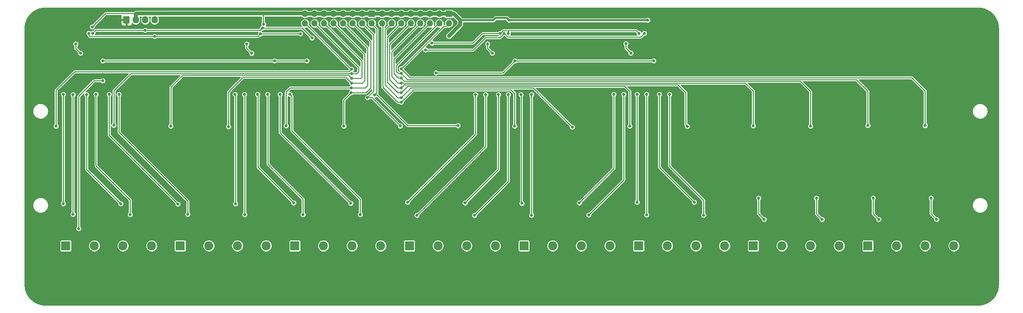
<source format=gbr>
%TF.GenerationSoftware,KiCad,Pcbnew,(5.1.9)-1*%
%TF.CreationDate,2021-05-09T12:40:11+03:00*%
%TF.ProjectId,16ch_fet_board,31366368-5f66-4657-945f-626f6172642e,2.0*%
%TF.SameCoordinates,Original*%
%TF.FileFunction,Copper,L2,Bot*%
%TF.FilePolarity,Positive*%
%FSLAX46Y46*%
G04 Gerber Fmt 4.6, Leading zero omitted, Abs format (unit mm)*
G04 Created by KiCad (PCBNEW (5.1.9)-1) date 2021-05-09 12:40:11*
%MOMM*%
%LPD*%
G01*
G04 APERTURE LIST*
%TA.AperFunction,ComponentPad*%
%ADD10O,1.700000X1.700000*%
%TD*%
%TA.AperFunction,ComponentPad*%
%ADD11R,1.700000X1.700000*%
%TD*%
%TA.AperFunction,ComponentPad*%
%ADD12C,2.400000*%
%TD*%
%TA.AperFunction,ComponentPad*%
%ADD13R,2.400000X2.400000*%
%TD*%
%TA.AperFunction,ComponentPad*%
%ADD14O,1.700000X1.950000*%
%TD*%
%TA.AperFunction,ViaPad*%
%ADD15C,0.800000*%
%TD*%
%TA.AperFunction,Conductor*%
%ADD16C,0.500000*%
%TD*%
%TA.AperFunction,Conductor*%
%ADD17C,1.000000*%
%TD*%
%TA.AperFunction,Conductor*%
%ADD18C,0.250000*%
%TD*%
%TA.AperFunction,Conductor*%
%ADD19C,0.254000*%
%TD*%
%TA.AperFunction,Conductor*%
%ADD20C,0.100000*%
%TD*%
G04 APERTURE END LIST*
D10*
%TO.P,SW2,6*%
%TO.N,+5V*%
X120300000Y-56000000D03*
%TO.P,SW2,2*%
X130460000Y-56000000D03*
%TO.P,SW2,3*%
X127920000Y-56000000D03*
%TO.P,SW2,8*%
X115220000Y-56000000D03*
%TO.P,SW2,9*%
%TO.N,/FET_15*%
X133000000Y-58540000D03*
%TO.P,SW2,4*%
%TO.N,+5V*%
X125380000Y-56000000D03*
%TO.P,SW2,16*%
%TO.N,/FET_8*%
X115220000Y-58540000D03*
%TO.P,SW2,10*%
%TO.N,/FET_14*%
X130460000Y-58540000D03*
D11*
%TO.P,SW2,1*%
%TO.N,+5V*%
X133000000Y-56000000D03*
D10*
%TO.P,SW2,11*%
%TO.N,/FET_13*%
X127920000Y-58540000D03*
%TO.P,SW2,14*%
%TO.N,/FET_10*%
X120300000Y-58540000D03*
%TO.P,SW2,12*%
%TO.N,/FET_12*%
X125380000Y-58540000D03*
%TO.P,SW2,13*%
%TO.N,/FET_11*%
X122840000Y-58540000D03*
%TO.P,SW2,15*%
%TO.N,/FET_9*%
X117760000Y-58540000D03*
%TO.P,SW2,5*%
%TO.N,+5V*%
X122840000Y-56000000D03*
%TO.P,SW2,7*%
X117760000Y-56000000D03*
%TD*%
%TO.P,SW1,16*%
%TO.N,/FET_0*%
X94720000Y-58540000D03*
%TO.P,SW1,8*%
%TO.N,+5V*%
X94720000Y-56000000D03*
%TO.P,SW1,15*%
%TO.N,/FET_1*%
X97260000Y-58540000D03*
%TO.P,SW1,7*%
%TO.N,+5V*%
X97260000Y-56000000D03*
%TO.P,SW1,14*%
%TO.N,/FET_2*%
X99800000Y-58540000D03*
%TO.P,SW1,6*%
%TO.N,+5V*%
X99800000Y-56000000D03*
%TO.P,SW1,13*%
%TO.N,/FET_3*%
X102340000Y-58540000D03*
%TO.P,SW1,5*%
%TO.N,+5V*%
X102340000Y-56000000D03*
%TO.P,SW1,12*%
%TO.N,/FET_4*%
X104880000Y-58540000D03*
%TO.P,SW1,4*%
%TO.N,+5V*%
X104880000Y-56000000D03*
%TO.P,SW1,11*%
%TO.N,/FET_5*%
X107420000Y-58540000D03*
%TO.P,SW1,3*%
%TO.N,+5V*%
X107420000Y-56000000D03*
%TO.P,SW1,10*%
%TO.N,/FET_6*%
X109960000Y-58540000D03*
%TO.P,SW1,2*%
%TO.N,+5V*%
X109960000Y-56000000D03*
%TO.P,SW1,9*%
%TO.N,/FET_7*%
X112500000Y-58540000D03*
D11*
%TO.P,SW1,1*%
%TO.N,+5V*%
X112500000Y-56000000D03*
%TD*%
D12*
%TO.P,J9,4*%
%TO.N,/FET_14-15/OUT_B*%
X267360000Y-117700000D03*
%TO.P,J9,3*%
%TO.N,/FET_14-15/IN_B*%
X259740000Y-117700000D03*
%TO.P,J9,2*%
%TO.N,/FET_14-15/OUT_A*%
X252120000Y-117700000D03*
D13*
%TO.P,J9,1*%
%TO.N,/FET_14-15/IN_A*%
X244500000Y-117700000D03*
%TD*%
D12*
%TO.P,J8,4*%
%TO.N,/FET_12-13/OUT_B*%
X236860000Y-117700000D03*
%TO.P,J8,3*%
%TO.N,/FET_12-13/IN_B*%
X229240000Y-117700000D03*
%TO.P,J8,2*%
%TO.N,/FET_12-13/OUT_A*%
X221620000Y-117700000D03*
D13*
%TO.P,J8,1*%
%TO.N,/FET_12-13/IN_A*%
X214000000Y-117700000D03*
%TD*%
D12*
%TO.P,J7,4*%
%TO.N,/FET_10-11/OUT_B*%
X206360000Y-117700000D03*
%TO.P,J7,3*%
%TO.N,/FET_10-11/IN_B*%
X198740000Y-117700000D03*
%TO.P,J7,2*%
%TO.N,/FET_10-11/OUT_A*%
X191120000Y-117700000D03*
D13*
%TO.P,J7,1*%
%TO.N,/FET_10-11/IN_A*%
X183500000Y-117700000D03*
%TD*%
D12*
%TO.P,J6,4*%
%TO.N,/FET_8-9/OUT_B*%
X175860000Y-117700000D03*
%TO.P,J6,3*%
%TO.N,/FET_8-9/IN_B*%
X168240000Y-117700000D03*
%TO.P,J6,2*%
%TO.N,/FET_8-9/OUT_A*%
X160620000Y-117700000D03*
D13*
%TO.P,J6,1*%
%TO.N,/FET_8-9/IN_A*%
X153000000Y-117700000D03*
%TD*%
D12*
%TO.P,J5,4*%
%TO.N,/FET_6-7/OUT_B*%
X145360000Y-117700000D03*
%TO.P,J5,3*%
%TO.N,/FET_6-7/IN_B*%
X137740000Y-117700000D03*
%TO.P,J5,2*%
%TO.N,/FET_6-7/OUT_A*%
X130120000Y-117700000D03*
D13*
%TO.P,J5,1*%
%TO.N,/FET_6-7/IN_A*%
X122500000Y-117700000D03*
%TD*%
D12*
%TO.P,J4,4*%
%TO.N,/FET_4-5/OUT_B*%
X114860000Y-117700000D03*
%TO.P,J4,3*%
%TO.N,/FET_4-5/IN_B*%
X107240000Y-117700000D03*
%TO.P,J4,2*%
%TO.N,/FET_4-5/OUT_A*%
X99620000Y-117700000D03*
D13*
%TO.P,J4,1*%
%TO.N,/FET_4-5/IN_A*%
X92000000Y-117700000D03*
%TD*%
D12*
%TO.P,J3,4*%
%TO.N,/FET_2-3/OUT_B*%
X84360000Y-117700000D03*
%TO.P,J3,3*%
%TO.N,/FET_2-3/IN_B*%
X76740000Y-117700000D03*
%TO.P,J3,2*%
%TO.N,/FET_2-3/OUT_A*%
X69120000Y-117700000D03*
D13*
%TO.P,J3,1*%
%TO.N,/FET_2-3/IN_A*%
X61500000Y-117700000D03*
%TD*%
D12*
%TO.P,J2,4*%
%TO.N,/FET_0-1/OUT_B*%
X53910000Y-117700000D03*
%TO.P,J2,3*%
%TO.N,/FET_0-1/IN_B*%
X46290000Y-117700000D03*
%TO.P,J2,2*%
%TO.N,/FET_0-1/OUT_A*%
X38670000Y-117700000D03*
D13*
%TO.P,J2,1*%
%TO.N,/+12V*%
X31050000Y-117700000D03*
%TD*%
D14*
%TO.P,J1,4*%
%TO.N,/SDA*%
X54700000Y-57600000D03*
%TO.P,J1,3*%
%TO.N,/SCL*%
X52200000Y-57600000D03*
%TO.P,J1,2*%
%TO.N,+5V*%
X49700000Y-57600000D03*
%TO.P,J1,1*%
%TO.N,GND*%
%TA.AperFunction,ComponentPad*%
G36*
G01*
X46350000Y-58325000D02*
X46350000Y-56875000D01*
G75*
G02*
X46600000Y-56625000I250000J0D01*
G01*
X47800000Y-56625000D01*
G75*
G02*
X48050000Y-56875000I0J-250000D01*
G01*
X48050000Y-58325000D01*
G75*
G02*
X47800000Y-58575000I-250000J0D01*
G01*
X46600000Y-58575000D01*
G75*
G02*
X46350000Y-58325000I0J250000D01*
G01*
G37*
%TD.AperFunction*%
%TD*%
D15*
%TO.N,GND*%
X86700000Y-66600000D03*
X81600000Y-66200000D03*
X41200000Y-66700000D03*
X36100000Y-66100000D03*
X47000000Y-107100000D03*
X31700000Y-107000000D03*
X62400000Y-107100000D03*
X77700000Y-107300000D03*
X93300000Y-107300000D03*
X108400000Y-107300000D03*
X124000000Y-107200000D03*
X139300000Y-107000000D03*
X153800000Y-107300000D03*
X169300000Y-107100000D03*
X184300000Y-107200000D03*
X199800000Y-107300000D03*
X187600000Y-66700000D03*
X182500000Y-66100000D03*
X145600000Y-66200000D03*
X127000000Y-62900000D03*
X124700000Y-62900000D03*
X157700000Y-61300000D03*
X40900000Y-72125010D03*
X135700000Y-64700000D03*
X53500000Y-61200000D03*
%TO.N,+5V*%
X149000000Y-57700000D03*
X185900000Y-57700000D03*
X133000000Y-61900000D03*
X38100000Y-59499996D03*
X83715599Y-58790440D03*
%TO.N,Net-(C19-Pad2)*%
X215400000Y-105000000D03*
X216900000Y-110700000D03*
%TO.N,Net-(C20-Pad2)*%
X230800000Y-105000000D03*
X232300000Y-110700000D03*
%TO.N,Net-(C21-Pad2)*%
X245890000Y-104980000D03*
X247390000Y-110680000D03*
%TO.N,Net-(C22-Pad2)*%
X261290000Y-104980000D03*
X262790000Y-110680000D03*
%TO.N,/FET_2*%
X59005000Y-85895000D03*
X107100000Y-73200000D03*
%TO.N,/FET_3*%
X74355000Y-86045000D03*
X107100000Y-74400000D03*
%TO.N,/FET_4*%
X89705000Y-85795000D03*
X107055000Y-75745000D03*
%TO.N,/FET_5*%
X105055000Y-85855000D03*
X106999992Y-77000000D03*
%TO.N,/FET_6*%
X111315000Y-78285000D03*
X120075000Y-85825000D03*
%TO.N,/FET_7*%
X113200000Y-77600000D03*
X135425000Y-85725000D03*
%TO.N,/FET_8*%
X120300000Y-79500000D03*
X150505000Y-85895000D03*
%TO.N,/FET_9*%
X120300000Y-78300000D03*
X165855000Y-86145000D03*
%TO.N,/FET_10*%
X120300000Y-77000000D03*
X181115000Y-85885000D03*
%TO.N,/FET_11*%
X120300000Y-75700000D03*
X196465000Y-85965000D03*
%TO.N,/FET_12*%
X120300000Y-74400000D03*
X214000000Y-85800000D03*
%TO.N,/FET_13*%
X120300000Y-73100000D03*
X229240000Y-85860000D03*
%TO.N,/FET_14*%
X120300000Y-71800000D03*
X244490000Y-85690000D03*
%TO.N,/FET_15*%
X120300000Y-70600000D03*
X259730000Y-85730000D03*
%TO.N,/FET_0*%
X28500000Y-85900000D03*
X107100000Y-70700000D03*
%TO.N,/FET_1*%
X43850000Y-85650000D03*
X107135000Y-71935000D03*
%TO.N,/SDA*%
X54700000Y-62000000D03*
X183600000Y-61200000D03*
X37199973Y-61200000D03*
X146700000Y-61200000D03*
X148767428Y-61242121D03*
X128500000Y-63800000D03*
X93500000Y-61300006D03*
X82849998Y-61350000D03*
%TO.N,/SCL*%
X126800000Y-65600000D03*
X185000000Y-61200000D03*
X38200016Y-61200000D03*
X147712661Y-61212659D03*
X52200000Y-60399986D03*
X83400000Y-59800004D03*
X96600008Y-62399992D03*
%TO.N,/+12V*%
X34500000Y-113100000D03*
X40900000Y-73800000D03*
X40900000Y-68500000D03*
X86600000Y-68500000D03*
X150600000Y-68500000D03*
X187500000Y-68500000D03*
X95200000Y-68500000D03*
X129600000Y-71700000D03*
%TO.N,/SR_2-*%
X60900000Y-106600000D03*
X42600000Y-77400000D03*
%TO.N,/SR_3-*%
X76200000Y-106500000D03*
X76100000Y-77400000D03*
%TO.N,/SR_4-*%
X91700000Y-106300000D03*
X82100000Y-77400000D03*
%TO.N,/SR_5-*%
X106900000Y-106400000D03*
X88100000Y-77400000D03*
%TO.N,/SR_6-*%
X122000000Y-106100000D03*
X140100000Y-77500000D03*
%TO.N,/SR_7-*%
X137300000Y-106300000D03*
X146200000Y-77500000D03*
%TO.N,/SR_8-*%
X152400000Y-106400000D03*
X152200000Y-77500000D03*
%TO.N,/SR_9-*%
X167700000Y-106300000D03*
X176900000Y-77400000D03*
%TO.N,/SR_10-*%
X183100000Y-106100000D03*
X183100000Y-77400000D03*
%TO.N,/SR_11-*%
X198300000Y-106100000D03*
X189000000Y-77400000D03*
%TO.N,/SR_8+*%
X155000000Y-109600000D03*
X155000000Y-77500000D03*
%TO.N,/SR_7+*%
X139800000Y-109600000D03*
X148800000Y-77500000D03*
%TO.N,/SR_6+*%
X124500000Y-109600000D03*
X142800000Y-77500000D03*
%TO.N,/SR_11+*%
X200800000Y-109600000D03*
X191700000Y-77400000D03*
%TO.N,/SR_10+*%
X185600000Y-109500000D03*
X185600000Y-77400000D03*
%TO.N,/SR_9+*%
X170200000Y-109500000D03*
X179500000Y-77400000D03*
%TO.N,/SR_5+*%
X109400000Y-109400000D03*
X90700000Y-77400000D03*
%TO.N,/SR_4+*%
X94200000Y-109400000D03*
X84800000Y-77400000D03*
%TO.N,/SR_3+*%
X78700000Y-109400000D03*
X78600000Y-77400000D03*
%TO.N,/SR_2+*%
X63500000Y-109300000D03*
X45200000Y-77400000D03*
%TO.N,/SR_1+*%
X48200000Y-109400000D03*
X39100000Y-77400000D03*
%TO.N,/SR_1-*%
X45700000Y-106500000D03*
X36600000Y-77500000D03*
%TO.N,/SR_0-*%
X30400000Y-106500000D03*
X30400000Y-77400000D03*
%TO.N,/SR_0+*%
X33000000Y-109300000D03*
X33000000Y-77500000D03*
%TO.N,/INA_2/PV*%
X144560000Y-66500000D03*
X143260000Y-64000000D03*
%TO.N,/INA_3/PV*%
X181430000Y-66450000D03*
X180130000Y-63950000D03*
%TO.N,/INA_1/PV*%
X80530000Y-66510000D03*
X79230000Y-64010000D03*
%TO.N,/INA_0/PV*%
X35000000Y-66500000D03*
X33700000Y-64000000D03*
%TD*%
D16*
%TO.N,+5V*%
X149000000Y-57700000D02*
X185900000Y-57700000D01*
D17*
X49700000Y-57600000D02*
X49700000Y-56100000D01*
X94644990Y-55924990D02*
X94720000Y-56000000D01*
X49700000Y-56100000D02*
X49875010Y-55924990D01*
X94720000Y-56000000D02*
X133000000Y-56000000D01*
X134300000Y-56000000D02*
X136000000Y-57700000D01*
X133000000Y-56000000D02*
X134300000Y-56000000D01*
X136000000Y-58900000D02*
X133000000Y-61900000D01*
X136000000Y-57700000D02*
X136000000Y-58900000D01*
X49875010Y-55924990D02*
X83575010Y-55924990D01*
X83575010Y-55924990D02*
X94644990Y-55924990D01*
D18*
X49875010Y-55924990D02*
X41675006Y-55924990D01*
X41675006Y-55924990D02*
X38499999Y-59099997D01*
X38499999Y-59099997D02*
X38100000Y-59499996D01*
D16*
X145431771Y-57112579D02*
X148412579Y-57112579D01*
X148412579Y-57112579D02*
X149000000Y-57700000D01*
X136000000Y-57700000D02*
X144844350Y-57700000D01*
X144844350Y-57700000D02*
X145431771Y-57112579D01*
D18*
X83575010Y-58649851D02*
X83715599Y-58790440D01*
X83575010Y-55924990D02*
X83575010Y-58649851D01*
%TO.N,Net-(C19-Pad2)*%
X215400000Y-109200000D02*
X216900000Y-110700000D01*
X215400000Y-105000000D02*
X215400000Y-109200000D01*
%TO.N,Net-(C20-Pad2)*%
X230800000Y-109200000D02*
X232300000Y-110700000D01*
X230800000Y-105000000D02*
X230800000Y-109200000D01*
%TO.N,Net-(C21-Pad2)*%
X245890000Y-109180000D02*
X247390000Y-110680000D01*
X245890000Y-104980000D02*
X245890000Y-109180000D01*
%TO.N,Net-(C22-Pad2)*%
X261290000Y-109180000D02*
X262790000Y-110680000D01*
X261290000Y-104980000D02*
X261290000Y-109180000D01*
%TO.N,/FET_2*%
X109800000Y-68540000D02*
X99800000Y-58540000D01*
X109800000Y-72900000D02*
X109800000Y-68540000D01*
X109500000Y-73200000D02*
X109800000Y-72900000D01*
X107100000Y-73200000D02*
X109500000Y-73200000D01*
X59000000Y-75500000D02*
X59000000Y-85895000D01*
X62150011Y-72349989D02*
X59000000Y-75500000D01*
X106249989Y-72349989D02*
X62150011Y-72349989D01*
X59000000Y-85895000D02*
X59005000Y-85895000D01*
X107100000Y-73200000D02*
X106249989Y-72349989D01*
%TO.N,/FET_3*%
X74400000Y-86000000D02*
X74355000Y-86045000D01*
X110000000Y-74400000D02*
X107100000Y-74400000D01*
X110600000Y-73800000D02*
X110000000Y-74400000D01*
X110600000Y-66800000D02*
X110600000Y-73800000D01*
X102340000Y-58540000D02*
X110600000Y-66800000D01*
X74355000Y-76745000D02*
X74355000Y-86045000D01*
X105500000Y-72800000D02*
X78300000Y-72800000D01*
X78300000Y-72800000D02*
X74355000Y-76745000D01*
X107100000Y-74400000D02*
X105500000Y-72800000D01*
%TO.N,/FET_4*%
X111400000Y-65060000D02*
X104880000Y-58540000D01*
X111400000Y-75100000D02*
X111400000Y-65060000D01*
X110755000Y-75745000D02*
X111400000Y-75100000D01*
X107055000Y-75745000D02*
X110755000Y-75745000D01*
X89705000Y-76795000D02*
X89705000Y-85795000D01*
X90786953Y-75713047D02*
X89705000Y-76795000D01*
X107023047Y-75713047D02*
X90786953Y-75713047D01*
X107055000Y-75745000D02*
X107023047Y-75713047D01*
%TO.N,/FET_5*%
X105055000Y-85855000D02*
X105055000Y-78944992D01*
X105055000Y-78944992D02*
X106999992Y-77000000D01*
X110900000Y-77000000D02*
X106999992Y-77000000D01*
X112200000Y-75700000D02*
X110900000Y-77000000D01*
X112200000Y-63320000D02*
X112200000Y-75700000D01*
X107420000Y-58540000D02*
X112200000Y-63320000D01*
%TO.N,/FET_6*%
X112535000Y-78285000D02*
X120075000Y-85825000D01*
X111315000Y-78285000D02*
X112535000Y-78285000D01*
X113000000Y-61580000D02*
X109960000Y-58540000D01*
X113000000Y-76600000D02*
X113000000Y-61580000D01*
X111315000Y-78285000D02*
X113000000Y-76600000D01*
%TO.N,/FET_7*%
X112500000Y-58700000D02*
X112500000Y-58540000D01*
X113800000Y-60000000D02*
X112500000Y-58700000D01*
X113800000Y-77000000D02*
X113800000Y-60000000D01*
X113200000Y-77600000D02*
X113800000Y-77000000D01*
X135400000Y-85700000D02*
X135425000Y-85725000D01*
X122000000Y-85700000D02*
X135400000Y-85700000D01*
X113900000Y-77600000D02*
X122000000Y-85700000D01*
X113200000Y-77600000D02*
X113900000Y-77600000D01*
%TO.N,/FET_8*%
X150505000Y-77205000D02*
X150505000Y-85895000D01*
X149500044Y-76200044D02*
X150505000Y-77205000D01*
X123599956Y-76200044D02*
X149500044Y-76200044D01*
X120300000Y-79500000D02*
X123599956Y-76200044D01*
X119400000Y-79500000D02*
X120300000Y-79500000D01*
X115400000Y-75500000D02*
X119400000Y-79500000D01*
X115400000Y-58720000D02*
X115400000Y-75500000D01*
X115220000Y-58540000D02*
X115400000Y-58720000D01*
%TO.N,/FET_9*%
X120300000Y-78300000D02*
X122849967Y-75750033D01*
X165455001Y-85745001D02*
X165855000Y-86145000D01*
X155460033Y-75750033D02*
X165455001Y-85745001D01*
X122849967Y-75750033D02*
X155460033Y-75750033D01*
X116000000Y-60300000D02*
X117760000Y-58540000D01*
X116000000Y-74900000D02*
X116000000Y-60300000D01*
X119400000Y-78300000D02*
X116000000Y-74900000D01*
X120300000Y-78300000D02*
X119400000Y-78300000D01*
%TO.N,/FET_10*%
X116600000Y-62240000D02*
X120300000Y-58540000D01*
X116600000Y-74200000D02*
X116600000Y-62240000D01*
X119400000Y-77000000D02*
X116600000Y-74200000D01*
X120300000Y-77000000D02*
X119400000Y-77000000D01*
X181100000Y-85870000D02*
X181115000Y-85885000D01*
X179800022Y-75300022D02*
X181100000Y-76600000D01*
X181100000Y-76600000D02*
X181100000Y-85870000D01*
X121999978Y-75300022D02*
X179800022Y-75300022D01*
X120300000Y-77000000D02*
X121999978Y-75300022D01*
%TO.N,/FET_11*%
X117200000Y-64180000D02*
X122840000Y-58540000D01*
X117200000Y-73500000D02*
X117200000Y-64180000D01*
X119400000Y-75700000D02*
X117200000Y-73500000D01*
X120300000Y-75700000D02*
X119400000Y-75700000D01*
X196065001Y-85565001D02*
X196465000Y-85965000D01*
X196065001Y-76965001D02*
X196065001Y-85565001D01*
X121149989Y-74850011D02*
X193950011Y-74850011D01*
X193950011Y-74850011D02*
X196065001Y-76965001D01*
X120300000Y-75700000D02*
X121149989Y-74850011D01*
%TO.N,/FET_12*%
X117800000Y-66120000D02*
X125380000Y-58540000D01*
X117800000Y-72700000D02*
X117800000Y-66120000D01*
X119500000Y-74400000D02*
X117800000Y-72700000D01*
X120300000Y-74400000D02*
X119500000Y-74400000D01*
X214000000Y-76500000D02*
X214000000Y-85800000D01*
X211900000Y-74400000D02*
X214000000Y-76500000D01*
X120300000Y-74400000D02*
X211900000Y-74400000D01*
%TO.N,/FET_13*%
X118400000Y-68060000D02*
X127920000Y-58540000D01*
X118400000Y-71900000D02*
X118400000Y-68060000D01*
X119600000Y-73100000D02*
X118400000Y-71900000D01*
X120300000Y-73100000D02*
X119600000Y-73100000D01*
X229240000Y-76640000D02*
X229240000Y-85860000D01*
X226525024Y-73925024D02*
X229240000Y-76640000D01*
X121125024Y-73925024D02*
X226525024Y-73925024D01*
X120300000Y-73100000D02*
X121125024Y-73925024D01*
%TO.N,/FET_14*%
X119000000Y-69800000D02*
X130260000Y-58540000D01*
X119000000Y-71300000D02*
X119000000Y-69800000D01*
X119500000Y-71800000D02*
X119000000Y-71300000D01*
X130260000Y-58540000D02*
X130460000Y-58540000D01*
X120300000Y-71800000D02*
X119500000Y-71800000D01*
X244490000Y-76590000D02*
X244490000Y-85690000D01*
X241375014Y-73475014D02*
X244490000Y-76590000D01*
X121975013Y-73475013D02*
X241375014Y-73475014D01*
X120300000Y-71800000D02*
X121975013Y-73475013D01*
%TO.N,/FET_15*%
X256225004Y-73025004D02*
X259730000Y-76530000D01*
X131925004Y-73025004D02*
X256225004Y-73025004D01*
X131925002Y-73025002D02*
X131925004Y-73025004D01*
X259730000Y-76530000D02*
X259730000Y-85730000D01*
X122725002Y-73025002D02*
X131925002Y-73025002D01*
X120300000Y-70600000D02*
X122725002Y-73025002D01*
X120826997Y-70200001D02*
X131636999Y-59389999D01*
X120300000Y-70600000D02*
X120699999Y-70200001D01*
X120699999Y-70200001D02*
X120826997Y-70200001D01*
X131636999Y-59389999D02*
X132150001Y-59389999D01*
X132150001Y-59389999D02*
X133000000Y-58540000D01*
%TO.N,/FET_0*%
X28500000Y-76300000D02*
X28500000Y-85900000D01*
X33400000Y-71400000D02*
X28500000Y-76300000D01*
X106400000Y-71400000D02*
X33400000Y-71400000D01*
X107100000Y-70700000D02*
X106400000Y-71400000D01*
X106900000Y-70700000D02*
X107100000Y-70700000D01*
X94740000Y-58540000D02*
X106900000Y-70700000D01*
X94720000Y-58540000D02*
X94740000Y-58540000D01*
%TO.N,/FET_1*%
X109000000Y-70280000D02*
X97260000Y-58540000D01*
X109000000Y-71400000D02*
X109000000Y-70280000D01*
X108465000Y-71935000D02*
X109000000Y-71400000D01*
X107135000Y-71935000D02*
X108465000Y-71935000D01*
X43900000Y-76400000D02*
X43900000Y-85600000D01*
X48400022Y-71899978D02*
X43900000Y-76400000D01*
X107099978Y-71899978D02*
X48400022Y-71899978D01*
X43900000Y-85600000D02*
X43850000Y-85650000D01*
X107135000Y-71935000D02*
X107099978Y-71899978D01*
%TO.N,/SDA*%
X147425002Y-60474998D02*
X146700000Y-61200000D01*
X183600000Y-61200000D02*
X182874998Y-60474998D01*
X148774998Y-61234551D02*
X148767428Y-61242121D01*
X148774998Y-60474998D02*
X148774998Y-61234551D01*
X182874998Y-60474998D02*
X148774998Y-60474998D01*
X148774998Y-60474998D02*
X147425002Y-60474998D01*
X139400000Y-63800000D02*
X128500000Y-63800000D01*
X142000000Y-61200000D02*
X139400000Y-63800000D01*
X146700000Y-61200000D02*
X142000000Y-61200000D01*
X37199973Y-61765685D02*
X37199973Y-61200000D01*
X37434288Y-62000000D02*
X37199973Y-61765685D01*
X54700000Y-62000000D02*
X37434288Y-62000000D01*
X82899992Y-61300006D02*
X82849998Y-61350000D01*
X54700000Y-62000000D02*
X82199998Y-62000000D01*
X93500000Y-61300006D02*
X82899992Y-61300006D01*
X82199998Y-62000000D02*
X82849998Y-61350000D01*
%TO.N,/SCL*%
X51486715Y-57600000D02*
X52200000Y-57600000D01*
X126800000Y-65600000D02*
X139500000Y-65600000D01*
X142790009Y-62309991D02*
X146615329Y-62309991D01*
X139500000Y-65600000D02*
X142790009Y-62309991D01*
X148700002Y-62200000D02*
X147712661Y-61212659D01*
X184000000Y-62200000D02*
X148700002Y-62200000D01*
X185000000Y-61200000D02*
X184000000Y-62200000D01*
X146615329Y-62309991D02*
X147712661Y-61212659D01*
X52199986Y-60400000D02*
X52200000Y-60399986D01*
X39000016Y-60400000D02*
X52199986Y-60400000D01*
X38200016Y-61200000D02*
X39000016Y-60400000D01*
X52200000Y-60399986D02*
X82800018Y-60399986D01*
X82800018Y-60399986D02*
X83400000Y-59800004D01*
X83400000Y-59800004D02*
X94000020Y-59800004D01*
X94000020Y-59800004D02*
X96600008Y-62399992D01*
%TO.N,/+12V*%
X34500000Y-113100000D02*
X34500000Y-77926998D01*
X38626998Y-73800000D02*
X40900000Y-73800000D01*
X34500000Y-77926998D02*
X38626998Y-73800000D01*
X40900000Y-68500000D02*
X86600000Y-68500000D01*
X150600000Y-68500000D02*
X187500000Y-68500000D01*
X86600000Y-68500000D02*
X95200000Y-68500000D01*
X150600000Y-68500000D02*
X147400000Y-71700000D01*
X147400000Y-71700000D02*
X129600000Y-71700000D01*
%TO.N,/SR_2-*%
X60900000Y-106600000D02*
X42600000Y-88300000D01*
X42600000Y-88300000D02*
X42600000Y-77400000D01*
%TO.N,/SR_3-*%
X76200000Y-77500000D02*
X76100000Y-77400000D01*
X76200000Y-106500000D02*
X76200000Y-77500000D01*
%TO.N,/SR_4-*%
X91700000Y-106300000D02*
X82200000Y-96800000D01*
X82200000Y-77500000D02*
X82100000Y-77400000D01*
X82200000Y-96800000D02*
X82200000Y-77500000D01*
%TO.N,/SR_5-*%
X88200000Y-87700000D02*
X106900000Y-106400000D01*
X88100000Y-87600000D02*
X88200000Y-87700000D01*
X88100000Y-77400000D02*
X88100000Y-87600000D01*
%TO.N,/SR_6-*%
X140100000Y-88000000D02*
X140100000Y-77500000D01*
X122000000Y-106100000D02*
X140100000Y-88000000D01*
%TO.N,/SR_7-*%
X146200000Y-97400000D02*
X146200000Y-77500000D01*
X137300000Y-106300000D02*
X146200000Y-97400000D01*
%TO.N,/SR_8-*%
X152300000Y-77600000D02*
X152200000Y-77500000D01*
X152300000Y-106300000D02*
X152300000Y-77600000D01*
X152400000Y-106400000D02*
X152300000Y-106300000D01*
%TO.N,/SR_9-*%
X176900000Y-97100000D02*
X176900000Y-77400000D01*
X167700000Y-106300000D02*
X176900000Y-97100000D01*
%TO.N,/SR_10-*%
X183100000Y-106100000D02*
X183100000Y-77400000D01*
%TO.N,/SR_11-*%
X189000000Y-96800000D02*
X189000000Y-77400000D01*
X198300000Y-106100000D02*
X189000000Y-96800000D01*
%TO.N,/SR_8+*%
X155000000Y-109600000D02*
X155000000Y-77500000D01*
%TO.N,/SR_7+*%
X148800000Y-100600000D02*
X148800000Y-77500000D01*
X139800000Y-109600000D02*
X148800000Y-100600000D01*
%TO.N,/SR_6+*%
X142800000Y-91300000D02*
X142800000Y-77500000D01*
X124500000Y-109600000D02*
X142800000Y-91300000D01*
%TO.N,/SR_11+*%
X191700000Y-96500000D02*
X191700000Y-77400000D01*
X200800000Y-105600000D02*
X191700000Y-96500000D01*
X200800000Y-109600000D02*
X200800000Y-105600000D01*
%TO.N,/SR_10+*%
X185600000Y-109500000D02*
X185600000Y-77400000D01*
%TO.N,/SR_9+*%
X179500000Y-100200000D02*
X179500000Y-77400000D01*
X170200000Y-109500000D02*
X179500000Y-100200000D01*
%TO.N,/SR_5+*%
X91200000Y-77900000D02*
X90700000Y-77400000D01*
X109400000Y-105300000D02*
X91200000Y-87100000D01*
X91200000Y-87100000D02*
X91200000Y-77900000D01*
X109400000Y-109400000D02*
X109400000Y-105300000D01*
%TO.N,/SR_4+*%
X84900000Y-77500000D02*
X84800000Y-77400000D01*
X84900000Y-96000000D02*
X84900000Y-77500000D01*
X94200000Y-105300000D02*
X84900000Y-96000000D01*
X94200000Y-109400000D02*
X94200000Y-105300000D01*
%TO.N,/SR_3+*%
X78700000Y-77500000D02*
X78600000Y-77400000D01*
X78700000Y-109400000D02*
X78700000Y-77500000D01*
%TO.N,/SR_2+*%
X63500000Y-105800000D02*
X45200000Y-87500000D01*
X63500000Y-109300000D02*
X63500000Y-105800000D01*
X45200000Y-77400000D02*
X45200000Y-87500000D01*
%TO.N,/SR_1+*%
X48200000Y-109400000D02*
X48200000Y-105500000D01*
X48200000Y-105500000D02*
X39100000Y-96400000D01*
X39100000Y-96400000D02*
X39100000Y-77400000D01*
%TO.N,/SR_1-*%
X45700000Y-106500000D02*
X36600000Y-97400000D01*
X36600000Y-97400000D02*
X36600000Y-77500000D01*
%TO.N,/SR_0-*%
X30400000Y-77400000D02*
X30400000Y-106500000D01*
%TO.N,/SR_0+*%
X33000000Y-109300000D02*
X33000000Y-77500000D01*
%TO.N,/INA_2/PV*%
X143260000Y-65200000D02*
X143260000Y-64000000D01*
X144560000Y-66500000D02*
X143260000Y-65200000D01*
%TO.N,/INA_3/PV*%
X180130000Y-65150000D02*
X180130000Y-63950000D01*
X181430000Y-66450000D02*
X180130000Y-65150000D01*
%TO.N,/INA_1/PV*%
X80530000Y-66510000D02*
X79230000Y-65210000D01*
X79230000Y-65210000D02*
X79230000Y-64010000D01*
%TO.N,/INA_0/PV*%
X33700000Y-65200000D02*
X33700000Y-64000000D01*
X35000000Y-66500000D02*
X33700000Y-65200000D01*
%TD*%
D19*
%TO.N,GND*%
X274034151Y-54428003D02*
X274310763Y-54449212D01*
X274583414Y-54484124D01*
X274851713Y-54532376D01*
X275115418Y-54593632D01*
X275374153Y-54667537D01*
X275627638Y-54753760D01*
X275875530Y-54851961D01*
X276117493Y-54961804D01*
X276353142Y-55082928D01*
X276582168Y-55215012D01*
X276804196Y-55357702D01*
X277018856Y-55510642D01*
X277225796Y-55673486D01*
X277424643Y-55845872D01*
X277615030Y-56027439D01*
X277796599Y-56217829D01*
X277968984Y-56416673D01*
X278131824Y-56623609D01*
X278284773Y-56838283D01*
X278427463Y-57060310D01*
X278559543Y-57289327D01*
X278680674Y-57524992D01*
X278790509Y-57766939D01*
X278888705Y-58014819D01*
X278974935Y-58268324D01*
X279048838Y-58527051D01*
X279110094Y-58790756D01*
X279158346Y-59059054D01*
X279193257Y-59331690D01*
X279214467Y-59608319D01*
X279221778Y-59894895D01*
X279221778Y-127984489D01*
X279214467Y-128271065D01*
X279193257Y-128547694D01*
X279158346Y-128820330D01*
X279110094Y-129088628D01*
X279048838Y-129352333D01*
X278974937Y-129611057D01*
X278888710Y-129864553D01*
X278790509Y-130112445D01*
X278680674Y-130354392D01*
X278559551Y-130590041D01*
X278427453Y-130819091D01*
X278284773Y-131041102D01*
X278131824Y-131255775D01*
X277968984Y-131462711D01*
X277796607Y-131661547D01*
X277615040Y-131851935D01*
X277424643Y-132033512D01*
X277225793Y-132205900D01*
X277018853Y-132368745D01*
X276804193Y-132521684D01*
X276582169Y-132664371D01*
X276353148Y-132796454D01*
X276117493Y-132917581D01*
X275875530Y-133027424D01*
X275627638Y-133125625D01*
X275374153Y-133211848D01*
X275115418Y-133285753D01*
X274851713Y-133347009D01*
X274583414Y-133395261D01*
X274310763Y-133430173D01*
X274034151Y-133451382D01*
X273747574Y-133458693D01*
X25657981Y-133458693D01*
X25371405Y-133451382D01*
X25094776Y-133430172D01*
X24822140Y-133395261D01*
X24553842Y-133347009D01*
X24290137Y-133285753D01*
X24031413Y-133211852D01*
X23777917Y-133125625D01*
X23530025Y-133027424D01*
X23288078Y-132917589D01*
X23052414Y-132796458D01*
X22823386Y-132664372D01*
X22601362Y-132521685D01*
X22386702Y-132368745D01*
X22179761Y-132205900D01*
X21980923Y-132033521D01*
X21790534Y-131851954D01*
X21608958Y-131661558D01*
X21436570Y-131462708D01*
X21273725Y-131255768D01*
X21120786Y-131041108D01*
X20978099Y-130819084D01*
X20846016Y-130590063D01*
X20724889Y-130354408D01*
X20615046Y-130112445D01*
X20516845Y-129864553D01*
X20430622Y-129611068D01*
X20356717Y-129352333D01*
X20295461Y-129088628D01*
X20247210Y-128820331D01*
X20212297Y-128547678D01*
X20191088Y-128271066D01*
X20183778Y-127984492D01*
X20183778Y-116500000D01*
X29467157Y-116500000D01*
X29467157Y-118900000D01*
X29474513Y-118974689D01*
X29496299Y-119046508D01*
X29531678Y-119112696D01*
X29579289Y-119170711D01*
X29637304Y-119218322D01*
X29703492Y-119253701D01*
X29775311Y-119275487D01*
X29850000Y-119282843D01*
X32250000Y-119282843D01*
X32324689Y-119275487D01*
X32396508Y-119253701D01*
X32462696Y-119218322D01*
X32520711Y-119170711D01*
X32568322Y-119112696D01*
X32603701Y-119046508D01*
X32625487Y-118974689D01*
X32632843Y-118900000D01*
X32632843Y-117544285D01*
X37089000Y-117544285D01*
X37089000Y-117855715D01*
X37149757Y-118161161D01*
X37268936Y-118448884D01*
X37441957Y-118707829D01*
X37662171Y-118928043D01*
X37921116Y-119101064D01*
X38208839Y-119220243D01*
X38514285Y-119281000D01*
X38825715Y-119281000D01*
X39131161Y-119220243D01*
X39418884Y-119101064D01*
X39677829Y-118928043D01*
X39898043Y-118707829D01*
X40071064Y-118448884D01*
X40190243Y-118161161D01*
X40251000Y-117855715D01*
X40251000Y-117544285D01*
X44709000Y-117544285D01*
X44709000Y-117855715D01*
X44769757Y-118161161D01*
X44888936Y-118448884D01*
X45061957Y-118707829D01*
X45282171Y-118928043D01*
X45541116Y-119101064D01*
X45828839Y-119220243D01*
X46134285Y-119281000D01*
X46445715Y-119281000D01*
X46751161Y-119220243D01*
X47038884Y-119101064D01*
X47297829Y-118928043D01*
X47518043Y-118707829D01*
X47691064Y-118448884D01*
X47810243Y-118161161D01*
X47871000Y-117855715D01*
X47871000Y-117544285D01*
X52329000Y-117544285D01*
X52329000Y-117855715D01*
X52389757Y-118161161D01*
X52508936Y-118448884D01*
X52681957Y-118707829D01*
X52902171Y-118928043D01*
X53161116Y-119101064D01*
X53448839Y-119220243D01*
X53754285Y-119281000D01*
X54065715Y-119281000D01*
X54371161Y-119220243D01*
X54658884Y-119101064D01*
X54917829Y-118928043D01*
X55138043Y-118707829D01*
X55311064Y-118448884D01*
X55430243Y-118161161D01*
X55491000Y-117855715D01*
X55491000Y-117544285D01*
X55430243Y-117238839D01*
X55311064Y-116951116D01*
X55138043Y-116692171D01*
X54945872Y-116500000D01*
X59917157Y-116500000D01*
X59917157Y-118900000D01*
X59924513Y-118974689D01*
X59946299Y-119046508D01*
X59981678Y-119112696D01*
X60029289Y-119170711D01*
X60087304Y-119218322D01*
X60153492Y-119253701D01*
X60225311Y-119275487D01*
X60300000Y-119282843D01*
X62700000Y-119282843D01*
X62774689Y-119275487D01*
X62846508Y-119253701D01*
X62912696Y-119218322D01*
X62970711Y-119170711D01*
X63018322Y-119112696D01*
X63053701Y-119046508D01*
X63075487Y-118974689D01*
X63082843Y-118900000D01*
X63082843Y-117544285D01*
X67539000Y-117544285D01*
X67539000Y-117855715D01*
X67599757Y-118161161D01*
X67718936Y-118448884D01*
X67891957Y-118707829D01*
X68112171Y-118928043D01*
X68371116Y-119101064D01*
X68658839Y-119220243D01*
X68964285Y-119281000D01*
X69275715Y-119281000D01*
X69581161Y-119220243D01*
X69868884Y-119101064D01*
X70127829Y-118928043D01*
X70348043Y-118707829D01*
X70521064Y-118448884D01*
X70640243Y-118161161D01*
X70701000Y-117855715D01*
X70701000Y-117544285D01*
X75159000Y-117544285D01*
X75159000Y-117855715D01*
X75219757Y-118161161D01*
X75338936Y-118448884D01*
X75511957Y-118707829D01*
X75732171Y-118928043D01*
X75991116Y-119101064D01*
X76278839Y-119220243D01*
X76584285Y-119281000D01*
X76895715Y-119281000D01*
X77201161Y-119220243D01*
X77488884Y-119101064D01*
X77747829Y-118928043D01*
X77968043Y-118707829D01*
X78141064Y-118448884D01*
X78260243Y-118161161D01*
X78321000Y-117855715D01*
X78321000Y-117544285D01*
X82779000Y-117544285D01*
X82779000Y-117855715D01*
X82839757Y-118161161D01*
X82958936Y-118448884D01*
X83131957Y-118707829D01*
X83352171Y-118928043D01*
X83611116Y-119101064D01*
X83898839Y-119220243D01*
X84204285Y-119281000D01*
X84515715Y-119281000D01*
X84821161Y-119220243D01*
X85108884Y-119101064D01*
X85367829Y-118928043D01*
X85588043Y-118707829D01*
X85761064Y-118448884D01*
X85880243Y-118161161D01*
X85941000Y-117855715D01*
X85941000Y-117544285D01*
X85880243Y-117238839D01*
X85761064Y-116951116D01*
X85588043Y-116692171D01*
X85395872Y-116500000D01*
X90417157Y-116500000D01*
X90417157Y-118900000D01*
X90424513Y-118974689D01*
X90446299Y-119046508D01*
X90481678Y-119112696D01*
X90529289Y-119170711D01*
X90587304Y-119218322D01*
X90653492Y-119253701D01*
X90725311Y-119275487D01*
X90800000Y-119282843D01*
X93200000Y-119282843D01*
X93274689Y-119275487D01*
X93346508Y-119253701D01*
X93412696Y-119218322D01*
X93470711Y-119170711D01*
X93518322Y-119112696D01*
X93553701Y-119046508D01*
X93575487Y-118974689D01*
X93582843Y-118900000D01*
X93582843Y-117544285D01*
X98039000Y-117544285D01*
X98039000Y-117855715D01*
X98099757Y-118161161D01*
X98218936Y-118448884D01*
X98391957Y-118707829D01*
X98612171Y-118928043D01*
X98871116Y-119101064D01*
X99158839Y-119220243D01*
X99464285Y-119281000D01*
X99775715Y-119281000D01*
X100081161Y-119220243D01*
X100368884Y-119101064D01*
X100627829Y-118928043D01*
X100848043Y-118707829D01*
X101021064Y-118448884D01*
X101140243Y-118161161D01*
X101201000Y-117855715D01*
X101201000Y-117544285D01*
X105659000Y-117544285D01*
X105659000Y-117855715D01*
X105719757Y-118161161D01*
X105838936Y-118448884D01*
X106011957Y-118707829D01*
X106232171Y-118928043D01*
X106491116Y-119101064D01*
X106778839Y-119220243D01*
X107084285Y-119281000D01*
X107395715Y-119281000D01*
X107701161Y-119220243D01*
X107988884Y-119101064D01*
X108247829Y-118928043D01*
X108468043Y-118707829D01*
X108641064Y-118448884D01*
X108760243Y-118161161D01*
X108821000Y-117855715D01*
X108821000Y-117544285D01*
X113279000Y-117544285D01*
X113279000Y-117855715D01*
X113339757Y-118161161D01*
X113458936Y-118448884D01*
X113631957Y-118707829D01*
X113852171Y-118928043D01*
X114111116Y-119101064D01*
X114398839Y-119220243D01*
X114704285Y-119281000D01*
X115015715Y-119281000D01*
X115321161Y-119220243D01*
X115608884Y-119101064D01*
X115867829Y-118928043D01*
X116088043Y-118707829D01*
X116261064Y-118448884D01*
X116380243Y-118161161D01*
X116441000Y-117855715D01*
X116441000Y-117544285D01*
X116380243Y-117238839D01*
X116261064Y-116951116D01*
X116088043Y-116692171D01*
X115895872Y-116500000D01*
X120917157Y-116500000D01*
X120917157Y-118900000D01*
X120924513Y-118974689D01*
X120946299Y-119046508D01*
X120981678Y-119112696D01*
X121029289Y-119170711D01*
X121087304Y-119218322D01*
X121153492Y-119253701D01*
X121225311Y-119275487D01*
X121300000Y-119282843D01*
X123700000Y-119282843D01*
X123774689Y-119275487D01*
X123846508Y-119253701D01*
X123912696Y-119218322D01*
X123970711Y-119170711D01*
X124018322Y-119112696D01*
X124053701Y-119046508D01*
X124075487Y-118974689D01*
X124082843Y-118900000D01*
X124082843Y-117544285D01*
X128539000Y-117544285D01*
X128539000Y-117855715D01*
X128599757Y-118161161D01*
X128718936Y-118448884D01*
X128891957Y-118707829D01*
X129112171Y-118928043D01*
X129371116Y-119101064D01*
X129658839Y-119220243D01*
X129964285Y-119281000D01*
X130275715Y-119281000D01*
X130581161Y-119220243D01*
X130868884Y-119101064D01*
X131127829Y-118928043D01*
X131348043Y-118707829D01*
X131521064Y-118448884D01*
X131640243Y-118161161D01*
X131701000Y-117855715D01*
X131701000Y-117544285D01*
X136159000Y-117544285D01*
X136159000Y-117855715D01*
X136219757Y-118161161D01*
X136338936Y-118448884D01*
X136511957Y-118707829D01*
X136732171Y-118928043D01*
X136991116Y-119101064D01*
X137278839Y-119220243D01*
X137584285Y-119281000D01*
X137895715Y-119281000D01*
X138201161Y-119220243D01*
X138488884Y-119101064D01*
X138747829Y-118928043D01*
X138968043Y-118707829D01*
X139141064Y-118448884D01*
X139260243Y-118161161D01*
X139321000Y-117855715D01*
X139321000Y-117544285D01*
X143779000Y-117544285D01*
X143779000Y-117855715D01*
X143839757Y-118161161D01*
X143958936Y-118448884D01*
X144131957Y-118707829D01*
X144352171Y-118928043D01*
X144611116Y-119101064D01*
X144898839Y-119220243D01*
X145204285Y-119281000D01*
X145515715Y-119281000D01*
X145821161Y-119220243D01*
X146108884Y-119101064D01*
X146367829Y-118928043D01*
X146588043Y-118707829D01*
X146761064Y-118448884D01*
X146880243Y-118161161D01*
X146941000Y-117855715D01*
X146941000Y-117544285D01*
X146880243Y-117238839D01*
X146761064Y-116951116D01*
X146588043Y-116692171D01*
X146395872Y-116500000D01*
X151417157Y-116500000D01*
X151417157Y-118900000D01*
X151424513Y-118974689D01*
X151446299Y-119046508D01*
X151481678Y-119112696D01*
X151529289Y-119170711D01*
X151587304Y-119218322D01*
X151653492Y-119253701D01*
X151725311Y-119275487D01*
X151800000Y-119282843D01*
X154200000Y-119282843D01*
X154274689Y-119275487D01*
X154346508Y-119253701D01*
X154412696Y-119218322D01*
X154470711Y-119170711D01*
X154518322Y-119112696D01*
X154553701Y-119046508D01*
X154575487Y-118974689D01*
X154582843Y-118900000D01*
X154582843Y-117544285D01*
X159039000Y-117544285D01*
X159039000Y-117855715D01*
X159099757Y-118161161D01*
X159218936Y-118448884D01*
X159391957Y-118707829D01*
X159612171Y-118928043D01*
X159871116Y-119101064D01*
X160158839Y-119220243D01*
X160464285Y-119281000D01*
X160775715Y-119281000D01*
X161081161Y-119220243D01*
X161368884Y-119101064D01*
X161627829Y-118928043D01*
X161848043Y-118707829D01*
X162021064Y-118448884D01*
X162140243Y-118161161D01*
X162201000Y-117855715D01*
X162201000Y-117544285D01*
X166659000Y-117544285D01*
X166659000Y-117855715D01*
X166719757Y-118161161D01*
X166838936Y-118448884D01*
X167011957Y-118707829D01*
X167232171Y-118928043D01*
X167491116Y-119101064D01*
X167778839Y-119220243D01*
X168084285Y-119281000D01*
X168395715Y-119281000D01*
X168701161Y-119220243D01*
X168988884Y-119101064D01*
X169247829Y-118928043D01*
X169468043Y-118707829D01*
X169641064Y-118448884D01*
X169760243Y-118161161D01*
X169821000Y-117855715D01*
X169821000Y-117544285D01*
X174279000Y-117544285D01*
X174279000Y-117855715D01*
X174339757Y-118161161D01*
X174458936Y-118448884D01*
X174631957Y-118707829D01*
X174852171Y-118928043D01*
X175111116Y-119101064D01*
X175398839Y-119220243D01*
X175704285Y-119281000D01*
X176015715Y-119281000D01*
X176321161Y-119220243D01*
X176608884Y-119101064D01*
X176867829Y-118928043D01*
X177088043Y-118707829D01*
X177261064Y-118448884D01*
X177380243Y-118161161D01*
X177441000Y-117855715D01*
X177441000Y-117544285D01*
X177380243Y-117238839D01*
X177261064Y-116951116D01*
X177088043Y-116692171D01*
X176895872Y-116500000D01*
X181917157Y-116500000D01*
X181917157Y-118900000D01*
X181924513Y-118974689D01*
X181946299Y-119046508D01*
X181981678Y-119112696D01*
X182029289Y-119170711D01*
X182087304Y-119218322D01*
X182153492Y-119253701D01*
X182225311Y-119275487D01*
X182300000Y-119282843D01*
X184700000Y-119282843D01*
X184774689Y-119275487D01*
X184846508Y-119253701D01*
X184912696Y-119218322D01*
X184970711Y-119170711D01*
X185018322Y-119112696D01*
X185053701Y-119046508D01*
X185075487Y-118974689D01*
X185082843Y-118900000D01*
X185082843Y-117544285D01*
X189539000Y-117544285D01*
X189539000Y-117855715D01*
X189599757Y-118161161D01*
X189718936Y-118448884D01*
X189891957Y-118707829D01*
X190112171Y-118928043D01*
X190371116Y-119101064D01*
X190658839Y-119220243D01*
X190964285Y-119281000D01*
X191275715Y-119281000D01*
X191581161Y-119220243D01*
X191868884Y-119101064D01*
X192127829Y-118928043D01*
X192348043Y-118707829D01*
X192521064Y-118448884D01*
X192640243Y-118161161D01*
X192701000Y-117855715D01*
X192701000Y-117544285D01*
X197159000Y-117544285D01*
X197159000Y-117855715D01*
X197219757Y-118161161D01*
X197338936Y-118448884D01*
X197511957Y-118707829D01*
X197732171Y-118928043D01*
X197991116Y-119101064D01*
X198278839Y-119220243D01*
X198584285Y-119281000D01*
X198895715Y-119281000D01*
X199201161Y-119220243D01*
X199488884Y-119101064D01*
X199747829Y-118928043D01*
X199968043Y-118707829D01*
X200141064Y-118448884D01*
X200260243Y-118161161D01*
X200321000Y-117855715D01*
X200321000Y-117544285D01*
X204779000Y-117544285D01*
X204779000Y-117855715D01*
X204839757Y-118161161D01*
X204958936Y-118448884D01*
X205131957Y-118707829D01*
X205352171Y-118928043D01*
X205611116Y-119101064D01*
X205898839Y-119220243D01*
X206204285Y-119281000D01*
X206515715Y-119281000D01*
X206821161Y-119220243D01*
X207108884Y-119101064D01*
X207367829Y-118928043D01*
X207588043Y-118707829D01*
X207761064Y-118448884D01*
X207880243Y-118161161D01*
X207941000Y-117855715D01*
X207941000Y-117544285D01*
X207880243Y-117238839D01*
X207761064Y-116951116D01*
X207588043Y-116692171D01*
X207395872Y-116500000D01*
X212417157Y-116500000D01*
X212417157Y-118900000D01*
X212424513Y-118974689D01*
X212446299Y-119046508D01*
X212481678Y-119112696D01*
X212529289Y-119170711D01*
X212587304Y-119218322D01*
X212653492Y-119253701D01*
X212725311Y-119275487D01*
X212800000Y-119282843D01*
X215200000Y-119282843D01*
X215274689Y-119275487D01*
X215346508Y-119253701D01*
X215412696Y-119218322D01*
X215470711Y-119170711D01*
X215518322Y-119112696D01*
X215553701Y-119046508D01*
X215575487Y-118974689D01*
X215582843Y-118900000D01*
X215582843Y-117544285D01*
X220039000Y-117544285D01*
X220039000Y-117855715D01*
X220099757Y-118161161D01*
X220218936Y-118448884D01*
X220391957Y-118707829D01*
X220612171Y-118928043D01*
X220871116Y-119101064D01*
X221158839Y-119220243D01*
X221464285Y-119281000D01*
X221775715Y-119281000D01*
X222081161Y-119220243D01*
X222368884Y-119101064D01*
X222627829Y-118928043D01*
X222848043Y-118707829D01*
X223021064Y-118448884D01*
X223140243Y-118161161D01*
X223201000Y-117855715D01*
X223201000Y-117544285D01*
X227659000Y-117544285D01*
X227659000Y-117855715D01*
X227719757Y-118161161D01*
X227838936Y-118448884D01*
X228011957Y-118707829D01*
X228232171Y-118928043D01*
X228491116Y-119101064D01*
X228778839Y-119220243D01*
X229084285Y-119281000D01*
X229395715Y-119281000D01*
X229701161Y-119220243D01*
X229988884Y-119101064D01*
X230247829Y-118928043D01*
X230468043Y-118707829D01*
X230641064Y-118448884D01*
X230760243Y-118161161D01*
X230821000Y-117855715D01*
X230821000Y-117544285D01*
X235279000Y-117544285D01*
X235279000Y-117855715D01*
X235339757Y-118161161D01*
X235458936Y-118448884D01*
X235631957Y-118707829D01*
X235852171Y-118928043D01*
X236111116Y-119101064D01*
X236398839Y-119220243D01*
X236704285Y-119281000D01*
X237015715Y-119281000D01*
X237321161Y-119220243D01*
X237608884Y-119101064D01*
X237867829Y-118928043D01*
X238088043Y-118707829D01*
X238261064Y-118448884D01*
X238380243Y-118161161D01*
X238441000Y-117855715D01*
X238441000Y-117544285D01*
X238380243Y-117238839D01*
X238261064Y-116951116D01*
X238088043Y-116692171D01*
X237895872Y-116500000D01*
X242917157Y-116500000D01*
X242917157Y-118900000D01*
X242924513Y-118974689D01*
X242946299Y-119046508D01*
X242981678Y-119112696D01*
X243029289Y-119170711D01*
X243087304Y-119218322D01*
X243153492Y-119253701D01*
X243225311Y-119275487D01*
X243300000Y-119282843D01*
X245700000Y-119282843D01*
X245774689Y-119275487D01*
X245846508Y-119253701D01*
X245912696Y-119218322D01*
X245970711Y-119170711D01*
X246018322Y-119112696D01*
X246053701Y-119046508D01*
X246075487Y-118974689D01*
X246082843Y-118900000D01*
X246082843Y-117544285D01*
X250539000Y-117544285D01*
X250539000Y-117855715D01*
X250599757Y-118161161D01*
X250718936Y-118448884D01*
X250891957Y-118707829D01*
X251112171Y-118928043D01*
X251371116Y-119101064D01*
X251658839Y-119220243D01*
X251964285Y-119281000D01*
X252275715Y-119281000D01*
X252581161Y-119220243D01*
X252868884Y-119101064D01*
X253127829Y-118928043D01*
X253348043Y-118707829D01*
X253521064Y-118448884D01*
X253640243Y-118161161D01*
X253701000Y-117855715D01*
X253701000Y-117544285D01*
X258159000Y-117544285D01*
X258159000Y-117855715D01*
X258219757Y-118161161D01*
X258338936Y-118448884D01*
X258511957Y-118707829D01*
X258732171Y-118928043D01*
X258991116Y-119101064D01*
X259278839Y-119220243D01*
X259584285Y-119281000D01*
X259895715Y-119281000D01*
X260201161Y-119220243D01*
X260488884Y-119101064D01*
X260747829Y-118928043D01*
X260968043Y-118707829D01*
X261141064Y-118448884D01*
X261260243Y-118161161D01*
X261321000Y-117855715D01*
X261321000Y-117544285D01*
X265779000Y-117544285D01*
X265779000Y-117855715D01*
X265839757Y-118161161D01*
X265958936Y-118448884D01*
X266131957Y-118707829D01*
X266352171Y-118928043D01*
X266611116Y-119101064D01*
X266898839Y-119220243D01*
X267204285Y-119281000D01*
X267515715Y-119281000D01*
X267821161Y-119220243D01*
X268108884Y-119101064D01*
X268367829Y-118928043D01*
X268588043Y-118707829D01*
X268761064Y-118448884D01*
X268880243Y-118161161D01*
X268941000Y-117855715D01*
X268941000Y-117544285D01*
X268880243Y-117238839D01*
X268761064Y-116951116D01*
X268588043Y-116692171D01*
X268367829Y-116471957D01*
X268108884Y-116298936D01*
X267821161Y-116179757D01*
X267515715Y-116119000D01*
X267204285Y-116119000D01*
X266898839Y-116179757D01*
X266611116Y-116298936D01*
X266352171Y-116471957D01*
X266131957Y-116692171D01*
X265958936Y-116951116D01*
X265839757Y-117238839D01*
X265779000Y-117544285D01*
X261321000Y-117544285D01*
X261260243Y-117238839D01*
X261141064Y-116951116D01*
X260968043Y-116692171D01*
X260747829Y-116471957D01*
X260488884Y-116298936D01*
X260201161Y-116179757D01*
X259895715Y-116119000D01*
X259584285Y-116119000D01*
X259278839Y-116179757D01*
X258991116Y-116298936D01*
X258732171Y-116471957D01*
X258511957Y-116692171D01*
X258338936Y-116951116D01*
X258219757Y-117238839D01*
X258159000Y-117544285D01*
X253701000Y-117544285D01*
X253640243Y-117238839D01*
X253521064Y-116951116D01*
X253348043Y-116692171D01*
X253127829Y-116471957D01*
X252868884Y-116298936D01*
X252581161Y-116179757D01*
X252275715Y-116119000D01*
X251964285Y-116119000D01*
X251658839Y-116179757D01*
X251371116Y-116298936D01*
X251112171Y-116471957D01*
X250891957Y-116692171D01*
X250718936Y-116951116D01*
X250599757Y-117238839D01*
X250539000Y-117544285D01*
X246082843Y-117544285D01*
X246082843Y-116500000D01*
X246075487Y-116425311D01*
X246053701Y-116353492D01*
X246018322Y-116287304D01*
X245970711Y-116229289D01*
X245912696Y-116181678D01*
X245846508Y-116146299D01*
X245774689Y-116124513D01*
X245700000Y-116117157D01*
X243300000Y-116117157D01*
X243225311Y-116124513D01*
X243153492Y-116146299D01*
X243087304Y-116181678D01*
X243029289Y-116229289D01*
X242981678Y-116287304D01*
X242946299Y-116353492D01*
X242924513Y-116425311D01*
X242917157Y-116500000D01*
X237895872Y-116500000D01*
X237867829Y-116471957D01*
X237608884Y-116298936D01*
X237321161Y-116179757D01*
X237015715Y-116119000D01*
X236704285Y-116119000D01*
X236398839Y-116179757D01*
X236111116Y-116298936D01*
X235852171Y-116471957D01*
X235631957Y-116692171D01*
X235458936Y-116951116D01*
X235339757Y-117238839D01*
X235279000Y-117544285D01*
X230821000Y-117544285D01*
X230760243Y-117238839D01*
X230641064Y-116951116D01*
X230468043Y-116692171D01*
X230247829Y-116471957D01*
X229988884Y-116298936D01*
X229701161Y-116179757D01*
X229395715Y-116119000D01*
X229084285Y-116119000D01*
X228778839Y-116179757D01*
X228491116Y-116298936D01*
X228232171Y-116471957D01*
X228011957Y-116692171D01*
X227838936Y-116951116D01*
X227719757Y-117238839D01*
X227659000Y-117544285D01*
X223201000Y-117544285D01*
X223140243Y-117238839D01*
X223021064Y-116951116D01*
X222848043Y-116692171D01*
X222627829Y-116471957D01*
X222368884Y-116298936D01*
X222081161Y-116179757D01*
X221775715Y-116119000D01*
X221464285Y-116119000D01*
X221158839Y-116179757D01*
X220871116Y-116298936D01*
X220612171Y-116471957D01*
X220391957Y-116692171D01*
X220218936Y-116951116D01*
X220099757Y-117238839D01*
X220039000Y-117544285D01*
X215582843Y-117544285D01*
X215582843Y-116500000D01*
X215575487Y-116425311D01*
X215553701Y-116353492D01*
X215518322Y-116287304D01*
X215470711Y-116229289D01*
X215412696Y-116181678D01*
X215346508Y-116146299D01*
X215274689Y-116124513D01*
X215200000Y-116117157D01*
X212800000Y-116117157D01*
X212725311Y-116124513D01*
X212653492Y-116146299D01*
X212587304Y-116181678D01*
X212529289Y-116229289D01*
X212481678Y-116287304D01*
X212446299Y-116353492D01*
X212424513Y-116425311D01*
X212417157Y-116500000D01*
X207395872Y-116500000D01*
X207367829Y-116471957D01*
X207108884Y-116298936D01*
X206821161Y-116179757D01*
X206515715Y-116119000D01*
X206204285Y-116119000D01*
X205898839Y-116179757D01*
X205611116Y-116298936D01*
X205352171Y-116471957D01*
X205131957Y-116692171D01*
X204958936Y-116951116D01*
X204839757Y-117238839D01*
X204779000Y-117544285D01*
X200321000Y-117544285D01*
X200260243Y-117238839D01*
X200141064Y-116951116D01*
X199968043Y-116692171D01*
X199747829Y-116471957D01*
X199488884Y-116298936D01*
X199201161Y-116179757D01*
X198895715Y-116119000D01*
X198584285Y-116119000D01*
X198278839Y-116179757D01*
X197991116Y-116298936D01*
X197732171Y-116471957D01*
X197511957Y-116692171D01*
X197338936Y-116951116D01*
X197219757Y-117238839D01*
X197159000Y-117544285D01*
X192701000Y-117544285D01*
X192640243Y-117238839D01*
X192521064Y-116951116D01*
X192348043Y-116692171D01*
X192127829Y-116471957D01*
X191868884Y-116298936D01*
X191581161Y-116179757D01*
X191275715Y-116119000D01*
X190964285Y-116119000D01*
X190658839Y-116179757D01*
X190371116Y-116298936D01*
X190112171Y-116471957D01*
X189891957Y-116692171D01*
X189718936Y-116951116D01*
X189599757Y-117238839D01*
X189539000Y-117544285D01*
X185082843Y-117544285D01*
X185082843Y-116500000D01*
X185075487Y-116425311D01*
X185053701Y-116353492D01*
X185018322Y-116287304D01*
X184970711Y-116229289D01*
X184912696Y-116181678D01*
X184846508Y-116146299D01*
X184774689Y-116124513D01*
X184700000Y-116117157D01*
X182300000Y-116117157D01*
X182225311Y-116124513D01*
X182153492Y-116146299D01*
X182087304Y-116181678D01*
X182029289Y-116229289D01*
X181981678Y-116287304D01*
X181946299Y-116353492D01*
X181924513Y-116425311D01*
X181917157Y-116500000D01*
X176895872Y-116500000D01*
X176867829Y-116471957D01*
X176608884Y-116298936D01*
X176321161Y-116179757D01*
X176015715Y-116119000D01*
X175704285Y-116119000D01*
X175398839Y-116179757D01*
X175111116Y-116298936D01*
X174852171Y-116471957D01*
X174631957Y-116692171D01*
X174458936Y-116951116D01*
X174339757Y-117238839D01*
X174279000Y-117544285D01*
X169821000Y-117544285D01*
X169760243Y-117238839D01*
X169641064Y-116951116D01*
X169468043Y-116692171D01*
X169247829Y-116471957D01*
X168988884Y-116298936D01*
X168701161Y-116179757D01*
X168395715Y-116119000D01*
X168084285Y-116119000D01*
X167778839Y-116179757D01*
X167491116Y-116298936D01*
X167232171Y-116471957D01*
X167011957Y-116692171D01*
X166838936Y-116951116D01*
X166719757Y-117238839D01*
X166659000Y-117544285D01*
X162201000Y-117544285D01*
X162140243Y-117238839D01*
X162021064Y-116951116D01*
X161848043Y-116692171D01*
X161627829Y-116471957D01*
X161368884Y-116298936D01*
X161081161Y-116179757D01*
X160775715Y-116119000D01*
X160464285Y-116119000D01*
X160158839Y-116179757D01*
X159871116Y-116298936D01*
X159612171Y-116471957D01*
X159391957Y-116692171D01*
X159218936Y-116951116D01*
X159099757Y-117238839D01*
X159039000Y-117544285D01*
X154582843Y-117544285D01*
X154582843Y-116500000D01*
X154575487Y-116425311D01*
X154553701Y-116353492D01*
X154518322Y-116287304D01*
X154470711Y-116229289D01*
X154412696Y-116181678D01*
X154346508Y-116146299D01*
X154274689Y-116124513D01*
X154200000Y-116117157D01*
X151800000Y-116117157D01*
X151725311Y-116124513D01*
X151653492Y-116146299D01*
X151587304Y-116181678D01*
X151529289Y-116229289D01*
X151481678Y-116287304D01*
X151446299Y-116353492D01*
X151424513Y-116425311D01*
X151417157Y-116500000D01*
X146395872Y-116500000D01*
X146367829Y-116471957D01*
X146108884Y-116298936D01*
X145821161Y-116179757D01*
X145515715Y-116119000D01*
X145204285Y-116119000D01*
X144898839Y-116179757D01*
X144611116Y-116298936D01*
X144352171Y-116471957D01*
X144131957Y-116692171D01*
X143958936Y-116951116D01*
X143839757Y-117238839D01*
X143779000Y-117544285D01*
X139321000Y-117544285D01*
X139260243Y-117238839D01*
X139141064Y-116951116D01*
X138968043Y-116692171D01*
X138747829Y-116471957D01*
X138488884Y-116298936D01*
X138201161Y-116179757D01*
X137895715Y-116119000D01*
X137584285Y-116119000D01*
X137278839Y-116179757D01*
X136991116Y-116298936D01*
X136732171Y-116471957D01*
X136511957Y-116692171D01*
X136338936Y-116951116D01*
X136219757Y-117238839D01*
X136159000Y-117544285D01*
X131701000Y-117544285D01*
X131640243Y-117238839D01*
X131521064Y-116951116D01*
X131348043Y-116692171D01*
X131127829Y-116471957D01*
X130868884Y-116298936D01*
X130581161Y-116179757D01*
X130275715Y-116119000D01*
X129964285Y-116119000D01*
X129658839Y-116179757D01*
X129371116Y-116298936D01*
X129112171Y-116471957D01*
X128891957Y-116692171D01*
X128718936Y-116951116D01*
X128599757Y-117238839D01*
X128539000Y-117544285D01*
X124082843Y-117544285D01*
X124082843Y-116500000D01*
X124075487Y-116425311D01*
X124053701Y-116353492D01*
X124018322Y-116287304D01*
X123970711Y-116229289D01*
X123912696Y-116181678D01*
X123846508Y-116146299D01*
X123774689Y-116124513D01*
X123700000Y-116117157D01*
X121300000Y-116117157D01*
X121225311Y-116124513D01*
X121153492Y-116146299D01*
X121087304Y-116181678D01*
X121029289Y-116229289D01*
X120981678Y-116287304D01*
X120946299Y-116353492D01*
X120924513Y-116425311D01*
X120917157Y-116500000D01*
X115895872Y-116500000D01*
X115867829Y-116471957D01*
X115608884Y-116298936D01*
X115321161Y-116179757D01*
X115015715Y-116119000D01*
X114704285Y-116119000D01*
X114398839Y-116179757D01*
X114111116Y-116298936D01*
X113852171Y-116471957D01*
X113631957Y-116692171D01*
X113458936Y-116951116D01*
X113339757Y-117238839D01*
X113279000Y-117544285D01*
X108821000Y-117544285D01*
X108760243Y-117238839D01*
X108641064Y-116951116D01*
X108468043Y-116692171D01*
X108247829Y-116471957D01*
X107988884Y-116298936D01*
X107701161Y-116179757D01*
X107395715Y-116119000D01*
X107084285Y-116119000D01*
X106778839Y-116179757D01*
X106491116Y-116298936D01*
X106232171Y-116471957D01*
X106011957Y-116692171D01*
X105838936Y-116951116D01*
X105719757Y-117238839D01*
X105659000Y-117544285D01*
X101201000Y-117544285D01*
X101140243Y-117238839D01*
X101021064Y-116951116D01*
X100848043Y-116692171D01*
X100627829Y-116471957D01*
X100368884Y-116298936D01*
X100081161Y-116179757D01*
X99775715Y-116119000D01*
X99464285Y-116119000D01*
X99158839Y-116179757D01*
X98871116Y-116298936D01*
X98612171Y-116471957D01*
X98391957Y-116692171D01*
X98218936Y-116951116D01*
X98099757Y-117238839D01*
X98039000Y-117544285D01*
X93582843Y-117544285D01*
X93582843Y-116500000D01*
X93575487Y-116425311D01*
X93553701Y-116353492D01*
X93518322Y-116287304D01*
X93470711Y-116229289D01*
X93412696Y-116181678D01*
X93346508Y-116146299D01*
X93274689Y-116124513D01*
X93200000Y-116117157D01*
X90800000Y-116117157D01*
X90725311Y-116124513D01*
X90653492Y-116146299D01*
X90587304Y-116181678D01*
X90529289Y-116229289D01*
X90481678Y-116287304D01*
X90446299Y-116353492D01*
X90424513Y-116425311D01*
X90417157Y-116500000D01*
X85395872Y-116500000D01*
X85367829Y-116471957D01*
X85108884Y-116298936D01*
X84821161Y-116179757D01*
X84515715Y-116119000D01*
X84204285Y-116119000D01*
X83898839Y-116179757D01*
X83611116Y-116298936D01*
X83352171Y-116471957D01*
X83131957Y-116692171D01*
X82958936Y-116951116D01*
X82839757Y-117238839D01*
X82779000Y-117544285D01*
X78321000Y-117544285D01*
X78260243Y-117238839D01*
X78141064Y-116951116D01*
X77968043Y-116692171D01*
X77747829Y-116471957D01*
X77488884Y-116298936D01*
X77201161Y-116179757D01*
X76895715Y-116119000D01*
X76584285Y-116119000D01*
X76278839Y-116179757D01*
X75991116Y-116298936D01*
X75732171Y-116471957D01*
X75511957Y-116692171D01*
X75338936Y-116951116D01*
X75219757Y-117238839D01*
X75159000Y-117544285D01*
X70701000Y-117544285D01*
X70640243Y-117238839D01*
X70521064Y-116951116D01*
X70348043Y-116692171D01*
X70127829Y-116471957D01*
X69868884Y-116298936D01*
X69581161Y-116179757D01*
X69275715Y-116119000D01*
X68964285Y-116119000D01*
X68658839Y-116179757D01*
X68371116Y-116298936D01*
X68112171Y-116471957D01*
X67891957Y-116692171D01*
X67718936Y-116951116D01*
X67599757Y-117238839D01*
X67539000Y-117544285D01*
X63082843Y-117544285D01*
X63082843Y-116500000D01*
X63075487Y-116425311D01*
X63053701Y-116353492D01*
X63018322Y-116287304D01*
X62970711Y-116229289D01*
X62912696Y-116181678D01*
X62846508Y-116146299D01*
X62774689Y-116124513D01*
X62700000Y-116117157D01*
X60300000Y-116117157D01*
X60225311Y-116124513D01*
X60153492Y-116146299D01*
X60087304Y-116181678D01*
X60029289Y-116229289D01*
X59981678Y-116287304D01*
X59946299Y-116353492D01*
X59924513Y-116425311D01*
X59917157Y-116500000D01*
X54945872Y-116500000D01*
X54917829Y-116471957D01*
X54658884Y-116298936D01*
X54371161Y-116179757D01*
X54065715Y-116119000D01*
X53754285Y-116119000D01*
X53448839Y-116179757D01*
X53161116Y-116298936D01*
X52902171Y-116471957D01*
X52681957Y-116692171D01*
X52508936Y-116951116D01*
X52389757Y-117238839D01*
X52329000Y-117544285D01*
X47871000Y-117544285D01*
X47810243Y-117238839D01*
X47691064Y-116951116D01*
X47518043Y-116692171D01*
X47297829Y-116471957D01*
X47038884Y-116298936D01*
X46751161Y-116179757D01*
X46445715Y-116119000D01*
X46134285Y-116119000D01*
X45828839Y-116179757D01*
X45541116Y-116298936D01*
X45282171Y-116471957D01*
X45061957Y-116692171D01*
X44888936Y-116951116D01*
X44769757Y-117238839D01*
X44709000Y-117544285D01*
X40251000Y-117544285D01*
X40190243Y-117238839D01*
X40071064Y-116951116D01*
X39898043Y-116692171D01*
X39677829Y-116471957D01*
X39418884Y-116298936D01*
X39131161Y-116179757D01*
X38825715Y-116119000D01*
X38514285Y-116119000D01*
X38208839Y-116179757D01*
X37921116Y-116298936D01*
X37662171Y-116471957D01*
X37441957Y-116692171D01*
X37268936Y-116951116D01*
X37149757Y-117238839D01*
X37089000Y-117544285D01*
X32632843Y-117544285D01*
X32632843Y-116500000D01*
X32625487Y-116425311D01*
X32603701Y-116353492D01*
X32568322Y-116287304D01*
X32520711Y-116229289D01*
X32462696Y-116181678D01*
X32396508Y-116146299D01*
X32324689Y-116124513D01*
X32250000Y-116117157D01*
X29850000Y-116117157D01*
X29775311Y-116124513D01*
X29703492Y-116146299D01*
X29637304Y-116181678D01*
X29579289Y-116229289D01*
X29531678Y-116287304D01*
X29496299Y-116353492D01*
X29474513Y-116425311D01*
X29467157Y-116500000D01*
X20183778Y-116500000D01*
X20183778Y-113023078D01*
X33719000Y-113023078D01*
X33719000Y-113176922D01*
X33749013Y-113327809D01*
X33807887Y-113469942D01*
X33893358Y-113597859D01*
X34002141Y-113706642D01*
X34130058Y-113792113D01*
X34272191Y-113850987D01*
X34423078Y-113881000D01*
X34576922Y-113881000D01*
X34727809Y-113850987D01*
X34869942Y-113792113D01*
X34997859Y-113706642D01*
X35106642Y-113597859D01*
X35192113Y-113469942D01*
X35250987Y-113327809D01*
X35281000Y-113176922D01*
X35281000Y-113023078D01*
X35250987Y-112872191D01*
X35192113Y-112730058D01*
X35106642Y-112602141D01*
X35006000Y-112501499D01*
X35006000Y-78136589D01*
X35843703Y-77298886D01*
X35819000Y-77423078D01*
X35819000Y-77576922D01*
X35849013Y-77727809D01*
X35907887Y-77869942D01*
X35993358Y-77997859D01*
X36094001Y-78098502D01*
X36094000Y-97375154D01*
X36091553Y-97400000D01*
X36094000Y-97424846D01*
X36094000Y-97424853D01*
X36101322Y-97499192D01*
X36130255Y-97594574D01*
X36177241Y-97682479D01*
X36240473Y-97759527D01*
X36259785Y-97775376D01*
X44919000Y-106434592D01*
X44919000Y-106576922D01*
X44949013Y-106727809D01*
X45007887Y-106869942D01*
X45093358Y-106997859D01*
X45202141Y-107106642D01*
X45330058Y-107192113D01*
X45472191Y-107250987D01*
X45623078Y-107281000D01*
X45776922Y-107281000D01*
X45927809Y-107250987D01*
X46069942Y-107192113D01*
X46197859Y-107106642D01*
X46306642Y-106997859D01*
X46392113Y-106869942D01*
X46450987Y-106727809D01*
X46481000Y-106576922D01*
X46481000Y-106423078D01*
X46450987Y-106272191D01*
X46392113Y-106130058D01*
X46306642Y-106002141D01*
X46197859Y-105893358D01*
X46069942Y-105807887D01*
X45927809Y-105749013D01*
X45776922Y-105719000D01*
X45634592Y-105719000D01*
X37106000Y-97190409D01*
X37106000Y-78098501D01*
X37206642Y-77997859D01*
X37292113Y-77869942D01*
X37350987Y-77727809D01*
X37381000Y-77576922D01*
X37381000Y-77423078D01*
X37361109Y-77323078D01*
X38319000Y-77323078D01*
X38319000Y-77476922D01*
X38349013Y-77627809D01*
X38407887Y-77769942D01*
X38493358Y-77897859D01*
X38594001Y-77998502D01*
X38594000Y-96375154D01*
X38591553Y-96400000D01*
X38594000Y-96424846D01*
X38594000Y-96424853D01*
X38601322Y-96499192D01*
X38630255Y-96594574D01*
X38677241Y-96682479D01*
X38740473Y-96759527D01*
X38759785Y-96775376D01*
X47694001Y-105709593D01*
X47694000Y-108801499D01*
X47593358Y-108902141D01*
X47507887Y-109030058D01*
X47449013Y-109172191D01*
X47419000Y-109323078D01*
X47419000Y-109476922D01*
X47449013Y-109627809D01*
X47507887Y-109769942D01*
X47593358Y-109897859D01*
X47702141Y-110006642D01*
X47830058Y-110092113D01*
X47972191Y-110150987D01*
X48123078Y-110181000D01*
X48276922Y-110181000D01*
X48427809Y-110150987D01*
X48569942Y-110092113D01*
X48697859Y-110006642D01*
X48806642Y-109897859D01*
X48892113Y-109769942D01*
X48950987Y-109627809D01*
X48981000Y-109476922D01*
X48981000Y-109323078D01*
X48950987Y-109172191D01*
X48892113Y-109030058D01*
X48806642Y-108902141D01*
X48706000Y-108801499D01*
X48706000Y-105524845D01*
X48708447Y-105499999D01*
X48706000Y-105475153D01*
X48706000Y-105475146D01*
X48698678Y-105400807D01*
X48698189Y-105399193D01*
X48687689Y-105364581D01*
X48669745Y-105305425D01*
X48622759Y-105217521D01*
X48559527Y-105140473D01*
X48540220Y-105124628D01*
X39606000Y-96190409D01*
X39606000Y-77998501D01*
X39706642Y-77897859D01*
X39792113Y-77769942D01*
X39850987Y-77627809D01*
X39881000Y-77476922D01*
X39881000Y-77323078D01*
X39850987Y-77172191D01*
X39792113Y-77030058D01*
X39706642Y-76902141D01*
X39597859Y-76793358D01*
X39469942Y-76707887D01*
X39327809Y-76649013D01*
X39176922Y-76619000D01*
X39023078Y-76619000D01*
X38872191Y-76649013D01*
X38730058Y-76707887D01*
X38602141Y-76793358D01*
X38493358Y-76902141D01*
X38407887Y-77030058D01*
X38349013Y-77172191D01*
X38319000Y-77323078D01*
X37361109Y-77323078D01*
X37350987Y-77272191D01*
X37292113Y-77130058D01*
X37206642Y-77002141D01*
X37097859Y-76893358D01*
X36969942Y-76807887D01*
X36827809Y-76749013D01*
X36676922Y-76719000D01*
X36523078Y-76719000D01*
X36398886Y-76743703D01*
X38836590Y-74306000D01*
X40301499Y-74306000D01*
X40402141Y-74406642D01*
X40530058Y-74492113D01*
X40672191Y-74550987D01*
X40823078Y-74581000D01*
X40976922Y-74581000D01*
X41127809Y-74550987D01*
X41269942Y-74492113D01*
X41397859Y-74406642D01*
X41506642Y-74297859D01*
X41592113Y-74169942D01*
X41650987Y-74027809D01*
X41681000Y-73876922D01*
X41681000Y-73723078D01*
X41650987Y-73572191D01*
X41592113Y-73430058D01*
X41506642Y-73302141D01*
X41397859Y-73193358D01*
X41269942Y-73107887D01*
X41127809Y-73049013D01*
X40976922Y-73019000D01*
X40823078Y-73019000D01*
X40672191Y-73049013D01*
X40530058Y-73107887D01*
X40402141Y-73193358D01*
X40301499Y-73294000D01*
X38651852Y-73294000D01*
X38626998Y-73291552D01*
X38549420Y-73299193D01*
X38527805Y-73301322D01*
X38432423Y-73330255D01*
X38344519Y-73377241D01*
X38267471Y-73440473D01*
X38251626Y-73459780D01*
X34159781Y-77551626D01*
X34140474Y-77567471D01*
X34077242Y-77644519D01*
X34061086Y-77674744D01*
X34030255Y-77732424D01*
X34001322Y-77827806D01*
X33991553Y-77926998D01*
X33994001Y-77951854D01*
X33994000Y-112501499D01*
X33893358Y-112602141D01*
X33807887Y-112730058D01*
X33749013Y-112872191D01*
X33719000Y-113023078D01*
X20183778Y-113023078D01*
X20183778Y-106917546D01*
X22269320Y-106917546D01*
X22269612Y-106924256D01*
X22277872Y-107087845D01*
X22281850Y-107114491D01*
X22283591Y-107141370D01*
X22284723Y-107147990D01*
X22326835Y-107384265D01*
X22335663Y-107415660D01*
X22342600Y-107447532D01*
X22344706Y-107453909D01*
X22420070Y-107676836D01*
X22433239Y-107706030D01*
X22444561Y-107735978D01*
X22447579Y-107741978D01*
X22553480Y-107948843D01*
X22570492Y-107975333D01*
X22585762Y-108002867D01*
X22589615Y-108008368D01*
X22723341Y-108196460D01*
X22743779Y-108219962D01*
X22762626Y-108244762D01*
X22767226Y-108249655D01*
X22926060Y-108416255D01*
X22949611Y-108436559D01*
X22971770Y-108458379D01*
X22977022Y-108462565D01*
X23158251Y-108604961D01*
X23184671Y-108621830D01*
X23209931Y-108640378D01*
X23215730Y-108643766D01*
X23416639Y-108759244D01*
X23445648Y-108772336D01*
X23473777Y-108787232D01*
X23480008Y-108789738D01*
X23697883Y-108875583D01*
X23729070Y-108884469D01*
X23759653Y-108895226D01*
X23766187Y-108896780D01*
X23998313Y-108950277D01*
X24030973Y-108954506D01*
X24063352Y-108960640D01*
X24070046Y-108961193D01*
X24313710Y-108979629D01*
X24340647Y-108979030D01*
X24367549Y-108980680D01*
X24374259Y-108980388D01*
X24537848Y-108972127D01*
X24564487Y-108968150D01*
X24591370Y-108966409D01*
X24597990Y-108965276D01*
X24834265Y-108923164D01*
X24865657Y-108914337D01*
X24897533Y-108907399D01*
X24903910Y-108905293D01*
X25126837Y-108829929D01*
X25156031Y-108816760D01*
X25185979Y-108805438D01*
X25191979Y-108802420D01*
X25398844Y-108696519D01*
X25425339Y-108679504D01*
X25452869Y-108664236D01*
X25458370Y-108660383D01*
X25646461Y-108526658D01*
X25669965Y-108506218D01*
X25694761Y-108487374D01*
X25699654Y-108482774D01*
X25866256Y-108323940D01*
X25886565Y-108300384D01*
X25908380Y-108278229D01*
X25912566Y-108272977D01*
X26054962Y-108091748D01*
X26071827Y-108065334D01*
X26090380Y-108040067D01*
X26093768Y-108034267D01*
X26209245Y-107833359D01*
X26222337Y-107804348D01*
X26237232Y-107776222D01*
X26239738Y-107769991D01*
X26325583Y-107552116D01*
X26334469Y-107520929D01*
X26345226Y-107490346D01*
X26346780Y-107483812D01*
X26400277Y-107251686D01*
X26404506Y-107219026D01*
X26410640Y-107186647D01*
X26411193Y-107179953D01*
X26429629Y-106936290D01*
X26429030Y-106909353D01*
X26430680Y-106882451D01*
X26430388Y-106875741D01*
X26422127Y-106712150D01*
X26418150Y-106685510D01*
X26416409Y-106658630D01*
X26415276Y-106652009D01*
X26373164Y-106415734D01*
X26364338Y-106384346D01*
X26357400Y-106352468D01*
X26355293Y-106346091D01*
X26279930Y-106123164D01*
X26266766Y-106093979D01*
X26255439Y-106064019D01*
X26252420Y-106058019D01*
X26146518Y-105851153D01*
X26129504Y-105824661D01*
X26114236Y-105797130D01*
X26110383Y-105791629D01*
X25976658Y-105603539D01*
X25956221Y-105580039D01*
X25937375Y-105555239D01*
X25932775Y-105550346D01*
X25773942Y-105383745D01*
X25750389Y-105363439D01*
X25728230Y-105341619D01*
X25722978Y-105337433D01*
X25541749Y-105195037D01*
X25515337Y-105178173D01*
X25490067Y-105159618D01*
X25484268Y-105156231D01*
X25283359Y-105040754D01*
X25254353Y-105027664D01*
X25226223Y-105012767D01*
X25219992Y-105010261D01*
X25002117Y-104924416D01*
X24970930Y-104915530D01*
X24940347Y-104904773D01*
X24933813Y-104903219D01*
X24701686Y-104849722D01*
X24669024Y-104845493D01*
X24636644Y-104839359D01*
X24629951Y-104838806D01*
X24386288Y-104820371D01*
X24359351Y-104820970D01*
X24332454Y-104819320D01*
X24325744Y-104819612D01*
X24162153Y-104827872D01*
X24135515Y-104831849D01*
X24108629Y-104833590D01*
X24102009Y-104834723D01*
X23865735Y-104876835D01*
X23834347Y-104885661D01*
X23802469Y-104892599D01*
X23796092Y-104894706D01*
X23573165Y-104970069D01*
X23543980Y-104983233D01*
X23514020Y-104994560D01*
X23508020Y-104997579D01*
X23301154Y-105103481D01*
X23274667Y-105120492D01*
X23247132Y-105135762D01*
X23241631Y-105139615D01*
X23053540Y-105273340D01*
X23030038Y-105293779D01*
X23005238Y-105312625D01*
X23000344Y-105317226D01*
X22833745Y-105476058D01*
X22813441Y-105499608D01*
X22791620Y-105521769D01*
X22787434Y-105527021D01*
X22645038Y-105708250D01*
X22628169Y-105734670D01*
X22609621Y-105759930D01*
X22606233Y-105765729D01*
X22490755Y-105966638D01*
X22477662Y-105995649D01*
X22462767Y-106023776D01*
X22460261Y-106030007D01*
X22374416Y-106247882D01*
X22365530Y-106279069D01*
X22354773Y-106309652D01*
X22353219Y-106316186D01*
X22299722Y-106548313D01*
X22295493Y-106580975D01*
X22289359Y-106613355D01*
X22288806Y-106620048D01*
X22270371Y-106863713D01*
X22270970Y-106890649D01*
X22269320Y-106917546D01*
X20183778Y-106917546D01*
X20183778Y-85823078D01*
X27719000Y-85823078D01*
X27719000Y-85976922D01*
X27749013Y-86127809D01*
X27807887Y-86269942D01*
X27893358Y-86397859D01*
X28002141Y-86506642D01*
X28130058Y-86592113D01*
X28272191Y-86650987D01*
X28423078Y-86681000D01*
X28576922Y-86681000D01*
X28727809Y-86650987D01*
X28869942Y-86592113D01*
X28997859Y-86506642D01*
X29106642Y-86397859D01*
X29192113Y-86269942D01*
X29250987Y-86127809D01*
X29281000Y-85976922D01*
X29281000Y-85823078D01*
X29250987Y-85672191D01*
X29192113Y-85530058D01*
X29106642Y-85402141D01*
X29006000Y-85301499D01*
X29006000Y-77323078D01*
X29619000Y-77323078D01*
X29619000Y-77476922D01*
X29649013Y-77627809D01*
X29707887Y-77769942D01*
X29793358Y-77897859D01*
X29894000Y-77998501D01*
X29894001Y-105901498D01*
X29793358Y-106002141D01*
X29707887Y-106130058D01*
X29649013Y-106272191D01*
X29619000Y-106423078D01*
X29619000Y-106576922D01*
X29649013Y-106727809D01*
X29707887Y-106869942D01*
X29793358Y-106997859D01*
X29902141Y-107106642D01*
X30030058Y-107192113D01*
X30172191Y-107250987D01*
X30323078Y-107281000D01*
X30476922Y-107281000D01*
X30627809Y-107250987D01*
X30769942Y-107192113D01*
X30897859Y-107106642D01*
X31006642Y-106997859D01*
X31092113Y-106869942D01*
X31150987Y-106727809D01*
X31181000Y-106576922D01*
X31181000Y-106423078D01*
X31150987Y-106272191D01*
X31092113Y-106130058D01*
X31006642Y-106002141D01*
X30906000Y-105901499D01*
X30906000Y-77998501D01*
X31006642Y-77897859D01*
X31092113Y-77769942D01*
X31150987Y-77627809D01*
X31181000Y-77476922D01*
X31181000Y-77423078D01*
X32219000Y-77423078D01*
X32219000Y-77576922D01*
X32249013Y-77727809D01*
X32307887Y-77869942D01*
X32393358Y-77997859D01*
X32494001Y-78098502D01*
X32494000Y-108701499D01*
X32393358Y-108802141D01*
X32307887Y-108930058D01*
X32249013Y-109072191D01*
X32219000Y-109223078D01*
X32219000Y-109376922D01*
X32249013Y-109527809D01*
X32307887Y-109669942D01*
X32393358Y-109797859D01*
X32502141Y-109906642D01*
X32630058Y-109992113D01*
X32772191Y-110050987D01*
X32923078Y-110081000D01*
X33076922Y-110081000D01*
X33227809Y-110050987D01*
X33369942Y-109992113D01*
X33497859Y-109906642D01*
X33606642Y-109797859D01*
X33692113Y-109669942D01*
X33750987Y-109527809D01*
X33781000Y-109376922D01*
X33781000Y-109223078D01*
X33750987Y-109072191D01*
X33692113Y-108930058D01*
X33606642Y-108802141D01*
X33506000Y-108701499D01*
X33506000Y-78098501D01*
X33606642Y-77997859D01*
X33692113Y-77869942D01*
X33750987Y-77727809D01*
X33781000Y-77576922D01*
X33781000Y-77423078D01*
X33750987Y-77272191D01*
X33692113Y-77130058D01*
X33606642Y-77002141D01*
X33497859Y-76893358D01*
X33369942Y-76807887D01*
X33227809Y-76749013D01*
X33076922Y-76719000D01*
X32923078Y-76719000D01*
X32772191Y-76749013D01*
X32630058Y-76807887D01*
X32502141Y-76893358D01*
X32393358Y-77002141D01*
X32307887Y-77130058D01*
X32249013Y-77272191D01*
X32219000Y-77423078D01*
X31181000Y-77423078D01*
X31181000Y-77323078D01*
X31150987Y-77172191D01*
X31092113Y-77030058D01*
X31006642Y-76902141D01*
X30897859Y-76793358D01*
X30769942Y-76707887D01*
X30627809Y-76649013D01*
X30476922Y-76619000D01*
X30323078Y-76619000D01*
X30172191Y-76649013D01*
X30030058Y-76707887D01*
X29902141Y-76793358D01*
X29793358Y-76902141D01*
X29707887Y-77030058D01*
X29649013Y-77172191D01*
X29619000Y-77323078D01*
X29006000Y-77323078D01*
X29006000Y-76509591D01*
X33609592Y-71906000D01*
X47678408Y-71906000D01*
X43559785Y-76024624D01*
X43540473Y-76040473D01*
X43477241Y-76117521D01*
X43430255Y-76205426D01*
X43401322Y-76300808D01*
X43394000Y-76375147D01*
X43394000Y-76375154D01*
X43391553Y-76400000D01*
X43394000Y-76424846D01*
X43394001Y-85015388D01*
X43352141Y-85043358D01*
X43243358Y-85152141D01*
X43157887Y-85280058D01*
X43106000Y-85405323D01*
X43106000Y-77998501D01*
X43206642Y-77897859D01*
X43292113Y-77769942D01*
X43350987Y-77627809D01*
X43381000Y-77476922D01*
X43381000Y-77323078D01*
X43350987Y-77172191D01*
X43292113Y-77030058D01*
X43206642Y-76902141D01*
X43097859Y-76793358D01*
X42969942Y-76707887D01*
X42827809Y-76649013D01*
X42676922Y-76619000D01*
X42523078Y-76619000D01*
X42372191Y-76649013D01*
X42230058Y-76707887D01*
X42102141Y-76793358D01*
X41993358Y-76902141D01*
X41907887Y-77030058D01*
X41849013Y-77172191D01*
X41819000Y-77323078D01*
X41819000Y-77476922D01*
X41849013Y-77627809D01*
X41907887Y-77769942D01*
X41993358Y-77897859D01*
X42094001Y-77998502D01*
X42094000Y-88275154D01*
X42091553Y-88300000D01*
X42094000Y-88324846D01*
X42094000Y-88324853D01*
X42101322Y-88399192D01*
X42130255Y-88494574D01*
X42177241Y-88582479D01*
X42240473Y-88659527D01*
X42259785Y-88675376D01*
X60119000Y-106534592D01*
X60119000Y-106676922D01*
X60149013Y-106827809D01*
X60207887Y-106969942D01*
X60293358Y-107097859D01*
X60402141Y-107206642D01*
X60530058Y-107292113D01*
X60672191Y-107350987D01*
X60823078Y-107381000D01*
X60976922Y-107381000D01*
X61127809Y-107350987D01*
X61269942Y-107292113D01*
X61397859Y-107206642D01*
X61506642Y-107097859D01*
X61592113Y-106969942D01*
X61650987Y-106827809D01*
X61681000Y-106676922D01*
X61681000Y-106523078D01*
X61650987Y-106372191D01*
X61592113Y-106230058D01*
X61506642Y-106102141D01*
X61397859Y-105993358D01*
X61269942Y-105907887D01*
X61127809Y-105849013D01*
X60976922Y-105819000D01*
X60834592Y-105819000D01*
X43106000Y-88090409D01*
X43106000Y-85894677D01*
X43157887Y-86019942D01*
X43243358Y-86147859D01*
X43352141Y-86256642D01*
X43480058Y-86342113D01*
X43622191Y-86400987D01*
X43773078Y-86431000D01*
X43926922Y-86431000D01*
X44077809Y-86400987D01*
X44219942Y-86342113D01*
X44347859Y-86256642D01*
X44456642Y-86147859D01*
X44542113Y-86019942D01*
X44600987Y-85877809D01*
X44631000Y-85726922D01*
X44631000Y-85573078D01*
X44600987Y-85422191D01*
X44542113Y-85280058D01*
X44456642Y-85152141D01*
X44406000Y-85101499D01*
X44406000Y-77323078D01*
X44419000Y-77323078D01*
X44419000Y-77476922D01*
X44449013Y-77627809D01*
X44507887Y-77769942D01*
X44593358Y-77897859D01*
X44694000Y-77998501D01*
X44694001Y-87475144D01*
X44691553Y-87500000D01*
X44701322Y-87599192D01*
X44730255Y-87694574D01*
X44752127Y-87735492D01*
X44777242Y-87782479D01*
X44840474Y-87859527D01*
X44859781Y-87875372D01*
X62994001Y-106009593D01*
X62994000Y-108701499D01*
X62893358Y-108802141D01*
X62807887Y-108930058D01*
X62749013Y-109072191D01*
X62719000Y-109223078D01*
X62719000Y-109376922D01*
X62749013Y-109527809D01*
X62807887Y-109669942D01*
X62893358Y-109797859D01*
X63002141Y-109906642D01*
X63130058Y-109992113D01*
X63272191Y-110050987D01*
X63423078Y-110081000D01*
X63576922Y-110081000D01*
X63727809Y-110050987D01*
X63869942Y-109992113D01*
X63997859Y-109906642D01*
X64106642Y-109797859D01*
X64192113Y-109669942D01*
X64250987Y-109527809D01*
X64281000Y-109376922D01*
X64281000Y-109223078D01*
X64250987Y-109072191D01*
X64192113Y-108930058D01*
X64106642Y-108802141D01*
X64006000Y-108701499D01*
X64006000Y-105824845D01*
X64008447Y-105799999D01*
X64006000Y-105775153D01*
X64006000Y-105775146D01*
X63998678Y-105700807D01*
X63998172Y-105699137D01*
X63969745Y-105605425D01*
X63959705Y-105586642D01*
X63922759Y-105517521D01*
X63859527Y-105440473D01*
X63840220Y-105424628D01*
X45706000Y-87290409D01*
X45706000Y-77998501D01*
X45806642Y-77897859D01*
X45892113Y-77769942D01*
X45950987Y-77627809D01*
X45981000Y-77476922D01*
X45981000Y-77323078D01*
X45950987Y-77172191D01*
X45892113Y-77030058D01*
X45806642Y-76902141D01*
X45697859Y-76793358D01*
X45569942Y-76707887D01*
X45427809Y-76649013D01*
X45276922Y-76619000D01*
X45123078Y-76619000D01*
X44972191Y-76649013D01*
X44830058Y-76707887D01*
X44702141Y-76793358D01*
X44593358Y-76902141D01*
X44507887Y-77030058D01*
X44449013Y-77172191D01*
X44419000Y-77323078D01*
X44406000Y-77323078D01*
X44406000Y-76609591D01*
X48609614Y-72405978D01*
X61378430Y-72405978D01*
X58659785Y-75124624D01*
X58640473Y-75140473D01*
X58577241Y-75217521D01*
X58530255Y-75305426D01*
X58501322Y-75400808D01*
X58494000Y-75475147D01*
X58494000Y-75475154D01*
X58491553Y-75500000D01*
X58494000Y-75524846D01*
X58494001Y-85301498D01*
X58398358Y-85397141D01*
X58312887Y-85525058D01*
X58254013Y-85667191D01*
X58224000Y-85818078D01*
X58224000Y-85971922D01*
X58254013Y-86122809D01*
X58312887Y-86264942D01*
X58398358Y-86392859D01*
X58507141Y-86501642D01*
X58635058Y-86587113D01*
X58777191Y-86645987D01*
X58928078Y-86676000D01*
X59081922Y-86676000D01*
X59232809Y-86645987D01*
X59374942Y-86587113D01*
X59502859Y-86501642D01*
X59611642Y-86392859D01*
X59697113Y-86264942D01*
X59755987Y-86122809D01*
X59786000Y-85971922D01*
X59786000Y-85818078D01*
X59755987Y-85667191D01*
X59697113Y-85525058D01*
X59611642Y-85397141D01*
X59506000Y-85291499D01*
X59506000Y-75709591D01*
X62359603Y-72855989D01*
X77528419Y-72855989D01*
X74014785Y-76369624D01*
X73995473Y-76385473D01*
X73932241Y-76462521D01*
X73885255Y-76550426D01*
X73856322Y-76645808D01*
X73849000Y-76720147D01*
X73849000Y-76720154D01*
X73846553Y-76745000D01*
X73849000Y-76769846D01*
X73849001Y-85446498D01*
X73748358Y-85547141D01*
X73662887Y-85675058D01*
X73604013Y-85817191D01*
X73574000Y-85968078D01*
X73574000Y-86121922D01*
X73604013Y-86272809D01*
X73662887Y-86414942D01*
X73748358Y-86542859D01*
X73857141Y-86651642D01*
X73985058Y-86737113D01*
X74127191Y-86795987D01*
X74278078Y-86826000D01*
X74431922Y-86826000D01*
X74582809Y-86795987D01*
X74724942Y-86737113D01*
X74852859Y-86651642D01*
X74961642Y-86542859D01*
X75047113Y-86414942D01*
X75105987Y-86272809D01*
X75136000Y-86121922D01*
X75136000Y-85968078D01*
X75105987Y-85817191D01*
X75047113Y-85675058D01*
X74961642Y-85547141D01*
X74861000Y-85446499D01*
X74861000Y-77323078D01*
X75319000Y-77323078D01*
X75319000Y-77476922D01*
X75349013Y-77627809D01*
X75407887Y-77769942D01*
X75493358Y-77897859D01*
X75602141Y-78006642D01*
X75694001Y-78068021D01*
X75694000Y-105901499D01*
X75593358Y-106002141D01*
X75507887Y-106130058D01*
X75449013Y-106272191D01*
X75419000Y-106423078D01*
X75419000Y-106576922D01*
X75449013Y-106727809D01*
X75507887Y-106869942D01*
X75593358Y-106997859D01*
X75702141Y-107106642D01*
X75830058Y-107192113D01*
X75972191Y-107250987D01*
X76123078Y-107281000D01*
X76276922Y-107281000D01*
X76427809Y-107250987D01*
X76569942Y-107192113D01*
X76697859Y-107106642D01*
X76806642Y-106997859D01*
X76892113Y-106869942D01*
X76950987Y-106727809D01*
X76981000Y-106576922D01*
X76981000Y-106423078D01*
X76950987Y-106272191D01*
X76892113Y-106130058D01*
X76806642Y-106002141D01*
X76706000Y-105901499D01*
X76706000Y-77898501D01*
X76706642Y-77897859D01*
X76792113Y-77769942D01*
X76850987Y-77627809D01*
X76881000Y-77476922D01*
X76881000Y-77323078D01*
X77819000Y-77323078D01*
X77819000Y-77476922D01*
X77849013Y-77627809D01*
X77907887Y-77769942D01*
X77993358Y-77897859D01*
X78102141Y-78006642D01*
X78194001Y-78068021D01*
X78194000Y-108801499D01*
X78093358Y-108902141D01*
X78007887Y-109030058D01*
X77949013Y-109172191D01*
X77919000Y-109323078D01*
X77919000Y-109476922D01*
X77949013Y-109627809D01*
X78007887Y-109769942D01*
X78093358Y-109897859D01*
X78202141Y-110006642D01*
X78330058Y-110092113D01*
X78472191Y-110150987D01*
X78623078Y-110181000D01*
X78776922Y-110181000D01*
X78927809Y-110150987D01*
X79069942Y-110092113D01*
X79197859Y-110006642D01*
X79306642Y-109897859D01*
X79392113Y-109769942D01*
X79450987Y-109627809D01*
X79481000Y-109476922D01*
X79481000Y-109323078D01*
X79450987Y-109172191D01*
X79392113Y-109030058D01*
X79306642Y-108902141D01*
X79206000Y-108801499D01*
X79206000Y-77898501D01*
X79206642Y-77897859D01*
X79292113Y-77769942D01*
X79350987Y-77627809D01*
X79381000Y-77476922D01*
X79381000Y-77323078D01*
X81319000Y-77323078D01*
X81319000Y-77476922D01*
X81349013Y-77627809D01*
X81407887Y-77769942D01*
X81493358Y-77897859D01*
X81602141Y-78006642D01*
X81694001Y-78068021D01*
X81694000Y-96775154D01*
X81691553Y-96800000D01*
X81694000Y-96824846D01*
X81694000Y-96824853D01*
X81701322Y-96899192D01*
X81730255Y-96994574D01*
X81777241Y-97082479D01*
X81840473Y-97159527D01*
X81859785Y-97175376D01*
X90919000Y-106234592D01*
X90919000Y-106376922D01*
X90949013Y-106527809D01*
X91007887Y-106669942D01*
X91093358Y-106797859D01*
X91202141Y-106906642D01*
X91330058Y-106992113D01*
X91472191Y-107050987D01*
X91623078Y-107081000D01*
X91776922Y-107081000D01*
X91927809Y-107050987D01*
X92069942Y-106992113D01*
X92197859Y-106906642D01*
X92306642Y-106797859D01*
X92392113Y-106669942D01*
X92450987Y-106527809D01*
X92481000Y-106376922D01*
X92481000Y-106223078D01*
X92450987Y-106072191D01*
X92392113Y-105930058D01*
X92306642Y-105802141D01*
X92197859Y-105693358D01*
X92069942Y-105607887D01*
X91927809Y-105549013D01*
X91776922Y-105519000D01*
X91634592Y-105519000D01*
X82706000Y-96590409D01*
X82706000Y-77898501D01*
X82706642Y-77897859D01*
X82792113Y-77769942D01*
X82850987Y-77627809D01*
X82881000Y-77476922D01*
X82881000Y-77323078D01*
X84019000Y-77323078D01*
X84019000Y-77476922D01*
X84049013Y-77627809D01*
X84107887Y-77769942D01*
X84193358Y-77897859D01*
X84302141Y-78006642D01*
X84394001Y-78068021D01*
X84394000Y-95975154D01*
X84391553Y-96000000D01*
X84394000Y-96024846D01*
X84394000Y-96024853D01*
X84401322Y-96099192D01*
X84430255Y-96194574D01*
X84477241Y-96282479D01*
X84540473Y-96359527D01*
X84559785Y-96375376D01*
X93694001Y-105509593D01*
X93694000Y-108801499D01*
X93593358Y-108902141D01*
X93507887Y-109030058D01*
X93449013Y-109172191D01*
X93419000Y-109323078D01*
X93419000Y-109476922D01*
X93449013Y-109627809D01*
X93507887Y-109769942D01*
X93593358Y-109897859D01*
X93702141Y-110006642D01*
X93830058Y-110092113D01*
X93972191Y-110150987D01*
X94123078Y-110181000D01*
X94276922Y-110181000D01*
X94427809Y-110150987D01*
X94569942Y-110092113D01*
X94697859Y-110006642D01*
X94806642Y-109897859D01*
X94892113Y-109769942D01*
X94950987Y-109627809D01*
X94981000Y-109476922D01*
X94981000Y-109323078D01*
X94950987Y-109172191D01*
X94892113Y-109030058D01*
X94806642Y-108902141D01*
X94706000Y-108801499D01*
X94706000Y-105324845D01*
X94708447Y-105299999D01*
X94706000Y-105275153D01*
X94706000Y-105275146D01*
X94698678Y-105200807D01*
X94690064Y-105172408D01*
X94669745Y-105105425D01*
X94658167Y-105083764D01*
X94622759Y-105017521D01*
X94559527Y-104940473D01*
X94540220Y-104924628D01*
X85406000Y-95790409D01*
X85406000Y-77898501D01*
X85406642Y-77897859D01*
X85492113Y-77769942D01*
X85550987Y-77627809D01*
X85581000Y-77476922D01*
X85581000Y-77323078D01*
X87319000Y-77323078D01*
X87319000Y-77476922D01*
X87349013Y-77627809D01*
X87407887Y-77769942D01*
X87493358Y-77897859D01*
X87594000Y-77998501D01*
X87594001Y-87575144D01*
X87591553Y-87600000D01*
X87601322Y-87699192D01*
X87630255Y-87794574D01*
X87633862Y-87801322D01*
X87677242Y-87882479D01*
X87740474Y-87959527D01*
X87759781Y-87975372D01*
X87824630Y-88040221D01*
X106119000Y-106334592D01*
X106119000Y-106476922D01*
X106149013Y-106627809D01*
X106207887Y-106769942D01*
X106293358Y-106897859D01*
X106402141Y-107006642D01*
X106530058Y-107092113D01*
X106672191Y-107150987D01*
X106823078Y-107181000D01*
X106976922Y-107181000D01*
X107127809Y-107150987D01*
X107269942Y-107092113D01*
X107397859Y-107006642D01*
X107506642Y-106897859D01*
X107592113Y-106769942D01*
X107650987Y-106627809D01*
X107681000Y-106476922D01*
X107681000Y-106323078D01*
X107650987Y-106172191D01*
X107592113Y-106030058D01*
X107506642Y-105902141D01*
X107397859Y-105793358D01*
X107269942Y-105707887D01*
X107127809Y-105649013D01*
X106976922Y-105619000D01*
X106834592Y-105619000D01*
X88606000Y-87390409D01*
X88606000Y-77998501D01*
X88706642Y-77897859D01*
X88792113Y-77769942D01*
X88850987Y-77627809D01*
X88881000Y-77476922D01*
X88881000Y-77323078D01*
X88850987Y-77172191D01*
X88792113Y-77030058D01*
X88706642Y-76902141D01*
X88597859Y-76793358D01*
X88469942Y-76707887D01*
X88327809Y-76649013D01*
X88176922Y-76619000D01*
X88023078Y-76619000D01*
X87872191Y-76649013D01*
X87730058Y-76707887D01*
X87602141Y-76793358D01*
X87493358Y-76902141D01*
X87407887Y-77030058D01*
X87349013Y-77172191D01*
X87319000Y-77323078D01*
X85581000Y-77323078D01*
X85550987Y-77172191D01*
X85492113Y-77030058D01*
X85406642Y-76902141D01*
X85297859Y-76793358D01*
X85169942Y-76707887D01*
X85027809Y-76649013D01*
X84876922Y-76619000D01*
X84723078Y-76619000D01*
X84572191Y-76649013D01*
X84430058Y-76707887D01*
X84302141Y-76793358D01*
X84193358Y-76902141D01*
X84107887Y-77030058D01*
X84049013Y-77172191D01*
X84019000Y-77323078D01*
X82881000Y-77323078D01*
X82850987Y-77172191D01*
X82792113Y-77030058D01*
X82706642Y-76902141D01*
X82597859Y-76793358D01*
X82469942Y-76707887D01*
X82327809Y-76649013D01*
X82176922Y-76619000D01*
X82023078Y-76619000D01*
X81872191Y-76649013D01*
X81730058Y-76707887D01*
X81602141Y-76793358D01*
X81493358Y-76902141D01*
X81407887Y-77030058D01*
X81349013Y-77172191D01*
X81319000Y-77323078D01*
X79381000Y-77323078D01*
X79350987Y-77172191D01*
X79292113Y-77030058D01*
X79206642Y-76902141D01*
X79097859Y-76793358D01*
X78969942Y-76707887D01*
X78827809Y-76649013D01*
X78676922Y-76619000D01*
X78523078Y-76619000D01*
X78372191Y-76649013D01*
X78230058Y-76707887D01*
X78102141Y-76793358D01*
X77993358Y-76902141D01*
X77907887Y-77030058D01*
X77849013Y-77172191D01*
X77819000Y-77323078D01*
X76881000Y-77323078D01*
X76850987Y-77172191D01*
X76792113Y-77030058D01*
X76706642Y-76902141D01*
X76597859Y-76793358D01*
X76469942Y-76707887D01*
X76327809Y-76649013D01*
X76176922Y-76619000D01*
X76023078Y-76619000D01*
X75872191Y-76649013D01*
X75730058Y-76707887D01*
X75602141Y-76793358D01*
X75493358Y-76902141D01*
X75407887Y-77030058D01*
X75349013Y-77172191D01*
X75319000Y-77323078D01*
X74861000Y-77323078D01*
X74861000Y-76954591D01*
X78509592Y-73306000D01*
X105290409Y-73306000D01*
X106319000Y-74334592D01*
X106319000Y-74476922D01*
X106349013Y-74627809D01*
X106407887Y-74769942D01*
X106493358Y-74897859D01*
X106602141Y-75006642D01*
X106678205Y-75057466D01*
X106557141Y-75138358D01*
X106488452Y-75207047D01*
X90811807Y-75207047D01*
X90786953Y-75204599D01*
X90762099Y-75207047D01*
X90687760Y-75214369D01*
X90592378Y-75243302D01*
X90504474Y-75290288D01*
X90427426Y-75353520D01*
X90411581Y-75372827D01*
X89364785Y-76419624D01*
X89345473Y-76435473D01*
X89282241Y-76512521D01*
X89235255Y-76600426D01*
X89206322Y-76695808D01*
X89199000Y-76770147D01*
X89199000Y-76770154D01*
X89196553Y-76795000D01*
X89199000Y-76819846D01*
X89199001Y-85196498D01*
X89098358Y-85297141D01*
X89012887Y-85425058D01*
X88954013Y-85567191D01*
X88924000Y-85718078D01*
X88924000Y-85871922D01*
X88954013Y-86022809D01*
X89012887Y-86164942D01*
X89098358Y-86292859D01*
X89207141Y-86401642D01*
X89335058Y-86487113D01*
X89477191Y-86545987D01*
X89628078Y-86576000D01*
X89781922Y-86576000D01*
X89932809Y-86545987D01*
X90074942Y-86487113D01*
X90202859Y-86401642D01*
X90311642Y-86292859D01*
X90397113Y-86164942D01*
X90455987Y-86022809D01*
X90486000Y-85871922D01*
X90486000Y-85718078D01*
X90455987Y-85567191D01*
X90397113Y-85425058D01*
X90311642Y-85297141D01*
X90211000Y-85196499D01*
X90211000Y-78012561D01*
X90330058Y-78092113D01*
X90472191Y-78150987D01*
X90623078Y-78181000D01*
X90694001Y-78181000D01*
X90694000Y-87075154D01*
X90691553Y-87100000D01*
X90694000Y-87124846D01*
X90694000Y-87124853D01*
X90701322Y-87199192D01*
X90730255Y-87294574D01*
X90777241Y-87382479D01*
X90840473Y-87459527D01*
X90859785Y-87475376D01*
X108894001Y-105509593D01*
X108894000Y-108801499D01*
X108793358Y-108902141D01*
X108707887Y-109030058D01*
X108649013Y-109172191D01*
X108619000Y-109323078D01*
X108619000Y-109476922D01*
X108649013Y-109627809D01*
X108707887Y-109769942D01*
X108793358Y-109897859D01*
X108902141Y-110006642D01*
X109030058Y-110092113D01*
X109172191Y-110150987D01*
X109323078Y-110181000D01*
X109476922Y-110181000D01*
X109627809Y-110150987D01*
X109769942Y-110092113D01*
X109897859Y-110006642D01*
X110006642Y-109897859D01*
X110092113Y-109769942D01*
X110150987Y-109627809D01*
X110171819Y-109523078D01*
X123719000Y-109523078D01*
X123719000Y-109676922D01*
X123749013Y-109827809D01*
X123807887Y-109969942D01*
X123893358Y-110097859D01*
X124002141Y-110206642D01*
X124130058Y-110292113D01*
X124272191Y-110350987D01*
X124423078Y-110381000D01*
X124576922Y-110381000D01*
X124727809Y-110350987D01*
X124869942Y-110292113D01*
X124997859Y-110206642D01*
X125106642Y-110097859D01*
X125192113Y-109969942D01*
X125250987Y-109827809D01*
X125281000Y-109676922D01*
X125281000Y-109534591D01*
X125292513Y-109523078D01*
X139019000Y-109523078D01*
X139019000Y-109676922D01*
X139049013Y-109827809D01*
X139107887Y-109969942D01*
X139193358Y-110097859D01*
X139302141Y-110206642D01*
X139430058Y-110292113D01*
X139572191Y-110350987D01*
X139723078Y-110381000D01*
X139876922Y-110381000D01*
X140027809Y-110350987D01*
X140169942Y-110292113D01*
X140297859Y-110206642D01*
X140406642Y-110097859D01*
X140492113Y-109969942D01*
X140550987Y-109827809D01*
X140581000Y-109676922D01*
X140581000Y-109534591D01*
X149140220Y-100975372D01*
X149159527Y-100959527D01*
X149222759Y-100882479D01*
X149269745Y-100794575D01*
X149298678Y-100699193D01*
X149306000Y-100624854D01*
X149306000Y-100624847D01*
X149308447Y-100600001D01*
X149306000Y-100575155D01*
X149306000Y-78098501D01*
X149406642Y-77997859D01*
X149492113Y-77869942D01*
X149550987Y-77727809D01*
X149581000Y-77576922D01*
X149581000Y-77423078D01*
X149550987Y-77272191D01*
X149492113Y-77130058D01*
X149406642Y-77002141D01*
X149297859Y-76893358D01*
X149169942Y-76807887D01*
X149027809Y-76749013D01*
X148876922Y-76719000D01*
X148723078Y-76719000D01*
X148572191Y-76749013D01*
X148430058Y-76807887D01*
X148302141Y-76893358D01*
X148193358Y-77002141D01*
X148107887Y-77130058D01*
X148049013Y-77272191D01*
X148019000Y-77423078D01*
X148019000Y-77576922D01*
X148049013Y-77727809D01*
X148107887Y-77869942D01*
X148193358Y-77997859D01*
X148294001Y-78098502D01*
X148294000Y-100390408D01*
X139865409Y-108819000D01*
X139723078Y-108819000D01*
X139572191Y-108849013D01*
X139430058Y-108907887D01*
X139302141Y-108993358D01*
X139193358Y-109102141D01*
X139107887Y-109230058D01*
X139049013Y-109372191D01*
X139019000Y-109523078D01*
X125292513Y-109523078D01*
X128592513Y-106223078D01*
X136519000Y-106223078D01*
X136519000Y-106376922D01*
X136549013Y-106527809D01*
X136607887Y-106669942D01*
X136693358Y-106797859D01*
X136802141Y-106906642D01*
X136930058Y-106992113D01*
X137072191Y-107050987D01*
X137223078Y-107081000D01*
X137376922Y-107081000D01*
X137527809Y-107050987D01*
X137669942Y-106992113D01*
X137797859Y-106906642D01*
X137906642Y-106797859D01*
X137992113Y-106669942D01*
X138050987Y-106527809D01*
X138081000Y-106376922D01*
X138081000Y-106234591D01*
X146540220Y-97775372D01*
X146559527Y-97759527D01*
X146622759Y-97682479D01*
X146669745Y-97594575D01*
X146698678Y-97499193D01*
X146706000Y-97424854D01*
X146706000Y-97424853D01*
X146708448Y-97400000D01*
X146706000Y-97375146D01*
X146706000Y-78098501D01*
X146806642Y-77997859D01*
X146892113Y-77869942D01*
X146950987Y-77727809D01*
X146981000Y-77576922D01*
X146981000Y-77423078D01*
X146950987Y-77272191D01*
X146892113Y-77130058D01*
X146806642Y-77002141D01*
X146697859Y-76893358D01*
X146569942Y-76807887D01*
X146427809Y-76749013D01*
X146276922Y-76719000D01*
X146123078Y-76719000D01*
X145972191Y-76749013D01*
X145830058Y-76807887D01*
X145702141Y-76893358D01*
X145593358Y-77002141D01*
X145507887Y-77130058D01*
X145449013Y-77272191D01*
X145419000Y-77423078D01*
X145419000Y-77576922D01*
X145449013Y-77727809D01*
X145507887Y-77869942D01*
X145593358Y-77997859D01*
X145694001Y-78098502D01*
X145694000Y-97190408D01*
X137365409Y-105519000D01*
X137223078Y-105519000D01*
X137072191Y-105549013D01*
X136930058Y-105607887D01*
X136802141Y-105693358D01*
X136693358Y-105802141D01*
X136607887Y-105930058D01*
X136549013Y-106072191D01*
X136519000Y-106223078D01*
X128592513Y-106223078D01*
X143140220Y-91675372D01*
X143159527Y-91659527D01*
X143222759Y-91582479D01*
X143269745Y-91494575D01*
X143298678Y-91399193D01*
X143306000Y-91324854D01*
X143306000Y-91324847D01*
X143308447Y-91300001D01*
X143306000Y-91275155D01*
X143306000Y-78098501D01*
X143406642Y-77997859D01*
X143492113Y-77869942D01*
X143550987Y-77727809D01*
X143581000Y-77576922D01*
X143581000Y-77423078D01*
X143550987Y-77272191D01*
X143492113Y-77130058D01*
X143406642Y-77002141D01*
X143297859Y-76893358D01*
X143169942Y-76807887D01*
X143027809Y-76749013D01*
X142876922Y-76719000D01*
X142723078Y-76719000D01*
X142572191Y-76749013D01*
X142430058Y-76807887D01*
X142302141Y-76893358D01*
X142193358Y-77002141D01*
X142107887Y-77130058D01*
X142049013Y-77272191D01*
X142019000Y-77423078D01*
X142019000Y-77576922D01*
X142049013Y-77727809D01*
X142107887Y-77869942D01*
X142193358Y-77997859D01*
X142294001Y-78098502D01*
X142294000Y-91090408D01*
X124565409Y-108819000D01*
X124423078Y-108819000D01*
X124272191Y-108849013D01*
X124130058Y-108907887D01*
X124002141Y-108993358D01*
X123893358Y-109102141D01*
X123807887Y-109230058D01*
X123749013Y-109372191D01*
X123719000Y-109523078D01*
X110171819Y-109523078D01*
X110181000Y-109476922D01*
X110181000Y-109323078D01*
X110150987Y-109172191D01*
X110092113Y-109030058D01*
X110006642Y-108902141D01*
X109906000Y-108801499D01*
X109906000Y-106023078D01*
X121219000Y-106023078D01*
X121219000Y-106176922D01*
X121249013Y-106327809D01*
X121307887Y-106469942D01*
X121393358Y-106597859D01*
X121502141Y-106706642D01*
X121630058Y-106792113D01*
X121772191Y-106850987D01*
X121923078Y-106881000D01*
X122076922Y-106881000D01*
X122227809Y-106850987D01*
X122369942Y-106792113D01*
X122497859Y-106706642D01*
X122606642Y-106597859D01*
X122692113Y-106469942D01*
X122750987Y-106327809D01*
X122781000Y-106176922D01*
X122781000Y-106034591D01*
X140440220Y-88375372D01*
X140459527Y-88359527D01*
X140522759Y-88282479D01*
X140569745Y-88194575D01*
X140595871Y-88108448D01*
X140598678Y-88099194D01*
X140604486Y-88040221D01*
X140606000Y-88024854D01*
X140606000Y-88024847D01*
X140608447Y-88000001D01*
X140606000Y-87975155D01*
X140606000Y-78098501D01*
X140706642Y-77997859D01*
X140792113Y-77869942D01*
X140850987Y-77727809D01*
X140881000Y-77576922D01*
X140881000Y-77423078D01*
X140850987Y-77272191D01*
X140792113Y-77130058D01*
X140706642Y-77002141D01*
X140597859Y-76893358D01*
X140469942Y-76807887D01*
X140327809Y-76749013D01*
X140176922Y-76719000D01*
X140023078Y-76719000D01*
X139872191Y-76749013D01*
X139730058Y-76807887D01*
X139602141Y-76893358D01*
X139493358Y-77002141D01*
X139407887Y-77130058D01*
X139349013Y-77272191D01*
X139319000Y-77423078D01*
X139319000Y-77576922D01*
X139349013Y-77727809D01*
X139407887Y-77869942D01*
X139493358Y-77997859D01*
X139594001Y-78098502D01*
X139594000Y-87790408D01*
X122065409Y-105319000D01*
X121923078Y-105319000D01*
X121772191Y-105349013D01*
X121630058Y-105407887D01*
X121502141Y-105493358D01*
X121393358Y-105602141D01*
X121307887Y-105730058D01*
X121249013Y-105872191D01*
X121219000Y-106023078D01*
X109906000Y-106023078D01*
X109906000Y-105324854D01*
X109908448Y-105300000D01*
X109898678Y-105200807D01*
X109869745Y-105105425D01*
X109858167Y-105083764D01*
X109822759Y-105017521D01*
X109759527Y-104940473D01*
X109740220Y-104924628D01*
X91706000Y-86890409D01*
X91706000Y-77924854D01*
X91708448Y-77900000D01*
X91698678Y-77800807D01*
X91669745Y-77705425D01*
X91663295Y-77693358D01*
X91622759Y-77617521D01*
X91559527Y-77540473D01*
X91540220Y-77524628D01*
X91481000Y-77465408D01*
X91481000Y-77323078D01*
X91450987Y-77172191D01*
X91392113Y-77030058D01*
X91306642Y-76902141D01*
X91197859Y-76793358D01*
X91069942Y-76707887D01*
X90927809Y-76649013D01*
X90776922Y-76619000D01*
X90623078Y-76619000D01*
X90590015Y-76625577D01*
X90996545Y-76219047D01*
X106432447Y-76219047D01*
X106448358Y-76242859D01*
X106557141Y-76351642D01*
X106560853Y-76354123D01*
X106502133Y-76393358D01*
X106393350Y-76502141D01*
X106307879Y-76630058D01*
X106249005Y-76772191D01*
X106218992Y-76923078D01*
X106218992Y-77065408D01*
X104714781Y-78569620D01*
X104695474Y-78585465D01*
X104632242Y-78662513D01*
X104625370Y-78675370D01*
X104585255Y-78750418D01*
X104556322Y-78845800D01*
X104546553Y-78944992D01*
X104549001Y-78969848D01*
X104549000Y-85256499D01*
X104448358Y-85357141D01*
X104362887Y-85485058D01*
X104304013Y-85627191D01*
X104274000Y-85778078D01*
X104274000Y-85931922D01*
X104304013Y-86082809D01*
X104362887Y-86224942D01*
X104448358Y-86352859D01*
X104557141Y-86461642D01*
X104685058Y-86547113D01*
X104827191Y-86605987D01*
X104978078Y-86636000D01*
X105131922Y-86636000D01*
X105282809Y-86605987D01*
X105424942Y-86547113D01*
X105552859Y-86461642D01*
X105661642Y-86352859D01*
X105747113Y-86224942D01*
X105805987Y-86082809D01*
X105836000Y-85931922D01*
X105836000Y-85778078D01*
X105805987Y-85627191D01*
X105747113Y-85485058D01*
X105661642Y-85357141D01*
X105561000Y-85256499D01*
X105561000Y-79154583D01*
X106934584Y-77781000D01*
X107076914Y-77781000D01*
X107227801Y-77750987D01*
X107369934Y-77692113D01*
X107497851Y-77606642D01*
X107598493Y-77506000D01*
X110875154Y-77506000D01*
X110900000Y-77508447D01*
X110924846Y-77506000D01*
X110924854Y-77506000D01*
X110999193Y-77498678D01*
X111094575Y-77469745D01*
X111182479Y-77422759D01*
X111259527Y-77359527D01*
X111275376Y-77340215D01*
X112494000Y-76121592D01*
X112494000Y-76390408D01*
X111380409Y-77504000D01*
X111238078Y-77504000D01*
X111087191Y-77534013D01*
X110945058Y-77592887D01*
X110817141Y-77678358D01*
X110708358Y-77787141D01*
X110622887Y-77915058D01*
X110564013Y-78057191D01*
X110534000Y-78208078D01*
X110534000Y-78361922D01*
X110564013Y-78512809D01*
X110622887Y-78654942D01*
X110708358Y-78782859D01*
X110817141Y-78891642D01*
X110945058Y-78977113D01*
X111087191Y-79035987D01*
X111238078Y-79066000D01*
X111391922Y-79066000D01*
X111542809Y-79035987D01*
X111684942Y-78977113D01*
X111812859Y-78891642D01*
X111913501Y-78791000D01*
X112325409Y-78791000D01*
X119294000Y-85759592D01*
X119294000Y-85901922D01*
X119324013Y-86052809D01*
X119382887Y-86194942D01*
X119468358Y-86322859D01*
X119577141Y-86431642D01*
X119705058Y-86517113D01*
X119847191Y-86575987D01*
X119998078Y-86606000D01*
X120151922Y-86606000D01*
X120302809Y-86575987D01*
X120444942Y-86517113D01*
X120572859Y-86431642D01*
X120681642Y-86322859D01*
X120767113Y-86194942D01*
X120825987Y-86052809D01*
X120856000Y-85901922D01*
X120856000Y-85748078D01*
X120825987Y-85597191D01*
X120767113Y-85455058D01*
X120681642Y-85327141D01*
X120572859Y-85218358D01*
X120444942Y-85132887D01*
X120302809Y-85074013D01*
X120151922Y-85044000D01*
X120009592Y-85044000D01*
X113335032Y-78369441D01*
X113427809Y-78350987D01*
X113569942Y-78292113D01*
X113697859Y-78206642D01*
X113744455Y-78160046D01*
X121624628Y-86040220D01*
X121640473Y-86059527D01*
X121717521Y-86122759D01*
X121805425Y-86169745D01*
X121900807Y-86198678D01*
X122000000Y-86208448D01*
X122024854Y-86206000D01*
X134807093Y-86206000D01*
X134818358Y-86222859D01*
X134927141Y-86331642D01*
X135055058Y-86417113D01*
X135197191Y-86475987D01*
X135348078Y-86506000D01*
X135501922Y-86506000D01*
X135652809Y-86475987D01*
X135794942Y-86417113D01*
X135922859Y-86331642D01*
X136031642Y-86222859D01*
X136117113Y-86094942D01*
X136175987Y-85952809D01*
X136206000Y-85801922D01*
X136206000Y-85648078D01*
X136175987Y-85497191D01*
X136117113Y-85355058D01*
X136031642Y-85227141D01*
X135922859Y-85118358D01*
X135794942Y-85032887D01*
X135652809Y-84974013D01*
X135501922Y-84944000D01*
X135348078Y-84944000D01*
X135197191Y-84974013D01*
X135055058Y-85032887D01*
X134927141Y-85118358D01*
X134851499Y-85194000D01*
X122209592Y-85194000D01*
X114275376Y-77259785D01*
X114259527Y-77240473D01*
X114249577Y-77232307D01*
X114269745Y-77194575D01*
X114289256Y-77130255D01*
X114298678Y-77099194D01*
X114300840Y-77077241D01*
X114306000Y-77024854D01*
X114306000Y-77024847D01*
X114308447Y-77000001D01*
X114306000Y-76975155D01*
X114306000Y-60024854D01*
X114308448Y-60000000D01*
X114298678Y-59900807D01*
X114269745Y-59805425D01*
X114264341Y-59795315D01*
X114222759Y-59717521D01*
X114159527Y-59640473D01*
X114140220Y-59624628D01*
X113604895Y-59089304D01*
X113683693Y-58899069D01*
X113731000Y-58661243D01*
X113731000Y-58418757D01*
X113989000Y-58418757D01*
X113989000Y-58661243D01*
X114036307Y-58899069D01*
X114129102Y-59123097D01*
X114263820Y-59324717D01*
X114435283Y-59496180D01*
X114636903Y-59630898D01*
X114860931Y-59723693D01*
X114894000Y-59730271D01*
X114894001Y-75475144D01*
X114891553Y-75500000D01*
X114901322Y-75599192D01*
X114930255Y-75694574D01*
X114949351Y-75730299D01*
X114977242Y-75782479D01*
X115040474Y-75859527D01*
X115059779Y-75875370D01*
X119024628Y-79840220D01*
X119040473Y-79859527D01*
X119117521Y-79922759D01*
X119199876Y-79966779D01*
X119205425Y-79969745D01*
X119300806Y-79998678D01*
X119310694Y-79999652D01*
X119375146Y-80006000D01*
X119375153Y-80006000D01*
X119399999Y-80008447D01*
X119424845Y-80006000D01*
X119701499Y-80006000D01*
X119802141Y-80106642D01*
X119930058Y-80192113D01*
X120072191Y-80250987D01*
X120223078Y-80281000D01*
X120376922Y-80281000D01*
X120527809Y-80250987D01*
X120669942Y-80192113D01*
X120797859Y-80106642D01*
X120906642Y-79997859D01*
X120992113Y-79869942D01*
X121050987Y-79727809D01*
X121081000Y-79576922D01*
X121081000Y-79434591D01*
X123809548Y-76706044D01*
X149290453Y-76706044D01*
X149999000Y-77414592D01*
X149999001Y-85296498D01*
X149898358Y-85397141D01*
X149812887Y-85525058D01*
X149754013Y-85667191D01*
X149724000Y-85818078D01*
X149724000Y-85971922D01*
X149754013Y-86122809D01*
X149812887Y-86264942D01*
X149898358Y-86392859D01*
X150007141Y-86501642D01*
X150135058Y-86587113D01*
X150277191Y-86645987D01*
X150428078Y-86676000D01*
X150581922Y-86676000D01*
X150732809Y-86645987D01*
X150874942Y-86587113D01*
X151002859Y-86501642D01*
X151111642Y-86392859D01*
X151197113Y-86264942D01*
X151255987Y-86122809D01*
X151286000Y-85971922D01*
X151286000Y-85818078D01*
X151255987Y-85667191D01*
X151197113Y-85525058D01*
X151111642Y-85397141D01*
X151011000Y-85296499D01*
X151011000Y-77423078D01*
X151419000Y-77423078D01*
X151419000Y-77576922D01*
X151449013Y-77727809D01*
X151507887Y-77869942D01*
X151593358Y-77997859D01*
X151702141Y-78106642D01*
X151794001Y-78168021D01*
X151794000Y-105901499D01*
X151793358Y-105902141D01*
X151707887Y-106030058D01*
X151649013Y-106172191D01*
X151619000Y-106323078D01*
X151619000Y-106476922D01*
X151649013Y-106627809D01*
X151707887Y-106769942D01*
X151793358Y-106897859D01*
X151902141Y-107006642D01*
X152030058Y-107092113D01*
X152172191Y-107150987D01*
X152323078Y-107181000D01*
X152476922Y-107181000D01*
X152627809Y-107150987D01*
X152769942Y-107092113D01*
X152897859Y-107006642D01*
X153006642Y-106897859D01*
X153092113Y-106769942D01*
X153150987Y-106627809D01*
X153181000Y-106476922D01*
X153181000Y-106323078D01*
X153150987Y-106172191D01*
X153092113Y-106030058D01*
X153006642Y-105902141D01*
X152897859Y-105793358D01*
X152806000Y-105731980D01*
X152806000Y-77998501D01*
X152806642Y-77997859D01*
X152892113Y-77869942D01*
X152950987Y-77727809D01*
X152981000Y-77576922D01*
X152981000Y-77423078D01*
X154219000Y-77423078D01*
X154219000Y-77576922D01*
X154249013Y-77727809D01*
X154307887Y-77869942D01*
X154393358Y-77997859D01*
X154494001Y-78098502D01*
X154494000Y-109001499D01*
X154393358Y-109102141D01*
X154307887Y-109230058D01*
X154249013Y-109372191D01*
X154219000Y-109523078D01*
X154219000Y-109676922D01*
X154249013Y-109827809D01*
X154307887Y-109969942D01*
X154393358Y-110097859D01*
X154502141Y-110206642D01*
X154630058Y-110292113D01*
X154772191Y-110350987D01*
X154923078Y-110381000D01*
X155076922Y-110381000D01*
X155227809Y-110350987D01*
X155369942Y-110292113D01*
X155497859Y-110206642D01*
X155606642Y-110097859D01*
X155692113Y-109969942D01*
X155750987Y-109827809D01*
X155781000Y-109676922D01*
X155781000Y-109523078D01*
X155761109Y-109423078D01*
X169419000Y-109423078D01*
X169419000Y-109576922D01*
X169449013Y-109727809D01*
X169507887Y-109869942D01*
X169593358Y-109997859D01*
X169702141Y-110106642D01*
X169830058Y-110192113D01*
X169972191Y-110250987D01*
X170123078Y-110281000D01*
X170276922Y-110281000D01*
X170427809Y-110250987D01*
X170569942Y-110192113D01*
X170697859Y-110106642D01*
X170806642Y-109997859D01*
X170892113Y-109869942D01*
X170950987Y-109727809D01*
X170981000Y-109576922D01*
X170981000Y-109434591D01*
X179840220Y-100575372D01*
X179859527Y-100559527D01*
X179922759Y-100482479D01*
X179969745Y-100394575D01*
X179998678Y-100299193D01*
X180006000Y-100224854D01*
X180006000Y-100224847D01*
X180008447Y-100200001D01*
X180006000Y-100175155D01*
X180006000Y-77998501D01*
X180106642Y-77897859D01*
X180192113Y-77769942D01*
X180250987Y-77627809D01*
X180281000Y-77476922D01*
X180281000Y-77323078D01*
X180250987Y-77172191D01*
X180192113Y-77030058D01*
X180106642Y-76902141D01*
X179997859Y-76793358D01*
X179869942Y-76707887D01*
X179727809Y-76649013D01*
X179576922Y-76619000D01*
X179423078Y-76619000D01*
X179272191Y-76649013D01*
X179130058Y-76707887D01*
X179002141Y-76793358D01*
X178893358Y-76902141D01*
X178807887Y-77030058D01*
X178749013Y-77172191D01*
X178719000Y-77323078D01*
X178719000Y-77476922D01*
X178749013Y-77627809D01*
X178807887Y-77769942D01*
X178893358Y-77897859D01*
X178994001Y-77998502D01*
X178994000Y-99990408D01*
X170265409Y-108719000D01*
X170123078Y-108719000D01*
X169972191Y-108749013D01*
X169830058Y-108807887D01*
X169702141Y-108893358D01*
X169593358Y-109002141D01*
X169507887Y-109130058D01*
X169449013Y-109272191D01*
X169419000Y-109423078D01*
X155761109Y-109423078D01*
X155750987Y-109372191D01*
X155692113Y-109230058D01*
X155606642Y-109102141D01*
X155506000Y-109001499D01*
X155506000Y-106223078D01*
X166919000Y-106223078D01*
X166919000Y-106376922D01*
X166949013Y-106527809D01*
X167007887Y-106669942D01*
X167093358Y-106797859D01*
X167202141Y-106906642D01*
X167330058Y-106992113D01*
X167472191Y-107050987D01*
X167623078Y-107081000D01*
X167776922Y-107081000D01*
X167927809Y-107050987D01*
X168069942Y-106992113D01*
X168197859Y-106906642D01*
X168306642Y-106797859D01*
X168392113Y-106669942D01*
X168450987Y-106527809D01*
X168481000Y-106376922D01*
X168481000Y-106234591D01*
X177240220Y-97475372D01*
X177259527Y-97459527D01*
X177322759Y-97382479D01*
X177369745Y-97294575D01*
X177398678Y-97199193D01*
X177406000Y-97124854D01*
X177406000Y-97124853D01*
X177408448Y-97100000D01*
X177406000Y-97075146D01*
X177406000Y-77998501D01*
X177506642Y-77897859D01*
X177592113Y-77769942D01*
X177650987Y-77627809D01*
X177681000Y-77476922D01*
X177681000Y-77323078D01*
X177650987Y-77172191D01*
X177592113Y-77030058D01*
X177506642Y-76902141D01*
X177397859Y-76793358D01*
X177269942Y-76707887D01*
X177127809Y-76649013D01*
X176976922Y-76619000D01*
X176823078Y-76619000D01*
X176672191Y-76649013D01*
X176530058Y-76707887D01*
X176402141Y-76793358D01*
X176293358Y-76902141D01*
X176207887Y-77030058D01*
X176149013Y-77172191D01*
X176119000Y-77323078D01*
X176119000Y-77476922D01*
X176149013Y-77627809D01*
X176207887Y-77769942D01*
X176293358Y-77897859D01*
X176394001Y-77998502D01*
X176394000Y-96890408D01*
X167765409Y-105519000D01*
X167623078Y-105519000D01*
X167472191Y-105549013D01*
X167330058Y-105607887D01*
X167202141Y-105693358D01*
X167093358Y-105802141D01*
X167007887Y-105930058D01*
X166949013Y-106072191D01*
X166919000Y-106223078D01*
X155506000Y-106223078D01*
X155506000Y-78098501D01*
X155606642Y-77997859D01*
X155692113Y-77869942D01*
X155750987Y-77727809D01*
X155781000Y-77576922D01*
X155781000Y-77423078D01*
X155750987Y-77272191D01*
X155692113Y-77130058D01*
X155606642Y-77002141D01*
X155497859Y-76893358D01*
X155369942Y-76807887D01*
X155227809Y-76749013D01*
X155076922Y-76719000D01*
X154923078Y-76719000D01*
X154772191Y-76749013D01*
X154630058Y-76807887D01*
X154502141Y-76893358D01*
X154393358Y-77002141D01*
X154307887Y-77130058D01*
X154249013Y-77272191D01*
X154219000Y-77423078D01*
X152981000Y-77423078D01*
X152950987Y-77272191D01*
X152892113Y-77130058D01*
X152806642Y-77002141D01*
X152697859Y-76893358D01*
X152569942Y-76807887D01*
X152427809Y-76749013D01*
X152276922Y-76719000D01*
X152123078Y-76719000D01*
X151972191Y-76749013D01*
X151830058Y-76807887D01*
X151702141Y-76893358D01*
X151593358Y-77002141D01*
X151507887Y-77130058D01*
X151449013Y-77272191D01*
X151419000Y-77423078D01*
X151011000Y-77423078D01*
X151011000Y-77229845D01*
X151013447Y-77204999D01*
X151011000Y-77180153D01*
X151011000Y-77180146D01*
X151003678Y-77105807D01*
X151001672Y-77099192D01*
X150991055Y-77064194D01*
X150974745Y-77010425D01*
X150927759Y-76922521D01*
X150864527Y-76845473D01*
X150845220Y-76829628D01*
X150271624Y-76256033D01*
X155250442Y-76256033D01*
X165074000Y-86079592D01*
X165074000Y-86221922D01*
X165104013Y-86372809D01*
X165162887Y-86514942D01*
X165248358Y-86642859D01*
X165357141Y-86751642D01*
X165485058Y-86837113D01*
X165627191Y-86895987D01*
X165778078Y-86926000D01*
X165931922Y-86926000D01*
X166082809Y-86895987D01*
X166224942Y-86837113D01*
X166352859Y-86751642D01*
X166461642Y-86642859D01*
X166547113Y-86514942D01*
X166605987Y-86372809D01*
X166636000Y-86221922D01*
X166636000Y-86068078D01*
X166605987Y-85917191D01*
X166547113Y-85775058D01*
X166461642Y-85647141D01*
X166352859Y-85538358D01*
X166224942Y-85452887D01*
X166082809Y-85394013D01*
X165931922Y-85364000D01*
X165789592Y-85364000D01*
X156231613Y-75806022D01*
X179590431Y-75806022D01*
X180594000Y-76809592D01*
X180594001Y-85301498D01*
X180508358Y-85387141D01*
X180422887Y-85515058D01*
X180364013Y-85657191D01*
X180334000Y-85808078D01*
X180334000Y-85961922D01*
X180364013Y-86112809D01*
X180422887Y-86254942D01*
X180508358Y-86382859D01*
X180617141Y-86491642D01*
X180745058Y-86577113D01*
X180887191Y-86635987D01*
X181038078Y-86666000D01*
X181191922Y-86666000D01*
X181342809Y-86635987D01*
X181484942Y-86577113D01*
X181612859Y-86491642D01*
X181721642Y-86382859D01*
X181807113Y-86254942D01*
X181865987Y-86112809D01*
X181896000Y-85961922D01*
X181896000Y-85808078D01*
X181865987Y-85657191D01*
X181807113Y-85515058D01*
X181721642Y-85387141D01*
X181612859Y-85278358D01*
X181606000Y-85273775D01*
X181606000Y-77323078D01*
X182319000Y-77323078D01*
X182319000Y-77476922D01*
X182349013Y-77627809D01*
X182407887Y-77769942D01*
X182493358Y-77897859D01*
X182594001Y-77998502D01*
X182594000Y-105501499D01*
X182493358Y-105602141D01*
X182407887Y-105730058D01*
X182349013Y-105872191D01*
X182319000Y-106023078D01*
X182319000Y-106176922D01*
X182349013Y-106327809D01*
X182407887Y-106469942D01*
X182493358Y-106597859D01*
X182602141Y-106706642D01*
X182730058Y-106792113D01*
X182872191Y-106850987D01*
X183023078Y-106881000D01*
X183176922Y-106881000D01*
X183327809Y-106850987D01*
X183469942Y-106792113D01*
X183597859Y-106706642D01*
X183706642Y-106597859D01*
X183792113Y-106469942D01*
X183850987Y-106327809D01*
X183881000Y-106176922D01*
X183881000Y-106023078D01*
X183850987Y-105872191D01*
X183792113Y-105730058D01*
X183706642Y-105602141D01*
X183606000Y-105501499D01*
X183606000Y-77998501D01*
X183706642Y-77897859D01*
X183792113Y-77769942D01*
X183850987Y-77627809D01*
X183881000Y-77476922D01*
X183881000Y-77323078D01*
X184819000Y-77323078D01*
X184819000Y-77476922D01*
X184849013Y-77627809D01*
X184907887Y-77769942D01*
X184993358Y-77897859D01*
X185094001Y-77998502D01*
X185094000Y-108901499D01*
X184993358Y-109002141D01*
X184907887Y-109130058D01*
X184849013Y-109272191D01*
X184819000Y-109423078D01*
X184819000Y-109576922D01*
X184849013Y-109727809D01*
X184907887Y-109869942D01*
X184993358Y-109997859D01*
X185102141Y-110106642D01*
X185230058Y-110192113D01*
X185372191Y-110250987D01*
X185523078Y-110281000D01*
X185676922Y-110281000D01*
X185827809Y-110250987D01*
X185969942Y-110192113D01*
X186097859Y-110106642D01*
X186206642Y-109997859D01*
X186292113Y-109869942D01*
X186350987Y-109727809D01*
X186381000Y-109576922D01*
X186381000Y-109423078D01*
X186350987Y-109272191D01*
X186292113Y-109130058D01*
X186206642Y-109002141D01*
X186106000Y-108901499D01*
X186106000Y-77998501D01*
X186206642Y-77897859D01*
X186292113Y-77769942D01*
X186350987Y-77627809D01*
X186381000Y-77476922D01*
X186381000Y-77323078D01*
X188219000Y-77323078D01*
X188219000Y-77476922D01*
X188249013Y-77627809D01*
X188307887Y-77769942D01*
X188393358Y-77897859D01*
X188494001Y-77998502D01*
X188494000Y-96775154D01*
X188491553Y-96800000D01*
X188494000Y-96824846D01*
X188494000Y-96824853D01*
X188501322Y-96899192D01*
X188530255Y-96994574D01*
X188577241Y-97082479D01*
X188640473Y-97159527D01*
X188659785Y-97175376D01*
X197519000Y-106034592D01*
X197519000Y-106176922D01*
X197549013Y-106327809D01*
X197607887Y-106469942D01*
X197693358Y-106597859D01*
X197802141Y-106706642D01*
X197930058Y-106792113D01*
X198072191Y-106850987D01*
X198223078Y-106881000D01*
X198376922Y-106881000D01*
X198527809Y-106850987D01*
X198669942Y-106792113D01*
X198797859Y-106706642D01*
X198906642Y-106597859D01*
X198992113Y-106469942D01*
X199050987Y-106327809D01*
X199081000Y-106176922D01*
X199081000Y-106023078D01*
X199050987Y-105872191D01*
X198992113Y-105730058D01*
X198906642Y-105602141D01*
X198797859Y-105493358D01*
X198669942Y-105407887D01*
X198527809Y-105349013D01*
X198376922Y-105319000D01*
X198234592Y-105319000D01*
X189506000Y-96590409D01*
X189506000Y-77998501D01*
X189606642Y-77897859D01*
X189692113Y-77769942D01*
X189750987Y-77627809D01*
X189781000Y-77476922D01*
X189781000Y-77323078D01*
X190919000Y-77323078D01*
X190919000Y-77476922D01*
X190949013Y-77627809D01*
X191007887Y-77769942D01*
X191093358Y-77897859D01*
X191194001Y-77998502D01*
X191194000Y-96475154D01*
X191191553Y-96500000D01*
X191194000Y-96524846D01*
X191194000Y-96524853D01*
X191201322Y-96599192D01*
X191230255Y-96694574D01*
X191277241Y-96782479D01*
X191340473Y-96859527D01*
X191359785Y-96875376D01*
X200294001Y-105809593D01*
X200294000Y-109001499D01*
X200193358Y-109102141D01*
X200107887Y-109230058D01*
X200049013Y-109372191D01*
X200019000Y-109523078D01*
X200019000Y-109676922D01*
X200049013Y-109827809D01*
X200107887Y-109969942D01*
X200193358Y-110097859D01*
X200302141Y-110206642D01*
X200430058Y-110292113D01*
X200572191Y-110350987D01*
X200723078Y-110381000D01*
X200876922Y-110381000D01*
X201027809Y-110350987D01*
X201169942Y-110292113D01*
X201297859Y-110206642D01*
X201406642Y-110097859D01*
X201492113Y-109969942D01*
X201550987Y-109827809D01*
X201581000Y-109676922D01*
X201581000Y-109523078D01*
X201550987Y-109372191D01*
X201492113Y-109230058D01*
X201406642Y-109102141D01*
X201306000Y-109001499D01*
X201306000Y-105624845D01*
X201308447Y-105599999D01*
X201306000Y-105575153D01*
X201306000Y-105575146D01*
X201298678Y-105500807D01*
X201296788Y-105494574D01*
X201284746Y-105454878D01*
X201269745Y-105405425D01*
X201222759Y-105317521D01*
X201159527Y-105240473D01*
X201140220Y-105224628D01*
X200838670Y-104923078D01*
X214619000Y-104923078D01*
X214619000Y-105076922D01*
X214649013Y-105227809D01*
X214707887Y-105369942D01*
X214793358Y-105497859D01*
X214894000Y-105598501D01*
X214894001Y-109175144D01*
X214891553Y-109200000D01*
X214901322Y-109299192D01*
X214930255Y-109394574D01*
X214952127Y-109435492D01*
X214977242Y-109482479D01*
X215040474Y-109559527D01*
X215059780Y-109575372D01*
X216119000Y-110634592D01*
X216119000Y-110776922D01*
X216149013Y-110927809D01*
X216207887Y-111069942D01*
X216293358Y-111197859D01*
X216402141Y-111306642D01*
X216530058Y-111392113D01*
X216672191Y-111450987D01*
X216823078Y-111481000D01*
X216976922Y-111481000D01*
X217127809Y-111450987D01*
X217269942Y-111392113D01*
X217397859Y-111306642D01*
X217506642Y-111197859D01*
X217592113Y-111069942D01*
X217650987Y-110927809D01*
X217681000Y-110776922D01*
X217681000Y-110623078D01*
X217650987Y-110472191D01*
X217592113Y-110330058D01*
X217506642Y-110202141D01*
X217397859Y-110093358D01*
X217269942Y-110007887D01*
X217127809Y-109949013D01*
X216976922Y-109919000D01*
X216834592Y-109919000D01*
X215906000Y-108990409D01*
X215906000Y-105598501D01*
X216006642Y-105497859D01*
X216092113Y-105369942D01*
X216150987Y-105227809D01*
X216181000Y-105076922D01*
X216181000Y-104923078D01*
X230019000Y-104923078D01*
X230019000Y-105076922D01*
X230049013Y-105227809D01*
X230107887Y-105369942D01*
X230193358Y-105497859D01*
X230294000Y-105598501D01*
X230294001Y-109175144D01*
X230291553Y-109200000D01*
X230301322Y-109299192D01*
X230330255Y-109394574D01*
X230352127Y-109435492D01*
X230377242Y-109482479D01*
X230440474Y-109559527D01*
X230459780Y-109575372D01*
X231519000Y-110634592D01*
X231519000Y-110776922D01*
X231549013Y-110927809D01*
X231607887Y-111069942D01*
X231693358Y-111197859D01*
X231802141Y-111306642D01*
X231930058Y-111392113D01*
X232072191Y-111450987D01*
X232223078Y-111481000D01*
X232376922Y-111481000D01*
X232527809Y-111450987D01*
X232669942Y-111392113D01*
X232797859Y-111306642D01*
X232906642Y-111197859D01*
X232992113Y-111069942D01*
X233050987Y-110927809D01*
X233081000Y-110776922D01*
X233081000Y-110623078D01*
X233050987Y-110472191D01*
X232992113Y-110330058D01*
X232906642Y-110202141D01*
X232797859Y-110093358D01*
X232669942Y-110007887D01*
X232527809Y-109949013D01*
X232376922Y-109919000D01*
X232234592Y-109919000D01*
X231306000Y-108990409D01*
X231306000Y-105598501D01*
X231406642Y-105497859D01*
X231492113Y-105369942D01*
X231550987Y-105227809D01*
X231581000Y-105076922D01*
X231581000Y-104923078D01*
X231577022Y-104903078D01*
X245109000Y-104903078D01*
X245109000Y-105056922D01*
X245139013Y-105207809D01*
X245197887Y-105349942D01*
X245283358Y-105477859D01*
X245384000Y-105578501D01*
X245384001Y-109155144D01*
X245381553Y-109180000D01*
X245391322Y-109279192D01*
X245420255Y-109374574D01*
X245430946Y-109394574D01*
X245467242Y-109462479D01*
X245530474Y-109539527D01*
X245549780Y-109555372D01*
X246609000Y-110614592D01*
X246609000Y-110756922D01*
X246639013Y-110907809D01*
X246697887Y-111049942D01*
X246783358Y-111177859D01*
X246892141Y-111286642D01*
X247020058Y-111372113D01*
X247162191Y-111430987D01*
X247313078Y-111461000D01*
X247466922Y-111461000D01*
X247617809Y-111430987D01*
X247759942Y-111372113D01*
X247887859Y-111286642D01*
X247996642Y-111177859D01*
X248082113Y-111049942D01*
X248140987Y-110907809D01*
X248171000Y-110756922D01*
X248171000Y-110603078D01*
X248140987Y-110452191D01*
X248082113Y-110310058D01*
X247996642Y-110182141D01*
X247887859Y-110073358D01*
X247759942Y-109987887D01*
X247617809Y-109929013D01*
X247466922Y-109899000D01*
X247324592Y-109899000D01*
X246396000Y-108970409D01*
X246396000Y-105578501D01*
X246496642Y-105477859D01*
X246582113Y-105349942D01*
X246640987Y-105207809D01*
X246671000Y-105056922D01*
X246671000Y-104903078D01*
X260509000Y-104903078D01*
X260509000Y-105056922D01*
X260539013Y-105207809D01*
X260597887Y-105349942D01*
X260683358Y-105477859D01*
X260784000Y-105578501D01*
X260784001Y-109155144D01*
X260781553Y-109180000D01*
X260791322Y-109279192D01*
X260820255Y-109374574D01*
X260830946Y-109394574D01*
X260867242Y-109462479D01*
X260930474Y-109539527D01*
X260949780Y-109555372D01*
X262009000Y-110614592D01*
X262009000Y-110756922D01*
X262039013Y-110907809D01*
X262097887Y-111049942D01*
X262183358Y-111177859D01*
X262292141Y-111286642D01*
X262420058Y-111372113D01*
X262562191Y-111430987D01*
X262713078Y-111461000D01*
X262866922Y-111461000D01*
X263017809Y-111430987D01*
X263159942Y-111372113D01*
X263287859Y-111286642D01*
X263396642Y-111177859D01*
X263482113Y-111049942D01*
X263540987Y-110907809D01*
X263571000Y-110756922D01*
X263571000Y-110603078D01*
X263540987Y-110452191D01*
X263482113Y-110310058D01*
X263396642Y-110182141D01*
X263287859Y-110073358D01*
X263159942Y-109987887D01*
X263017809Y-109929013D01*
X262866922Y-109899000D01*
X262724592Y-109899000D01*
X261796000Y-108970409D01*
X261796000Y-106917546D01*
X272269320Y-106917546D01*
X272269612Y-106924256D01*
X272277872Y-107087845D01*
X272281850Y-107114491D01*
X272283591Y-107141370D01*
X272284723Y-107147990D01*
X272326835Y-107384265D01*
X272335663Y-107415660D01*
X272342600Y-107447532D01*
X272344706Y-107453909D01*
X272420070Y-107676836D01*
X272433239Y-107706030D01*
X272444561Y-107735978D01*
X272447579Y-107741978D01*
X272553480Y-107948843D01*
X272570492Y-107975333D01*
X272585762Y-108002867D01*
X272589615Y-108008368D01*
X272723341Y-108196460D01*
X272743779Y-108219962D01*
X272762626Y-108244762D01*
X272767226Y-108249655D01*
X272926060Y-108416255D01*
X272949611Y-108436559D01*
X272971770Y-108458379D01*
X272977022Y-108462565D01*
X273158251Y-108604961D01*
X273184671Y-108621830D01*
X273209931Y-108640378D01*
X273215730Y-108643766D01*
X273416639Y-108759244D01*
X273445648Y-108772336D01*
X273473777Y-108787232D01*
X273480008Y-108789738D01*
X273697883Y-108875583D01*
X273729070Y-108884469D01*
X273759653Y-108895226D01*
X273766187Y-108896780D01*
X273998313Y-108950277D01*
X274030973Y-108954506D01*
X274063352Y-108960640D01*
X274070046Y-108961193D01*
X274313710Y-108979629D01*
X274340647Y-108979030D01*
X274367549Y-108980680D01*
X274374259Y-108980388D01*
X274537848Y-108972127D01*
X274564487Y-108968150D01*
X274591370Y-108966409D01*
X274597990Y-108965276D01*
X274834265Y-108923164D01*
X274865657Y-108914337D01*
X274897533Y-108907399D01*
X274903910Y-108905293D01*
X275126837Y-108829929D01*
X275156031Y-108816760D01*
X275185979Y-108805438D01*
X275191979Y-108802420D01*
X275398844Y-108696519D01*
X275425339Y-108679504D01*
X275452869Y-108664236D01*
X275458370Y-108660383D01*
X275646461Y-108526658D01*
X275669965Y-108506218D01*
X275694761Y-108487374D01*
X275699654Y-108482774D01*
X275866256Y-108323940D01*
X275886565Y-108300384D01*
X275908380Y-108278229D01*
X275912566Y-108272977D01*
X276054962Y-108091748D01*
X276071827Y-108065334D01*
X276090380Y-108040067D01*
X276093768Y-108034267D01*
X276209245Y-107833359D01*
X276222337Y-107804348D01*
X276237232Y-107776222D01*
X276239738Y-107769991D01*
X276325583Y-107552116D01*
X276334469Y-107520929D01*
X276345226Y-107490346D01*
X276346780Y-107483812D01*
X276400277Y-107251686D01*
X276404506Y-107219026D01*
X276410640Y-107186647D01*
X276411193Y-107179953D01*
X276429629Y-106936290D01*
X276429030Y-106909353D01*
X276430680Y-106882451D01*
X276430388Y-106875741D01*
X276422127Y-106712150D01*
X276418150Y-106685510D01*
X276416409Y-106658630D01*
X276415276Y-106652009D01*
X276373164Y-106415734D01*
X276364338Y-106384346D01*
X276357400Y-106352468D01*
X276355293Y-106346091D01*
X276279930Y-106123164D01*
X276266766Y-106093979D01*
X276255439Y-106064019D01*
X276252420Y-106058019D01*
X276146518Y-105851153D01*
X276129504Y-105824661D01*
X276114236Y-105797130D01*
X276110383Y-105791629D01*
X275976658Y-105603539D01*
X275956221Y-105580039D01*
X275937375Y-105555239D01*
X275932775Y-105550346D01*
X275773942Y-105383745D01*
X275750389Y-105363439D01*
X275728230Y-105341619D01*
X275722978Y-105337433D01*
X275541749Y-105195037D01*
X275515337Y-105178173D01*
X275490067Y-105159618D01*
X275484268Y-105156231D01*
X275283359Y-105040754D01*
X275254353Y-105027664D01*
X275226223Y-105012767D01*
X275219992Y-105010261D01*
X275002117Y-104924416D01*
X274970930Y-104915530D01*
X274940347Y-104904773D01*
X274933813Y-104903219D01*
X274701686Y-104849722D01*
X274669024Y-104845493D01*
X274636644Y-104839359D01*
X274629951Y-104838806D01*
X274386288Y-104820371D01*
X274359351Y-104820970D01*
X274332454Y-104819320D01*
X274325744Y-104819612D01*
X274162153Y-104827872D01*
X274135515Y-104831849D01*
X274108629Y-104833590D01*
X274102009Y-104834723D01*
X273865735Y-104876835D01*
X273834347Y-104885661D01*
X273802469Y-104892599D01*
X273796092Y-104894706D01*
X273573165Y-104970069D01*
X273543980Y-104983233D01*
X273514020Y-104994560D01*
X273508020Y-104997579D01*
X273301154Y-105103481D01*
X273274667Y-105120492D01*
X273247132Y-105135762D01*
X273241631Y-105139615D01*
X273053540Y-105273340D01*
X273030038Y-105293779D01*
X273005238Y-105312625D01*
X273000344Y-105317226D01*
X272833745Y-105476058D01*
X272813441Y-105499608D01*
X272791620Y-105521769D01*
X272787434Y-105527021D01*
X272645038Y-105708250D01*
X272628169Y-105734670D01*
X272609621Y-105759930D01*
X272606233Y-105765729D01*
X272490755Y-105966638D01*
X272477662Y-105995649D01*
X272462767Y-106023776D01*
X272460261Y-106030007D01*
X272374416Y-106247882D01*
X272365530Y-106279069D01*
X272354773Y-106309652D01*
X272353219Y-106316186D01*
X272299722Y-106548313D01*
X272295493Y-106580975D01*
X272289359Y-106613355D01*
X272288806Y-106620048D01*
X272270371Y-106863713D01*
X272270970Y-106890649D01*
X272269320Y-106917546D01*
X261796000Y-106917546D01*
X261796000Y-105578501D01*
X261896642Y-105477859D01*
X261982113Y-105349942D01*
X262040987Y-105207809D01*
X262071000Y-105056922D01*
X262071000Y-104903078D01*
X262040987Y-104752191D01*
X261982113Y-104610058D01*
X261896642Y-104482141D01*
X261787859Y-104373358D01*
X261659942Y-104287887D01*
X261517809Y-104229013D01*
X261366922Y-104199000D01*
X261213078Y-104199000D01*
X261062191Y-104229013D01*
X260920058Y-104287887D01*
X260792141Y-104373358D01*
X260683358Y-104482141D01*
X260597887Y-104610058D01*
X260539013Y-104752191D01*
X260509000Y-104903078D01*
X246671000Y-104903078D01*
X246640987Y-104752191D01*
X246582113Y-104610058D01*
X246496642Y-104482141D01*
X246387859Y-104373358D01*
X246259942Y-104287887D01*
X246117809Y-104229013D01*
X245966922Y-104199000D01*
X245813078Y-104199000D01*
X245662191Y-104229013D01*
X245520058Y-104287887D01*
X245392141Y-104373358D01*
X245283358Y-104482141D01*
X245197887Y-104610058D01*
X245139013Y-104752191D01*
X245109000Y-104903078D01*
X231577022Y-104903078D01*
X231550987Y-104772191D01*
X231492113Y-104630058D01*
X231406642Y-104502141D01*
X231297859Y-104393358D01*
X231169942Y-104307887D01*
X231027809Y-104249013D01*
X230876922Y-104219000D01*
X230723078Y-104219000D01*
X230572191Y-104249013D01*
X230430058Y-104307887D01*
X230302141Y-104393358D01*
X230193358Y-104502141D01*
X230107887Y-104630058D01*
X230049013Y-104772191D01*
X230019000Y-104923078D01*
X216181000Y-104923078D01*
X216150987Y-104772191D01*
X216092113Y-104630058D01*
X216006642Y-104502141D01*
X215897859Y-104393358D01*
X215769942Y-104307887D01*
X215627809Y-104249013D01*
X215476922Y-104219000D01*
X215323078Y-104219000D01*
X215172191Y-104249013D01*
X215030058Y-104307887D01*
X214902141Y-104393358D01*
X214793358Y-104502141D01*
X214707887Y-104630058D01*
X214649013Y-104772191D01*
X214619000Y-104923078D01*
X200838670Y-104923078D01*
X192206000Y-96290409D01*
X192206000Y-77998501D01*
X192306642Y-77897859D01*
X192392113Y-77769942D01*
X192450987Y-77627809D01*
X192481000Y-77476922D01*
X192481000Y-77323078D01*
X192450987Y-77172191D01*
X192392113Y-77030058D01*
X192306642Y-76902141D01*
X192197859Y-76793358D01*
X192069942Y-76707887D01*
X191927809Y-76649013D01*
X191776922Y-76619000D01*
X191623078Y-76619000D01*
X191472191Y-76649013D01*
X191330058Y-76707887D01*
X191202141Y-76793358D01*
X191093358Y-76902141D01*
X191007887Y-77030058D01*
X190949013Y-77172191D01*
X190919000Y-77323078D01*
X189781000Y-77323078D01*
X189750987Y-77172191D01*
X189692113Y-77030058D01*
X189606642Y-76902141D01*
X189497859Y-76793358D01*
X189369942Y-76707887D01*
X189227809Y-76649013D01*
X189076922Y-76619000D01*
X188923078Y-76619000D01*
X188772191Y-76649013D01*
X188630058Y-76707887D01*
X188502141Y-76793358D01*
X188393358Y-76902141D01*
X188307887Y-77030058D01*
X188249013Y-77172191D01*
X188219000Y-77323078D01*
X186381000Y-77323078D01*
X186350987Y-77172191D01*
X186292113Y-77030058D01*
X186206642Y-76902141D01*
X186097859Y-76793358D01*
X185969942Y-76707887D01*
X185827809Y-76649013D01*
X185676922Y-76619000D01*
X185523078Y-76619000D01*
X185372191Y-76649013D01*
X185230058Y-76707887D01*
X185102141Y-76793358D01*
X184993358Y-76902141D01*
X184907887Y-77030058D01*
X184849013Y-77172191D01*
X184819000Y-77323078D01*
X183881000Y-77323078D01*
X183850987Y-77172191D01*
X183792113Y-77030058D01*
X183706642Y-76902141D01*
X183597859Y-76793358D01*
X183469942Y-76707887D01*
X183327809Y-76649013D01*
X183176922Y-76619000D01*
X183023078Y-76619000D01*
X182872191Y-76649013D01*
X182730058Y-76707887D01*
X182602141Y-76793358D01*
X182493358Y-76902141D01*
X182407887Y-77030058D01*
X182349013Y-77172191D01*
X182319000Y-77323078D01*
X181606000Y-77323078D01*
X181606000Y-76624853D01*
X181608448Y-76600000D01*
X181598678Y-76500807D01*
X181569745Y-76405425D01*
X181563295Y-76393358D01*
X181522759Y-76317521D01*
X181459527Y-76240473D01*
X181440220Y-76224628D01*
X180571602Y-75356011D01*
X193740420Y-75356011D01*
X195559001Y-77174593D01*
X195559002Y-85540145D01*
X195556554Y-85565001D01*
X195566323Y-85664193D01*
X195595256Y-85759575D01*
X195607819Y-85783078D01*
X195642243Y-85847480D01*
X195684000Y-85898361D01*
X195684000Y-86041922D01*
X195714013Y-86192809D01*
X195772887Y-86334942D01*
X195858358Y-86462859D01*
X195967141Y-86571642D01*
X196095058Y-86657113D01*
X196237191Y-86715987D01*
X196388078Y-86746000D01*
X196541922Y-86746000D01*
X196692809Y-86715987D01*
X196834942Y-86657113D01*
X196962859Y-86571642D01*
X197071642Y-86462859D01*
X197157113Y-86334942D01*
X197215987Y-86192809D01*
X197246000Y-86041922D01*
X197246000Y-85888078D01*
X197215987Y-85737191D01*
X197157113Y-85595058D01*
X197071642Y-85467141D01*
X196962859Y-85358358D01*
X196834942Y-85272887D01*
X196692809Y-85214013D01*
X196571001Y-85189784D01*
X196571001Y-76989855D01*
X196573449Y-76965001D01*
X196563679Y-76865808D01*
X196534746Y-76770426D01*
X196518051Y-76739193D01*
X196487760Y-76682522D01*
X196424528Y-76605474D01*
X196405221Y-76589629D01*
X194721591Y-74906000D01*
X211690409Y-74906000D01*
X213494000Y-76709592D01*
X213494001Y-85201498D01*
X213393358Y-85302141D01*
X213307887Y-85430058D01*
X213249013Y-85572191D01*
X213219000Y-85723078D01*
X213219000Y-85876922D01*
X213249013Y-86027809D01*
X213307887Y-86169942D01*
X213393358Y-86297859D01*
X213502141Y-86406642D01*
X213630058Y-86492113D01*
X213772191Y-86550987D01*
X213923078Y-86581000D01*
X214076922Y-86581000D01*
X214227809Y-86550987D01*
X214369942Y-86492113D01*
X214497859Y-86406642D01*
X214606642Y-86297859D01*
X214692113Y-86169942D01*
X214750987Y-86027809D01*
X214781000Y-85876922D01*
X214781000Y-85723078D01*
X214750987Y-85572191D01*
X214692113Y-85430058D01*
X214606642Y-85302141D01*
X214506000Y-85201499D01*
X214506000Y-76524845D01*
X214508447Y-76499999D01*
X214506000Y-76475153D01*
X214506000Y-76475146D01*
X214498678Y-76400807D01*
X214497046Y-76395425D01*
X214490013Y-76372241D01*
X214469745Y-76305425D01*
X214422759Y-76217521D01*
X214359527Y-76140473D01*
X214340220Y-76124628D01*
X212646615Y-74431024D01*
X226315433Y-74431024D01*
X228734000Y-76849592D01*
X228734001Y-85261498D01*
X228633358Y-85362141D01*
X228547887Y-85490058D01*
X228489013Y-85632191D01*
X228459000Y-85783078D01*
X228459000Y-85936922D01*
X228489013Y-86087809D01*
X228547887Y-86229942D01*
X228633358Y-86357859D01*
X228742141Y-86466642D01*
X228870058Y-86552113D01*
X229012191Y-86610987D01*
X229163078Y-86641000D01*
X229316922Y-86641000D01*
X229467809Y-86610987D01*
X229609942Y-86552113D01*
X229737859Y-86466642D01*
X229846642Y-86357859D01*
X229932113Y-86229942D01*
X229990987Y-86087809D01*
X230021000Y-85936922D01*
X230021000Y-85783078D01*
X229990987Y-85632191D01*
X229932113Y-85490058D01*
X229846642Y-85362141D01*
X229746000Y-85261499D01*
X229746000Y-76664854D01*
X229748448Y-76640000D01*
X229738678Y-76540807D01*
X229709745Y-76445425D01*
X229705302Y-76437113D01*
X229662759Y-76357521D01*
X229599527Y-76280473D01*
X229580220Y-76264628D01*
X227296605Y-73981014D01*
X241165423Y-73981014D01*
X243984000Y-76799592D01*
X243984001Y-85091498D01*
X243883358Y-85192141D01*
X243797887Y-85320058D01*
X243739013Y-85462191D01*
X243709000Y-85613078D01*
X243709000Y-85766922D01*
X243739013Y-85917809D01*
X243797887Y-86059942D01*
X243883358Y-86187859D01*
X243992141Y-86296642D01*
X244120058Y-86382113D01*
X244262191Y-86440987D01*
X244413078Y-86471000D01*
X244566922Y-86471000D01*
X244717809Y-86440987D01*
X244859942Y-86382113D01*
X244987859Y-86296642D01*
X245096642Y-86187859D01*
X245182113Y-86059942D01*
X245240987Y-85917809D01*
X245271000Y-85766922D01*
X245271000Y-85613078D01*
X245240987Y-85462191D01*
X245182113Y-85320058D01*
X245096642Y-85192141D01*
X244996000Y-85091499D01*
X244996000Y-76614845D01*
X244998447Y-76589999D01*
X244996000Y-76565153D01*
X244996000Y-76565146D01*
X244989049Y-76494574D01*
X244988678Y-76490806D01*
X244974912Y-76445425D01*
X244959745Y-76395425D01*
X244912759Y-76307521D01*
X244849527Y-76230473D01*
X244830220Y-76214628D01*
X242146595Y-73531004D01*
X256015413Y-73531004D01*
X259224000Y-76739592D01*
X259224001Y-85131498D01*
X259123358Y-85232141D01*
X259037887Y-85360058D01*
X258979013Y-85502191D01*
X258949000Y-85653078D01*
X258949000Y-85806922D01*
X258979013Y-85957809D01*
X259037887Y-86099942D01*
X259123358Y-86227859D01*
X259232141Y-86336642D01*
X259360058Y-86422113D01*
X259502191Y-86480987D01*
X259653078Y-86511000D01*
X259806922Y-86511000D01*
X259957809Y-86480987D01*
X260099942Y-86422113D01*
X260227859Y-86336642D01*
X260336642Y-86227859D01*
X260422113Y-86099942D01*
X260480987Y-85957809D01*
X260511000Y-85806922D01*
X260511000Y-85653078D01*
X260480987Y-85502191D01*
X260422113Y-85360058D01*
X260336642Y-85232141D01*
X260236000Y-85131499D01*
X260236000Y-81917546D01*
X272269320Y-81917546D01*
X272269612Y-81924256D01*
X272277872Y-82087845D01*
X272281850Y-82114491D01*
X272283591Y-82141370D01*
X272284723Y-82147990D01*
X272326835Y-82384265D01*
X272335663Y-82415660D01*
X272342600Y-82447532D01*
X272344706Y-82453909D01*
X272420070Y-82676836D01*
X272433239Y-82706030D01*
X272444561Y-82735978D01*
X272447579Y-82741978D01*
X272553480Y-82948843D01*
X272570492Y-82975333D01*
X272585762Y-83002867D01*
X272589615Y-83008368D01*
X272723341Y-83196460D01*
X272743779Y-83219962D01*
X272762626Y-83244762D01*
X272767226Y-83249655D01*
X272926060Y-83416255D01*
X272949611Y-83436559D01*
X272971770Y-83458379D01*
X272977022Y-83462565D01*
X273158251Y-83604961D01*
X273184671Y-83621830D01*
X273209931Y-83640378D01*
X273215730Y-83643766D01*
X273416639Y-83759244D01*
X273445648Y-83772336D01*
X273473777Y-83787232D01*
X273480008Y-83789738D01*
X273697883Y-83875583D01*
X273729070Y-83884469D01*
X273759653Y-83895226D01*
X273766187Y-83896780D01*
X273998313Y-83950277D01*
X274030973Y-83954506D01*
X274063352Y-83960640D01*
X274070046Y-83961193D01*
X274313710Y-83979629D01*
X274340647Y-83979030D01*
X274367549Y-83980680D01*
X274374259Y-83980388D01*
X274537848Y-83972127D01*
X274564487Y-83968150D01*
X274591370Y-83966409D01*
X274597990Y-83965276D01*
X274834265Y-83923164D01*
X274865657Y-83914337D01*
X274897533Y-83907399D01*
X274903910Y-83905293D01*
X275126837Y-83829929D01*
X275156031Y-83816760D01*
X275185979Y-83805438D01*
X275191979Y-83802420D01*
X275398844Y-83696519D01*
X275425339Y-83679504D01*
X275452869Y-83664236D01*
X275458370Y-83660383D01*
X275646461Y-83526658D01*
X275669965Y-83506218D01*
X275694761Y-83487374D01*
X275699654Y-83482774D01*
X275866256Y-83323940D01*
X275886565Y-83300384D01*
X275908380Y-83278229D01*
X275912566Y-83272977D01*
X276054962Y-83091748D01*
X276071827Y-83065334D01*
X276090380Y-83040067D01*
X276093768Y-83034267D01*
X276209245Y-82833359D01*
X276222337Y-82804348D01*
X276237232Y-82776222D01*
X276239738Y-82769991D01*
X276325583Y-82552116D01*
X276334469Y-82520929D01*
X276345226Y-82490346D01*
X276346780Y-82483812D01*
X276400277Y-82251686D01*
X276404506Y-82219026D01*
X276410640Y-82186647D01*
X276411193Y-82179953D01*
X276429629Y-81936290D01*
X276429030Y-81909353D01*
X276430680Y-81882451D01*
X276430388Y-81875741D01*
X276422127Y-81712150D01*
X276418150Y-81685510D01*
X276416409Y-81658630D01*
X276415276Y-81652009D01*
X276373164Y-81415734D01*
X276364338Y-81384346D01*
X276357400Y-81352468D01*
X276355293Y-81346091D01*
X276279930Y-81123164D01*
X276266766Y-81093979D01*
X276255439Y-81064019D01*
X276252420Y-81058019D01*
X276146518Y-80851153D01*
X276129504Y-80824661D01*
X276114236Y-80797130D01*
X276110383Y-80791629D01*
X275976658Y-80603539D01*
X275956221Y-80580039D01*
X275937375Y-80555239D01*
X275932775Y-80550346D01*
X275773942Y-80383745D01*
X275750389Y-80363439D01*
X275728230Y-80341619D01*
X275722978Y-80337433D01*
X275541749Y-80195037D01*
X275515337Y-80178173D01*
X275490067Y-80159618D01*
X275484268Y-80156231D01*
X275283359Y-80040754D01*
X275254353Y-80027664D01*
X275226223Y-80012767D01*
X275219992Y-80010261D01*
X275002117Y-79924416D01*
X274970930Y-79915530D01*
X274940347Y-79904773D01*
X274933813Y-79903219D01*
X274701686Y-79849722D01*
X274669024Y-79845493D01*
X274636644Y-79839359D01*
X274629951Y-79838806D01*
X274386288Y-79820371D01*
X274359351Y-79820970D01*
X274332454Y-79819320D01*
X274325744Y-79819612D01*
X274162153Y-79827872D01*
X274135515Y-79831849D01*
X274108629Y-79833590D01*
X274102009Y-79834723D01*
X273865735Y-79876835D01*
X273834347Y-79885661D01*
X273802469Y-79892599D01*
X273796092Y-79894706D01*
X273573165Y-79970069D01*
X273543980Y-79983233D01*
X273514020Y-79994560D01*
X273508020Y-79997579D01*
X273301154Y-80103481D01*
X273274667Y-80120492D01*
X273247132Y-80135762D01*
X273241631Y-80139615D01*
X273053540Y-80273340D01*
X273030038Y-80293779D01*
X273005238Y-80312625D01*
X273000344Y-80317226D01*
X272833745Y-80476058D01*
X272813441Y-80499608D01*
X272791620Y-80521769D01*
X272787434Y-80527021D01*
X272645038Y-80708250D01*
X272628169Y-80734670D01*
X272609621Y-80759930D01*
X272606233Y-80765729D01*
X272490755Y-80966638D01*
X272477662Y-80995649D01*
X272462767Y-81023776D01*
X272460261Y-81030007D01*
X272374416Y-81247882D01*
X272365530Y-81279069D01*
X272354773Y-81309652D01*
X272353219Y-81316186D01*
X272299722Y-81548313D01*
X272295493Y-81580975D01*
X272289359Y-81613355D01*
X272288806Y-81620048D01*
X272270371Y-81863713D01*
X272270970Y-81890649D01*
X272269320Y-81917546D01*
X260236000Y-81917546D01*
X260236000Y-76554854D01*
X260238448Y-76530000D01*
X260228678Y-76430807D01*
X260199745Y-76335425D01*
X260192698Y-76322241D01*
X260152759Y-76247521D01*
X260089527Y-76170473D01*
X260070220Y-76154628D01*
X256600380Y-72684789D01*
X256584531Y-72665477D01*
X256507483Y-72602245D01*
X256419579Y-72555259D01*
X256324197Y-72526326D01*
X256249858Y-72519004D01*
X256249850Y-72519004D01*
X256225004Y-72516557D01*
X256200158Y-72519004D01*
X131949876Y-72519004D01*
X131949856Y-72519002D01*
X131949848Y-72519002D01*
X131925002Y-72516555D01*
X131900156Y-72519002D01*
X122934594Y-72519002D01*
X122038670Y-71623078D01*
X128819000Y-71623078D01*
X128819000Y-71776922D01*
X128849013Y-71927809D01*
X128907887Y-72069942D01*
X128993358Y-72197859D01*
X129102141Y-72306642D01*
X129230058Y-72392113D01*
X129372191Y-72450987D01*
X129523078Y-72481000D01*
X129676922Y-72481000D01*
X129827809Y-72450987D01*
X129969942Y-72392113D01*
X130097859Y-72306642D01*
X130198501Y-72206000D01*
X147375154Y-72206000D01*
X147400000Y-72208447D01*
X147424846Y-72206000D01*
X147424854Y-72206000D01*
X147499193Y-72198678D01*
X147594575Y-72169745D01*
X147682479Y-72122759D01*
X147759527Y-72059527D01*
X147775376Y-72040215D01*
X150534592Y-69281000D01*
X150676922Y-69281000D01*
X150827809Y-69250987D01*
X150969942Y-69192113D01*
X151097859Y-69106642D01*
X151198501Y-69006000D01*
X186901499Y-69006000D01*
X187002141Y-69106642D01*
X187130058Y-69192113D01*
X187272191Y-69250987D01*
X187423078Y-69281000D01*
X187576922Y-69281000D01*
X187727809Y-69250987D01*
X187869942Y-69192113D01*
X187997859Y-69106642D01*
X188106642Y-68997859D01*
X188192113Y-68869942D01*
X188250987Y-68727809D01*
X188281000Y-68576922D01*
X188281000Y-68423078D01*
X188250987Y-68272191D01*
X188192113Y-68130058D01*
X188106642Y-68002141D01*
X187997859Y-67893358D01*
X187869942Y-67807887D01*
X187727809Y-67749013D01*
X187576922Y-67719000D01*
X187423078Y-67719000D01*
X187272191Y-67749013D01*
X187130058Y-67807887D01*
X187002141Y-67893358D01*
X186901499Y-67994000D01*
X151198501Y-67994000D01*
X151097859Y-67893358D01*
X150969942Y-67807887D01*
X150827809Y-67749013D01*
X150676922Y-67719000D01*
X150523078Y-67719000D01*
X150372191Y-67749013D01*
X150230058Y-67807887D01*
X150102141Y-67893358D01*
X149993358Y-68002141D01*
X149907887Y-68130058D01*
X149849013Y-68272191D01*
X149819000Y-68423078D01*
X149819000Y-68565408D01*
X147190409Y-71194000D01*
X130198501Y-71194000D01*
X130097859Y-71093358D01*
X129969942Y-71007887D01*
X129827809Y-70949013D01*
X129676922Y-70919000D01*
X129523078Y-70919000D01*
X129372191Y-70949013D01*
X129230058Y-71007887D01*
X129102141Y-71093358D01*
X128993358Y-71202141D01*
X128907887Y-71330058D01*
X128849013Y-71472191D01*
X128819000Y-71623078D01*
X122038670Y-71623078D01*
X121081000Y-70665409D01*
X121081000Y-70637981D01*
X121109476Y-70622760D01*
X121186524Y-70559528D01*
X121202373Y-70540216D01*
X126026743Y-65715847D01*
X126049013Y-65827809D01*
X126107887Y-65969942D01*
X126193358Y-66097859D01*
X126302141Y-66206642D01*
X126430058Y-66292113D01*
X126572191Y-66350987D01*
X126723078Y-66381000D01*
X126876922Y-66381000D01*
X127027809Y-66350987D01*
X127169942Y-66292113D01*
X127297859Y-66206642D01*
X127398501Y-66106000D01*
X139475154Y-66106000D01*
X139500000Y-66108447D01*
X139524846Y-66106000D01*
X139524854Y-66106000D01*
X139599193Y-66098678D01*
X139694575Y-66069745D01*
X139782479Y-66022759D01*
X139859527Y-65959527D01*
X139875376Y-65940215D01*
X141892513Y-63923078D01*
X142479000Y-63923078D01*
X142479000Y-64076922D01*
X142509013Y-64227809D01*
X142567887Y-64369942D01*
X142653358Y-64497859D01*
X142754001Y-64598502D01*
X142754000Y-65175153D01*
X142751553Y-65200000D01*
X142754000Y-65224846D01*
X142754000Y-65224853D01*
X142761322Y-65299192D01*
X142790255Y-65394574D01*
X142837241Y-65482479D01*
X142900473Y-65559527D01*
X142919785Y-65575376D01*
X143779000Y-66434592D01*
X143779000Y-66576922D01*
X143809013Y-66727809D01*
X143867887Y-66869942D01*
X143953358Y-66997859D01*
X144062141Y-67106642D01*
X144190058Y-67192113D01*
X144332191Y-67250987D01*
X144483078Y-67281000D01*
X144636922Y-67281000D01*
X144787809Y-67250987D01*
X144929942Y-67192113D01*
X145057859Y-67106642D01*
X145166642Y-66997859D01*
X145252113Y-66869942D01*
X145310987Y-66727809D01*
X145341000Y-66576922D01*
X145341000Y-66423078D01*
X145310987Y-66272191D01*
X145252113Y-66130058D01*
X145166642Y-66002141D01*
X145057859Y-65893358D01*
X144929942Y-65807887D01*
X144787809Y-65749013D01*
X144636922Y-65719000D01*
X144494592Y-65719000D01*
X143766000Y-64990409D01*
X143766000Y-64598501D01*
X143866642Y-64497859D01*
X143952113Y-64369942D01*
X144010987Y-64227809D01*
X144041000Y-64076922D01*
X144041000Y-63923078D01*
X144031055Y-63873078D01*
X179349000Y-63873078D01*
X179349000Y-64026922D01*
X179379013Y-64177809D01*
X179437887Y-64319942D01*
X179523358Y-64447859D01*
X179624001Y-64548502D01*
X179624000Y-65125153D01*
X179621553Y-65150000D01*
X179624000Y-65174846D01*
X179624000Y-65174853D01*
X179631322Y-65249192D01*
X179660255Y-65344574D01*
X179707241Y-65432479D01*
X179770473Y-65509527D01*
X179789785Y-65525376D01*
X180649000Y-66384592D01*
X180649000Y-66526922D01*
X180679013Y-66677809D01*
X180737887Y-66819942D01*
X180823358Y-66947859D01*
X180932141Y-67056642D01*
X181060058Y-67142113D01*
X181202191Y-67200987D01*
X181353078Y-67231000D01*
X181506922Y-67231000D01*
X181657809Y-67200987D01*
X181799942Y-67142113D01*
X181927859Y-67056642D01*
X182036642Y-66947859D01*
X182122113Y-66819942D01*
X182180987Y-66677809D01*
X182211000Y-66526922D01*
X182211000Y-66373078D01*
X182180987Y-66222191D01*
X182122113Y-66080058D01*
X182036642Y-65952141D01*
X181927859Y-65843358D01*
X181799942Y-65757887D01*
X181657809Y-65699013D01*
X181506922Y-65669000D01*
X181364592Y-65669000D01*
X180636000Y-64940409D01*
X180636000Y-64548501D01*
X180736642Y-64447859D01*
X180822113Y-64319942D01*
X180880987Y-64177809D01*
X180911000Y-64026922D01*
X180911000Y-63873078D01*
X180880987Y-63722191D01*
X180822113Y-63580058D01*
X180736642Y-63452141D01*
X180627859Y-63343358D01*
X180499942Y-63257887D01*
X180357809Y-63199013D01*
X180206922Y-63169000D01*
X180053078Y-63169000D01*
X179902191Y-63199013D01*
X179760058Y-63257887D01*
X179632141Y-63343358D01*
X179523358Y-63452141D01*
X179437887Y-63580058D01*
X179379013Y-63722191D01*
X179349000Y-63873078D01*
X144031055Y-63873078D01*
X144010987Y-63772191D01*
X143952113Y-63630058D01*
X143866642Y-63502141D01*
X143757859Y-63393358D01*
X143629942Y-63307887D01*
X143487809Y-63249013D01*
X143336922Y-63219000D01*
X143183078Y-63219000D01*
X143032191Y-63249013D01*
X142890058Y-63307887D01*
X142762141Y-63393358D01*
X142653358Y-63502141D01*
X142567887Y-63630058D01*
X142509013Y-63772191D01*
X142479000Y-63923078D01*
X141892513Y-63923078D01*
X142999601Y-62815991D01*
X146590483Y-62815991D01*
X146615329Y-62818438D01*
X146640175Y-62815991D01*
X146640183Y-62815991D01*
X146714522Y-62808669D01*
X146809904Y-62779736D01*
X146897808Y-62732750D01*
X146974856Y-62669518D01*
X146990705Y-62650206D01*
X147647253Y-61993659D01*
X147778070Y-61993659D01*
X148324630Y-62540220D01*
X148340475Y-62559527D01*
X148417523Y-62622759D01*
X148505427Y-62669745D01*
X148600809Y-62698678D01*
X148675148Y-62706000D01*
X148675155Y-62706000D01*
X148700001Y-62708447D01*
X148724847Y-62706000D01*
X183975154Y-62706000D01*
X184000000Y-62708447D01*
X184024846Y-62706000D01*
X184024854Y-62706000D01*
X184099193Y-62698678D01*
X184194575Y-62669745D01*
X184282479Y-62622759D01*
X184359527Y-62559527D01*
X184375376Y-62540215D01*
X184934592Y-61981000D01*
X185076922Y-61981000D01*
X185227809Y-61950987D01*
X185369942Y-61892113D01*
X185497859Y-61806642D01*
X185606642Y-61697859D01*
X185692113Y-61569942D01*
X185750987Y-61427809D01*
X185781000Y-61276922D01*
X185781000Y-61123078D01*
X185750987Y-60972191D01*
X185692113Y-60830058D01*
X185606642Y-60702141D01*
X185497859Y-60593358D01*
X185369942Y-60507887D01*
X185227809Y-60449013D01*
X185076922Y-60419000D01*
X184923078Y-60419000D01*
X184772191Y-60449013D01*
X184630058Y-60507887D01*
X184502141Y-60593358D01*
X184393358Y-60702141D01*
X184307887Y-60830058D01*
X184300000Y-60849099D01*
X184292113Y-60830058D01*
X184206642Y-60702141D01*
X184097859Y-60593358D01*
X183969942Y-60507887D01*
X183827809Y-60449013D01*
X183676922Y-60419000D01*
X183534591Y-60419000D01*
X183250374Y-60134783D01*
X183234525Y-60115471D01*
X183157477Y-60052239D01*
X183069573Y-60005253D01*
X182974191Y-59976320D01*
X182899852Y-59968998D01*
X182899844Y-59968998D01*
X182874998Y-59966551D01*
X182850152Y-59968998D01*
X148799852Y-59968998D01*
X148774998Y-59966550D01*
X148750144Y-59968998D01*
X147449856Y-59968998D01*
X147425002Y-59966550D01*
X147400148Y-59968998D01*
X147325809Y-59976320D01*
X147230427Y-60005253D01*
X147142523Y-60052239D01*
X147065475Y-60115471D01*
X147049630Y-60134778D01*
X146765408Y-60419000D01*
X146623078Y-60419000D01*
X146472191Y-60449013D01*
X146330058Y-60507887D01*
X146202141Y-60593358D01*
X146101499Y-60694000D01*
X142024845Y-60694000D01*
X141999999Y-60691553D01*
X141975153Y-60694000D01*
X141975146Y-60694000D01*
X141910694Y-60700348D01*
X141900806Y-60701322D01*
X141878607Y-60708056D01*
X141805425Y-60730255D01*
X141717521Y-60777241D01*
X141640473Y-60840473D01*
X141624630Y-60859778D01*
X139190409Y-63294000D01*
X129098501Y-63294000D01*
X128997859Y-63193358D01*
X128869942Y-63107887D01*
X128727809Y-63049013D01*
X128699256Y-63043334D01*
X131846591Y-59895999D01*
X132125155Y-59895999D01*
X132150001Y-59898446D01*
X132174847Y-59895999D01*
X132174855Y-59895999D01*
X132249194Y-59888677D01*
X132344576Y-59859744D01*
X132432480Y-59812758D01*
X132509528Y-59749526D01*
X132525377Y-59730214D01*
X132563833Y-59691758D01*
X132640931Y-59723693D01*
X132878757Y-59771000D01*
X133121243Y-59771000D01*
X133359069Y-59723693D01*
X133583097Y-59630898D01*
X133784717Y-59496180D01*
X133956180Y-59324717D01*
X134090898Y-59123097D01*
X134183693Y-58899069D01*
X134231000Y-58661243D01*
X134231000Y-58418757D01*
X134183693Y-58180931D01*
X134090898Y-57956903D01*
X133956180Y-57755283D01*
X133784717Y-57583820D01*
X133583097Y-57449102D01*
X133359069Y-57356307D01*
X133121243Y-57309000D01*
X132878757Y-57309000D01*
X132640931Y-57356307D01*
X132416903Y-57449102D01*
X132215283Y-57583820D01*
X132043820Y-57755283D01*
X131909102Y-57956903D01*
X131816307Y-58180931D01*
X131769000Y-58418757D01*
X131769000Y-58661243D01*
X131813309Y-58883999D01*
X131661844Y-58883999D01*
X131646982Y-58882535D01*
X131691000Y-58661243D01*
X131691000Y-58418757D01*
X131643693Y-58180931D01*
X131550898Y-57956903D01*
X131416180Y-57755283D01*
X131244717Y-57583820D01*
X131043097Y-57449102D01*
X130819069Y-57356307D01*
X130581243Y-57309000D01*
X130338757Y-57309000D01*
X130100931Y-57356307D01*
X129876903Y-57449102D01*
X129675283Y-57583820D01*
X129503820Y-57755283D01*
X129369102Y-57956903D01*
X129276307Y-58180931D01*
X129229000Y-58418757D01*
X129229000Y-58661243D01*
X129261214Y-58823194D01*
X129045961Y-59038447D01*
X129103693Y-58899069D01*
X129151000Y-58661243D01*
X129151000Y-58418757D01*
X129103693Y-58180931D01*
X129010898Y-57956903D01*
X128876180Y-57755283D01*
X128704717Y-57583820D01*
X128503097Y-57449102D01*
X128279069Y-57356307D01*
X128041243Y-57309000D01*
X127798757Y-57309000D01*
X127560931Y-57356307D01*
X127336903Y-57449102D01*
X127135283Y-57583820D01*
X126963820Y-57755283D01*
X126829102Y-57956903D01*
X126736307Y-58180931D01*
X126689000Y-58418757D01*
X126689000Y-58661243D01*
X126736307Y-58899069D01*
X126768242Y-58976166D01*
X118306000Y-67438409D01*
X118306000Y-66329591D01*
X124943834Y-59691758D01*
X125020931Y-59723693D01*
X125258757Y-59771000D01*
X125501243Y-59771000D01*
X125739069Y-59723693D01*
X125963097Y-59630898D01*
X126164717Y-59496180D01*
X126336180Y-59324717D01*
X126470898Y-59123097D01*
X126563693Y-58899069D01*
X126611000Y-58661243D01*
X126611000Y-58418757D01*
X126563693Y-58180931D01*
X126470898Y-57956903D01*
X126336180Y-57755283D01*
X126164717Y-57583820D01*
X125963097Y-57449102D01*
X125739069Y-57356307D01*
X125501243Y-57309000D01*
X125258757Y-57309000D01*
X125020931Y-57356307D01*
X124796903Y-57449102D01*
X124595283Y-57583820D01*
X124423820Y-57755283D01*
X124289102Y-57956903D01*
X124196307Y-58180931D01*
X124149000Y-58418757D01*
X124149000Y-58661243D01*
X124196307Y-58899069D01*
X124228242Y-58976166D01*
X117706000Y-65498409D01*
X117706000Y-64389591D01*
X122403834Y-59691758D01*
X122480931Y-59723693D01*
X122718757Y-59771000D01*
X122961243Y-59771000D01*
X123199069Y-59723693D01*
X123423097Y-59630898D01*
X123624717Y-59496180D01*
X123796180Y-59324717D01*
X123930898Y-59123097D01*
X124023693Y-58899069D01*
X124071000Y-58661243D01*
X124071000Y-58418757D01*
X124023693Y-58180931D01*
X123930898Y-57956903D01*
X123796180Y-57755283D01*
X123624717Y-57583820D01*
X123423097Y-57449102D01*
X123199069Y-57356307D01*
X122961243Y-57309000D01*
X122718757Y-57309000D01*
X122480931Y-57356307D01*
X122256903Y-57449102D01*
X122055283Y-57583820D01*
X121883820Y-57755283D01*
X121749102Y-57956903D01*
X121656307Y-58180931D01*
X121609000Y-58418757D01*
X121609000Y-58661243D01*
X121656307Y-58899069D01*
X121688242Y-58976166D01*
X117106000Y-63558409D01*
X117106000Y-62449591D01*
X119863833Y-59691758D01*
X119940931Y-59723693D01*
X120178757Y-59771000D01*
X120421243Y-59771000D01*
X120659069Y-59723693D01*
X120883097Y-59630898D01*
X121084717Y-59496180D01*
X121256180Y-59324717D01*
X121390898Y-59123097D01*
X121483693Y-58899069D01*
X121531000Y-58661243D01*
X121531000Y-58418757D01*
X121483693Y-58180931D01*
X121390898Y-57956903D01*
X121256180Y-57755283D01*
X121084717Y-57583820D01*
X120883097Y-57449102D01*
X120659069Y-57356307D01*
X120421243Y-57309000D01*
X120178757Y-57309000D01*
X119940931Y-57356307D01*
X119716903Y-57449102D01*
X119515283Y-57583820D01*
X119343820Y-57755283D01*
X119209102Y-57956903D01*
X119116307Y-58180931D01*
X119069000Y-58418757D01*
X119069000Y-58661243D01*
X119116307Y-58899069D01*
X119148242Y-58976167D01*
X116506000Y-61618409D01*
X116506000Y-60509591D01*
X117323833Y-59691758D01*
X117400931Y-59723693D01*
X117638757Y-59771000D01*
X117881243Y-59771000D01*
X118119069Y-59723693D01*
X118343097Y-59630898D01*
X118544717Y-59496180D01*
X118716180Y-59324717D01*
X118850898Y-59123097D01*
X118943693Y-58899069D01*
X118991000Y-58661243D01*
X118991000Y-58418757D01*
X118943693Y-58180931D01*
X118850898Y-57956903D01*
X118716180Y-57755283D01*
X118544717Y-57583820D01*
X118343097Y-57449102D01*
X118119069Y-57356307D01*
X117881243Y-57309000D01*
X117638757Y-57309000D01*
X117400931Y-57356307D01*
X117176903Y-57449102D01*
X116975283Y-57583820D01*
X116803820Y-57755283D01*
X116669102Y-57956903D01*
X116576307Y-58180931D01*
X116529000Y-58418757D01*
X116529000Y-58661243D01*
X116576307Y-58899069D01*
X116608242Y-58976167D01*
X115906000Y-59678409D01*
X115906000Y-59562141D01*
X116004717Y-59496180D01*
X116176180Y-59324717D01*
X116310898Y-59123097D01*
X116403693Y-58899069D01*
X116451000Y-58661243D01*
X116451000Y-58418757D01*
X116403693Y-58180931D01*
X116310898Y-57956903D01*
X116176180Y-57755283D01*
X116004717Y-57583820D01*
X115803097Y-57449102D01*
X115579069Y-57356307D01*
X115341243Y-57309000D01*
X115098757Y-57309000D01*
X114860931Y-57356307D01*
X114636903Y-57449102D01*
X114435283Y-57583820D01*
X114263820Y-57755283D01*
X114129102Y-57956903D01*
X114036307Y-58180931D01*
X113989000Y-58418757D01*
X113731000Y-58418757D01*
X113683693Y-58180931D01*
X113590898Y-57956903D01*
X113456180Y-57755283D01*
X113284717Y-57583820D01*
X113083097Y-57449102D01*
X112859069Y-57356307D01*
X112621243Y-57309000D01*
X112378757Y-57309000D01*
X112140931Y-57356307D01*
X111916903Y-57449102D01*
X111715283Y-57583820D01*
X111543820Y-57755283D01*
X111409102Y-57956903D01*
X111316307Y-58180931D01*
X111269000Y-58418757D01*
X111269000Y-58661243D01*
X111316307Y-58899069D01*
X111409102Y-59123097D01*
X111543820Y-59324717D01*
X111715283Y-59496180D01*
X111916903Y-59630898D01*
X112140931Y-59723693D01*
X112378757Y-59771000D01*
X112621243Y-59771000D01*
X112816558Y-59732149D01*
X113294001Y-60209593D01*
X113294001Y-61158409D01*
X111111758Y-58976167D01*
X111143693Y-58899069D01*
X111191000Y-58661243D01*
X111191000Y-58418757D01*
X111143693Y-58180931D01*
X111050898Y-57956903D01*
X110916180Y-57755283D01*
X110744717Y-57583820D01*
X110543097Y-57449102D01*
X110319069Y-57356307D01*
X110081243Y-57309000D01*
X109838757Y-57309000D01*
X109600931Y-57356307D01*
X109376903Y-57449102D01*
X109175283Y-57583820D01*
X109003820Y-57755283D01*
X108869102Y-57956903D01*
X108776307Y-58180931D01*
X108729000Y-58418757D01*
X108729000Y-58661243D01*
X108776307Y-58899069D01*
X108869102Y-59123097D01*
X109003820Y-59324717D01*
X109175283Y-59496180D01*
X109376903Y-59630898D01*
X109600931Y-59723693D01*
X109838757Y-59771000D01*
X110081243Y-59771000D01*
X110319069Y-59723693D01*
X110396167Y-59691758D01*
X112494001Y-61789593D01*
X112494001Y-62898409D01*
X108571758Y-58976167D01*
X108603693Y-58899069D01*
X108651000Y-58661243D01*
X108651000Y-58418757D01*
X108603693Y-58180931D01*
X108510898Y-57956903D01*
X108376180Y-57755283D01*
X108204717Y-57583820D01*
X108003097Y-57449102D01*
X107779069Y-57356307D01*
X107541243Y-57309000D01*
X107298757Y-57309000D01*
X107060931Y-57356307D01*
X106836903Y-57449102D01*
X106635283Y-57583820D01*
X106463820Y-57755283D01*
X106329102Y-57956903D01*
X106236307Y-58180931D01*
X106189000Y-58418757D01*
X106189000Y-58661243D01*
X106236307Y-58899069D01*
X106329102Y-59123097D01*
X106463820Y-59324717D01*
X106635283Y-59496180D01*
X106836903Y-59630898D01*
X107060931Y-59723693D01*
X107298757Y-59771000D01*
X107541243Y-59771000D01*
X107779069Y-59723693D01*
X107856167Y-59691758D01*
X111694000Y-63529592D01*
X111694000Y-64638408D01*
X106031758Y-58976167D01*
X106063693Y-58899069D01*
X106111000Y-58661243D01*
X106111000Y-58418757D01*
X106063693Y-58180931D01*
X105970898Y-57956903D01*
X105836180Y-57755283D01*
X105664717Y-57583820D01*
X105463097Y-57449102D01*
X105239069Y-57356307D01*
X105001243Y-57309000D01*
X104758757Y-57309000D01*
X104520931Y-57356307D01*
X104296903Y-57449102D01*
X104095283Y-57583820D01*
X103923820Y-57755283D01*
X103789102Y-57956903D01*
X103696307Y-58180931D01*
X103649000Y-58418757D01*
X103649000Y-58661243D01*
X103696307Y-58899069D01*
X103789102Y-59123097D01*
X103923820Y-59324717D01*
X104095283Y-59496180D01*
X104296903Y-59630898D01*
X104520931Y-59723693D01*
X104758757Y-59771000D01*
X105001243Y-59771000D01*
X105239069Y-59723693D01*
X105316167Y-59691758D01*
X110894001Y-65269593D01*
X110894001Y-66378409D01*
X103491758Y-58976167D01*
X103523693Y-58899069D01*
X103571000Y-58661243D01*
X103571000Y-58418757D01*
X103523693Y-58180931D01*
X103430898Y-57956903D01*
X103296180Y-57755283D01*
X103124717Y-57583820D01*
X102923097Y-57449102D01*
X102699069Y-57356307D01*
X102461243Y-57309000D01*
X102218757Y-57309000D01*
X101980931Y-57356307D01*
X101756903Y-57449102D01*
X101555283Y-57583820D01*
X101383820Y-57755283D01*
X101249102Y-57956903D01*
X101156307Y-58180931D01*
X101109000Y-58418757D01*
X101109000Y-58661243D01*
X101156307Y-58899069D01*
X101249102Y-59123097D01*
X101383820Y-59324717D01*
X101555283Y-59496180D01*
X101756903Y-59630898D01*
X101980931Y-59723693D01*
X102218757Y-59771000D01*
X102461243Y-59771000D01*
X102699069Y-59723693D01*
X102776167Y-59691758D01*
X110094000Y-67009592D01*
X110094000Y-68118408D01*
X100951758Y-58976167D01*
X100983693Y-58899069D01*
X101031000Y-58661243D01*
X101031000Y-58418757D01*
X100983693Y-58180931D01*
X100890898Y-57956903D01*
X100756180Y-57755283D01*
X100584717Y-57583820D01*
X100383097Y-57449102D01*
X100159069Y-57356307D01*
X99921243Y-57309000D01*
X99678757Y-57309000D01*
X99440931Y-57356307D01*
X99216903Y-57449102D01*
X99015283Y-57583820D01*
X98843820Y-57755283D01*
X98709102Y-57956903D01*
X98616307Y-58180931D01*
X98569000Y-58418757D01*
X98569000Y-58661243D01*
X98616307Y-58899069D01*
X98709102Y-59123097D01*
X98843820Y-59324717D01*
X99015283Y-59496180D01*
X99216903Y-59630898D01*
X99440931Y-59723693D01*
X99678757Y-59771000D01*
X99921243Y-59771000D01*
X100159069Y-59723693D01*
X100236167Y-59691758D01*
X109294001Y-68749593D01*
X109294001Y-69858409D01*
X98411758Y-58976167D01*
X98443693Y-58899069D01*
X98491000Y-58661243D01*
X98491000Y-58418757D01*
X98443693Y-58180931D01*
X98350898Y-57956903D01*
X98216180Y-57755283D01*
X98044717Y-57583820D01*
X97843097Y-57449102D01*
X97619069Y-57356307D01*
X97381243Y-57309000D01*
X97138757Y-57309000D01*
X96900931Y-57356307D01*
X96676903Y-57449102D01*
X96475283Y-57583820D01*
X96303820Y-57755283D01*
X96169102Y-57956903D01*
X96076307Y-58180931D01*
X96029000Y-58418757D01*
X96029000Y-58661243D01*
X96076307Y-58899069D01*
X96169102Y-59123097D01*
X96303820Y-59324717D01*
X96475283Y-59496180D01*
X96676903Y-59630898D01*
X96900931Y-59723693D01*
X97138757Y-59771000D01*
X97381243Y-59771000D01*
X97619069Y-59723693D01*
X97696167Y-59691758D01*
X108494001Y-70489593D01*
X108494000Y-71190408D01*
X108255409Y-71429000D01*
X107733501Y-71429000D01*
X107632859Y-71328358D01*
X107598860Y-71305641D01*
X107706642Y-71197859D01*
X107792113Y-71069942D01*
X107850987Y-70927809D01*
X107881000Y-70776922D01*
X107881000Y-70623078D01*
X107850987Y-70472191D01*
X107792113Y-70330058D01*
X107706642Y-70202141D01*
X107597859Y-70093358D01*
X107469942Y-70007887D01*
X107327809Y-69949013D01*
X107176922Y-69919000D01*
X107023078Y-69919000D01*
X106872191Y-69949013D01*
X106866827Y-69951235D01*
X95877616Y-58962025D01*
X95903693Y-58899069D01*
X95951000Y-58661243D01*
X95951000Y-58418757D01*
X95903693Y-58180931D01*
X95810898Y-57956903D01*
X95676180Y-57755283D01*
X95504717Y-57583820D01*
X95303097Y-57449102D01*
X95079069Y-57356307D01*
X94841243Y-57309000D01*
X94598757Y-57309000D01*
X94360931Y-57356307D01*
X94136903Y-57449102D01*
X93935283Y-57583820D01*
X93763820Y-57755283D01*
X93629102Y-57956903D01*
X93536307Y-58180931D01*
X93489000Y-58418757D01*
X93489000Y-58661243D01*
X93536307Y-58899069D01*
X93629102Y-59123097D01*
X93743298Y-59294004D01*
X84316536Y-59294004D01*
X84322241Y-59288299D01*
X84407712Y-59160382D01*
X84466586Y-59018249D01*
X84496599Y-58867362D01*
X84496599Y-58713518D01*
X84466586Y-58562631D01*
X84407712Y-58420498D01*
X84322241Y-58292581D01*
X84213458Y-58183798D01*
X84085541Y-58098327D01*
X84081010Y-58096450D01*
X84081010Y-56805990D01*
X93785093Y-56805990D01*
X93935283Y-56956180D01*
X94136903Y-57090898D01*
X94360931Y-57183693D01*
X94598757Y-57231000D01*
X94841243Y-57231000D01*
X95079069Y-57183693D01*
X95303097Y-57090898D01*
X95504717Y-56956180D01*
X95579897Y-56881000D01*
X96400103Y-56881000D01*
X96475283Y-56956180D01*
X96676903Y-57090898D01*
X96900931Y-57183693D01*
X97138757Y-57231000D01*
X97381243Y-57231000D01*
X97619069Y-57183693D01*
X97843097Y-57090898D01*
X98044717Y-56956180D01*
X98119897Y-56881000D01*
X98940103Y-56881000D01*
X99015283Y-56956180D01*
X99216903Y-57090898D01*
X99440931Y-57183693D01*
X99678757Y-57231000D01*
X99921243Y-57231000D01*
X100159069Y-57183693D01*
X100383097Y-57090898D01*
X100584717Y-56956180D01*
X100659897Y-56881000D01*
X101480103Y-56881000D01*
X101555283Y-56956180D01*
X101756903Y-57090898D01*
X101980931Y-57183693D01*
X102218757Y-57231000D01*
X102461243Y-57231000D01*
X102699069Y-57183693D01*
X102923097Y-57090898D01*
X103124717Y-56956180D01*
X103199897Y-56881000D01*
X104020103Y-56881000D01*
X104095283Y-56956180D01*
X104296903Y-57090898D01*
X104520931Y-57183693D01*
X104758757Y-57231000D01*
X105001243Y-57231000D01*
X105239069Y-57183693D01*
X105463097Y-57090898D01*
X105664717Y-56956180D01*
X105739897Y-56881000D01*
X106560103Y-56881000D01*
X106635283Y-56956180D01*
X106836903Y-57090898D01*
X107060931Y-57183693D01*
X107298757Y-57231000D01*
X107541243Y-57231000D01*
X107779069Y-57183693D01*
X108003097Y-57090898D01*
X108204717Y-56956180D01*
X108279897Y-56881000D01*
X109100103Y-56881000D01*
X109175283Y-56956180D01*
X109376903Y-57090898D01*
X109600931Y-57183693D01*
X109838757Y-57231000D01*
X110081243Y-57231000D01*
X110319069Y-57183693D01*
X110543097Y-57090898D01*
X110744717Y-56956180D01*
X110819897Y-56881000D01*
X111270210Y-56881000D01*
X111274513Y-56924689D01*
X111296299Y-56996508D01*
X111331678Y-57062696D01*
X111379289Y-57120711D01*
X111437304Y-57168322D01*
X111503492Y-57203701D01*
X111575311Y-57225487D01*
X111650000Y-57232843D01*
X113350000Y-57232843D01*
X113424689Y-57225487D01*
X113496508Y-57203701D01*
X113562696Y-57168322D01*
X113620711Y-57120711D01*
X113668322Y-57062696D01*
X113703701Y-56996508D01*
X113725487Y-56924689D01*
X113729790Y-56881000D01*
X114360103Y-56881000D01*
X114435283Y-56956180D01*
X114636903Y-57090898D01*
X114860931Y-57183693D01*
X115098757Y-57231000D01*
X115341243Y-57231000D01*
X115579069Y-57183693D01*
X115803097Y-57090898D01*
X116004717Y-56956180D01*
X116079897Y-56881000D01*
X116900103Y-56881000D01*
X116975283Y-56956180D01*
X117176903Y-57090898D01*
X117400931Y-57183693D01*
X117638757Y-57231000D01*
X117881243Y-57231000D01*
X118119069Y-57183693D01*
X118343097Y-57090898D01*
X118544717Y-56956180D01*
X118619897Y-56881000D01*
X119440103Y-56881000D01*
X119515283Y-56956180D01*
X119716903Y-57090898D01*
X119940931Y-57183693D01*
X120178757Y-57231000D01*
X120421243Y-57231000D01*
X120659069Y-57183693D01*
X120883097Y-57090898D01*
X121084717Y-56956180D01*
X121159897Y-56881000D01*
X121980103Y-56881000D01*
X122055283Y-56956180D01*
X122256903Y-57090898D01*
X122480931Y-57183693D01*
X122718757Y-57231000D01*
X122961243Y-57231000D01*
X123199069Y-57183693D01*
X123423097Y-57090898D01*
X123624717Y-56956180D01*
X123699897Y-56881000D01*
X124520103Y-56881000D01*
X124595283Y-56956180D01*
X124796903Y-57090898D01*
X125020931Y-57183693D01*
X125258757Y-57231000D01*
X125501243Y-57231000D01*
X125739069Y-57183693D01*
X125963097Y-57090898D01*
X126164717Y-56956180D01*
X126239897Y-56881000D01*
X127060103Y-56881000D01*
X127135283Y-56956180D01*
X127336903Y-57090898D01*
X127560931Y-57183693D01*
X127798757Y-57231000D01*
X128041243Y-57231000D01*
X128279069Y-57183693D01*
X128503097Y-57090898D01*
X128704717Y-56956180D01*
X128779897Y-56881000D01*
X129600103Y-56881000D01*
X129675283Y-56956180D01*
X129876903Y-57090898D01*
X130100931Y-57183693D01*
X130338757Y-57231000D01*
X130581243Y-57231000D01*
X130819069Y-57183693D01*
X131043097Y-57090898D01*
X131244717Y-56956180D01*
X131319897Y-56881000D01*
X131770210Y-56881000D01*
X131774513Y-56924689D01*
X131796299Y-56996508D01*
X131831678Y-57062696D01*
X131879289Y-57120711D01*
X131937304Y-57168322D01*
X132003492Y-57203701D01*
X132075311Y-57225487D01*
X132150000Y-57232843D01*
X133850000Y-57232843D01*
X133924689Y-57225487D01*
X133996508Y-57203701D01*
X134062696Y-57168322D01*
X134120711Y-57120711D01*
X134145087Y-57091008D01*
X135119000Y-58064922D01*
X135119001Y-58535077D01*
X132346441Y-61307638D01*
X132263932Y-61408175D01*
X132182125Y-61561226D01*
X132131749Y-61727295D01*
X132114738Y-61900000D01*
X132131749Y-62072705D01*
X132182125Y-62238774D01*
X132263932Y-62391825D01*
X132374026Y-62525974D01*
X132508175Y-62636068D01*
X132661226Y-62717875D01*
X132827295Y-62768251D01*
X133000000Y-62785262D01*
X133172705Y-62768251D01*
X133338774Y-62717875D01*
X133491825Y-62636068D01*
X133592362Y-62553559D01*
X136592361Y-59553561D01*
X136625975Y-59525975D01*
X136692161Y-59445326D01*
X136736068Y-59391826D01*
X136817875Y-59238775D01*
X136823075Y-59221634D01*
X136868252Y-59072706D01*
X136881000Y-58943273D01*
X136881000Y-58943270D01*
X136885262Y-58900000D01*
X136881000Y-58856730D01*
X136881000Y-58331000D01*
X144813360Y-58331000D01*
X144844350Y-58334052D01*
X144875340Y-58331000D01*
X144875348Y-58331000D01*
X144968048Y-58321870D01*
X145086992Y-58285789D01*
X145196611Y-58227196D01*
X145292693Y-58148343D01*
X145312455Y-58124263D01*
X145693140Y-57743579D01*
X148151211Y-57743579D01*
X148227553Y-57819921D01*
X148249013Y-57927809D01*
X148307887Y-58069942D01*
X148393358Y-58197859D01*
X148502141Y-58306642D01*
X148630058Y-58392113D01*
X148772191Y-58450987D01*
X148923078Y-58481000D01*
X149076922Y-58481000D01*
X149227809Y-58450987D01*
X149369942Y-58392113D01*
X149461405Y-58331000D01*
X185438595Y-58331000D01*
X185530058Y-58392113D01*
X185672191Y-58450987D01*
X185823078Y-58481000D01*
X185976922Y-58481000D01*
X186127809Y-58450987D01*
X186269942Y-58392113D01*
X186397859Y-58306642D01*
X186506642Y-58197859D01*
X186592113Y-58069942D01*
X186650987Y-57927809D01*
X186681000Y-57776922D01*
X186681000Y-57623078D01*
X186650987Y-57472191D01*
X186592113Y-57330058D01*
X186506642Y-57202141D01*
X186397859Y-57093358D01*
X186269942Y-57007887D01*
X186127809Y-56949013D01*
X185976922Y-56919000D01*
X185823078Y-56919000D01*
X185672191Y-56949013D01*
X185530058Y-57007887D01*
X185438595Y-57069000D01*
X149461405Y-57069000D01*
X149369942Y-57007887D01*
X149227809Y-56949013D01*
X149119921Y-56927553D01*
X148880684Y-56688316D01*
X148860922Y-56664236D01*
X148764840Y-56585383D01*
X148655221Y-56526790D01*
X148536277Y-56490709D01*
X148443577Y-56481579D01*
X148443569Y-56481579D01*
X148412579Y-56478527D01*
X148381589Y-56481579D01*
X145462761Y-56481579D01*
X145431771Y-56478527D01*
X145400780Y-56481579D01*
X145400773Y-56481579D01*
X145308073Y-56490709D01*
X145189129Y-56526790D01*
X145079510Y-56585383D01*
X145013274Y-56639742D01*
X144983428Y-56664236D01*
X144963670Y-56688311D01*
X144582982Y-57069000D01*
X136619852Y-57069000D01*
X136592362Y-57046440D01*
X134953566Y-55407645D01*
X134925975Y-55374025D01*
X134791825Y-55263932D01*
X134638775Y-55182125D01*
X134472706Y-55131748D01*
X134343273Y-55119000D01*
X134343270Y-55119000D01*
X134300000Y-55114738D01*
X134256730Y-55119000D01*
X134229790Y-55119000D01*
X134225487Y-55075311D01*
X134203701Y-55003492D01*
X134168322Y-54937304D01*
X134120711Y-54879289D01*
X134062696Y-54831678D01*
X133996508Y-54796299D01*
X133924689Y-54774513D01*
X133850000Y-54767157D01*
X132150000Y-54767157D01*
X132075311Y-54774513D01*
X132003492Y-54796299D01*
X131937304Y-54831678D01*
X131879289Y-54879289D01*
X131831678Y-54937304D01*
X131796299Y-55003492D01*
X131774513Y-55075311D01*
X131770210Y-55119000D01*
X131319897Y-55119000D01*
X131244717Y-55043820D01*
X131043097Y-54909102D01*
X130819069Y-54816307D01*
X130581243Y-54769000D01*
X130338757Y-54769000D01*
X130100931Y-54816307D01*
X129876903Y-54909102D01*
X129675283Y-55043820D01*
X129600103Y-55119000D01*
X128779897Y-55119000D01*
X128704717Y-55043820D01*
X128503097Y-54909102D01*
X128279069Y-54816307D01*
X128041243Y-54769000D01*
X127798757Y-54769000D01*
X127560931Y-54816307D01*
X127336903Y-54909102D01*
X127135283Y-55043820D01*
X127060103Y-55119000D01*
X126239897Y-55119000D01*
X126164717Y-55043820D01*
X125963097Y-54909102D01*
X125739069Y-54816307D01*
X125501243Y-54769000D01*
X125258757Y-54769000D01*
X125020931Y-54816307D01*
X124796903Y-54909102D01*
X124595283Y-55043820D01*
X124520103Y-55119000D01*
X123699897Y-55119000D01*
X123624717Y-55043820D01*
X123423097Y-54909102D01*
X123199069Y-54816307D01*
X122961243Y-54769000D01*
X122718757Y-54769000D01*
X122480931Y-54816307D01*
X122256903Y-54909102D01*
X122055283Y-55043820D01*
X121980103Y-55119000D01*
X121159897Y-55119000D01*
X121084717Y-55043820D01*
X120883097Y-54909102D01*
X120659069Y-54816307D01*
X120421243Y-54769000D01*
X120178757Y-54769000D01*
X119940931Y-54816307D01*
X119716903Y-54909102D01*
X119515283Y-55043820D01*
X119440103Y-55119000D01*
X118619897Y-55119000D01*
X118544717Y-55043820D01*
X118343097Y-54909102D01*
X118119069Y-54816307D01*
X117881243Y-54769000D01*
X117638757Y-54769000D01*
X117400931Y-54816307D01*
X117176903Y-54909102D01*
X116975283Y-55043820D01*
X116900103Y-55119000D01*
X116079897Y-55119000D01*
X116004717Y-55043820D01*
X115803097Y-54909102D01*
X115579069Y-54816307D01*
X115341243Y-54769000D01*
X115098757Y-54769000D01*
X114860931Y-54816307D01*
X114636903Y-54909102D01*
X114435283Y-55043820D01*
X114360103Y-55119000D01*
X113729790Y-55119000D01*
X113725487Y-55075311D01*
X113703701Y-55003492D01*
X113668322Y-54937304D01*
X113620711Y-54879289D01*
X113562696Y-54831678D01*
X113496508Y-54796299D01*
X113424689Y-54774513D01*
X113350000Y-54767157D01*
X111650000Y-54767157D01*
X111575311Y-54774513D01*
X111503492Y-54796299D01*
X111437304Y-54831678D01*
X111379289Y-54879289D01*
X111331678Y-54937304D01*
X111296299Y-55003492D01*
X111274513Y-55075311D01*
X111270210Y-55119000D01*
X110819897Y-55119000D01*
X110744717Y-55043820D01*
X110543097Y-54909102D01*
X110319069Y-54816307D01*
X110081243Y-54769000D01*
X109838757Y-54769000D01*
X109600931Y-54816307D01*
X109376903Y-54909102D01*
X109175283Y-55043820D01*
X109100103Y-55119000D01*
X108279897Y-55119000D01*
X108204717Y-55043820D01*
X108003097Y-54909102D01*
X107779069Y-54816307D01*
X107541243Y-54769000D01*
X107298757Y-54769000D01*
X107060931Y-54816307D01*
X106836903Y-54909102D01*
X106635283Y-55043820D01*
X106560103Y-55119000D01*
X105739897Y-55119000D01*
X105664717Y-55043820D01*
X105463097Y-54909102D01*
X105239069Y-54816307D01*
X105001243Y-54769000D01*
X104758757Y-54769000D01*
X104520931Y-54816307D01*
X104296903Y-54909102D01*
X104095283Y-55043820D01*
X104020103Y-55119000D01*
X103199897Y-55119000D01*
X103124717Y-55043820D01*
X102923097Y-54909102D01*
X102699069Y-54816307D01*
X102461243Y-54769000D01*
X102218757Y-54769000D01*
X101980931Y-54816307D01*
X101756903Y-54909102D01*
X101555283Y-55043820D01*
X101480103Y-55119000D01*
X100659897Y-55119000D01*
X100584717Y-55043820D01*
X100383097Y-54909102D01*
X100159069Y-54816307D01*
X99921243Y-54769000D01*
X99678757Y-54769000D01*
X99440931Y-54816307D01*
X99216903Y-54909102D01*
X99015283Y-55043820D01*
X98940103Y-55119000D01*
X98119897Y-55119000D01*
X98044717Y-55043820D01*
X97843097Y-54909102D01*
X97619069Y-54816307D01*
X97381243Y-54769000D01*
X97138757Y-54769000D01*
X96900931Y-54816307D01*
X96676903Y-54909102D01*
X96475283Y-55043820D01*
X96400103Y-55119000D01*
X95579897Y-55119000D01*
X95504717Y-55043820D01*
X95303097Y-54909102D01*
X95079069Y-54816307D01*
X94841243Y-54769000D01*
X94598757Y-54769000D01*
X94360931Y-54816307D01*
X94136903Y-54909102D01*
X93935283Y-55043820D01*
X93935113Y-55043990D01*
X49918280Y-55043990D01*
X49875010Y-55039728D01*
X49831740Y-55043990D01*
X49831737Y-55043990D01*
X49702304Y-55056738D01*
X49536235Y-55107115D01*
X49383185Y-55188922D01*
X49249035Y-55299015D01*
X49221448Y-55332631D01*
X49135089Y-55418990D01*
X41699852Y-55418990D01*
X41675006Y-55416543D01*
X41650160Y-55418990D01*
X41650152Y-55418990D01*
X41575813Y-55426312D01*
X41480431Y-55455245D01*
X41392527Y-55502231D01*
X41315479Y-55565463D01*
X41299634Y-55584770D01*
X38165409Y-58718996D01*
X38023078Y-58718996D01*
X37872191Y-58749009D01*
X37730058Y-58807883D01*
X37602141Y-58893354D01*
X37493358Y-59002137D01*
X37407887Y-59130054D01*
X37349013Y-59272187D01*
X37319000Y-59423074D01*
X37319000Y-59576918D01*
X37349013Y-59727805D01*
X37407887Y-59869938D01*
X37493358Y-59997855D01*
X37602141Y-60106638D01*
X37730058Y-60192109D01*
X37872191Y-60250983D01*
X38023078Y-60280996D01*
X38176922Y-60280996D01*
X38327809Y-60250983D01*
X38469942Y-60192109D01*
X38537367Y-60147058D01*
X38265424Y-60419000D01*
X38123094Y-60419000D01*
X37972207Y-60449013D01*
X37830074Y-60507887D01*
X37702157Y-60593358D01*
X37699995Y-60595521D01*
X37697832Y-60593358D01*
X37569915Y-60507887D01*
X37427782Y-60449013D01*
X37276895Y-60419000D01*
X37123051Y-60419000D01*
X36972164Y-60449013D01*
X36830031Y-60507887D01*
X36702114Y-60593358D01*
X36593331Y-60702141D01*
X36507860Y-60830058D01*
X36448986Y-60972191D01*
X36418973Y-61123078D01*
X36418973Y-61276922D01*
X36448986Y-61427809D01*
X36507860Y-61569942D01*
X36593331Y-61697859D01*
X36694843Y-61799371D01*
X36701295Y-61864877D01*
X36730228Y-61960259D01*
X36777214Y-62048164D01*
X36840446Y-62125212D01*
X36859758Y-62141061D01*
X37058912Y-62340215D01*
X37074761Y-62359527D01*
X37151809Y-62422759D01*
X37239713Y-62469745D01*
X37312895Y-62491944D01*
X37335094Y-62498678D01*
X37340232Y-62499184D01*
X37409434Y-62506000D01*
X37409441Y-62506000D01*
X37434287Y-62508447D01*
X37459133Y-62506000D01*
X54101499Y-62506000D01*
X54202141Y-62606642D01*
X54330058Y-62692113D01*
X54472191Y-62750987D01*
X54623078Y-62781000D01*
X54776922Y-62781000D01*
X54927809Y-62750987D01*
X55069942Y-62692113D01*
X55197859Y-62606642D01*
X55298501Y-62506000D01*
X82175152Y-62506000D01*
X82199998Y-62508447D01*
X82224844Y-62506000D01*
X82224852Y-62506000D01*
X82299191Y-62498678D01*
X82394573Y-62469745D01*
X82482477Y-62422759D01*
X82559525Y-62359527D01*
X82575374Y-62340215D01*
X82784589Y-62131000D01*
X82926920Y-62131000D01*
X83077807Y-62100987D01*
X83219940Y-62042113D01*
X83347857Y-61956642D01*
X83456640Y-61847859D01*
X83484605Y-61806006D01*
X92901499Y-61806006D01*
X93002141Y-61906648D01*
X93130058Y-61992119D01*
X93272191Y-62050993D01*
X93423078Y-62081006D01*
X93576922Y-62081006D01*
X93727809Y-62050993D01*
X93869942Y-61992119D01*
X93997859Y-61906648D01*
X94106642Y-61797865D01*
X94192113Y-61669948D01*
X94250987Y-61527815D01*
X94281000Y-61376928D01*
X94281000Y-61223084D01*
X94250987Y-61072197D01*
X94192113Y-60930064D01*
X94106642Y-60802147D01*
X93997859Y-60693364D01*
X93869942Y-60607893D01*
X93727809Y-60549019D01*
X93576922Y-60519006D01*
X93423078Y-60519006D01*
X93272191Y-60549019D01*
X93130058Y-60607893D01*
X93002141Y-60693364D01*
X92901499Y-60794006D01*
X83398505Y-60794006D01*
X83347857Y-60743358D01*
X83242580Y-60673015D01*
X83334591Y-60581004D01*
X83476922Y-60581004D01*
X83627809Y-60550991D01*
X83769942Y-60492117D01*
X83897859Y-60406646D01*
X83998501Y-60306004D01*
X93790429Y-60306004D01*
X95819008Y-62334584D01*
X95819008Y-62476914D01*
X95849021Y-62627801D01*
X95907895Y-62769934D01*
X95993366Y-62897851D01*
X96102149Y-63006634D01*
X96230066Y-63092105D01*
X96372199Y-63150979D01*
X96523086Y-63180992D01*
X96676930Y-63180992D01*
X96827817Y-63150979D01*
X96969950Y-63092105D01*
X97097867Y-63006634D01*
X97206650Y-62897851D01*
X97292121Y-62769934D01*
X97350995Y-62627801D01*
X97381008Y-62476914D01*
X97381008Y-62323070D01*
X97350995Y-62172183D01*
X97292121Y-62030050D01*
X97206650Y-61902133D01*
X97097867Y-61793350D01*
X96969950Y-61707879D01*
X96827817Y-61649005D01*
X96676930Y-61618992D01*
X96534600Y-61618992D01*
X94686607Y-59771000D01*
X94841243Y-59771000D01*
X95079069Y-59723693D01*
X95170309Y-59685900D01*
X106284408Y-70800000D01*
X106190409Y-70894000D01*
X33424845Y-70894000D01*
X33399999Y-70891553D01*
X33375153Y-70894000D01*
X33375146Y-70894000D01*
X33310694Y-70900348D01*
X33300806Y-70901322D01*
X33278607Y-70908056D01*
X33205425Y-70930255D01*
X33117521Y-70977241D01*
X33040473Y-71040473D01*
X33024629Y-71059779D01*
X28159785Y-75924624D01*
X28140473Y-75940473D01*
X28077241Y-76017521D01*
X28030255Y-76105426D01*
X28001322Y-76200808D01*
X27994000Y-76275147D01*
X27994000Y-76275154D01*
X27991553Y-76300000D01*
X27994000Y-76324846D01*
X27994001Y-85301498D01*
X27893358Y-85402141D01*
X27807887Y-85530058D01*
X27749013Y-85672191D01*
X27719000Y-85823078D01*
X20183778Y-85823078D01*
X20183778Y-81917546D01*
X22269320Y-81917546D01*
X22269612Y-81924256D01*
X22277872Y-82087845D01*
X22281850Y-82114491D01*
X22283591Y-82141370D01*
X22284723Y-82147990D01*
X22326835Y-82384265D01*
X22335663Y-82415660D01*
X22342600Y-82447532D01*
X22344706Y-82453909D01*
X22420070Y-82676836D01*
X22433239Y-82706030D01*
X22444561Y-82735978D01*
X22447579Y-82741978D01*
X22553480Y-82948843D01*
X22570492Y-82975333D01*
X22585762Y-83002867D01*
X22589615Y-83008368D01*
X22723341Y-83196460D01*
X22743779Y-83219962D01*
X22762626Y-83244762D01*
X22767226Y-83249655D01*
X22926060Y-83416255D01*
X22949611Y-83436559D01*
X22971770Y-83458379D01*
X22977022Y-83462565D01*
X23158251Y-83604961D01*
X23184671Y-83621830D01*
X23209931Y-83640378D01*
X23215730Y-83643766D01*
X23416639Y-83759244D01*
X23445648Y-83772336D01*
X23473777Y-83787232D01*
X23480008Y-83789738D01*
X23697883Y-83875583D01*
X23729070Y-83884469D01*
X23759653Y-83895226D01*
X23766187Y-83896780D01*
X23998313Y-83950277D01*
X24030973Y-83954506D01*
X24063352Y-83960640D01*
X24070046Y-83961193D01*
X24313710Y-83979629D01*
X24340647Y-83979030D01*
X24367549Y-83980680D01*
X24374259Y-83980388D01*
X24537848Y-83972127D01*
X24564487Y-83968150D01*
X24591370Y-83966409D01*
X24597990Y-83965276D01*
X24834265Y-83923164D01*
X24865657Y-83914337D01*
X24897533Y-83907399D01*
X24903910Y-83905293D01*
X25126837Y-83829929D01*
X25156031Y-83816760D01*
X25185979Y-83805438D01*
X25191979Y-83802420D01*
X25398844Y-83696519D01*
X25425339Y-83679504D01*
X25452869Y-83664236D01*
X25458370Y-83660383D01*
X25646461Y-83526658D01*
X25669965Y-83506218D01*
X25694761Y-83487374D01*
X25699654Y-83482774D01*
X25866256Y-83323940D01*
X25886565Y-83300384D01*
X25908380Y-83278229D01*
X25912566Y-83272977D01*
X26054962Y-83091748D01*
X26071827Y-83065334D01*
X26090380Y-83040067D01*
X26093768Y-83034267D01*
X26209245Y-82833359D01*
X26222337Y-82804348D01*
X26237232Y-82776222D01*
X26239738Y-82769991D01*
X26325583Y-82552116D01*
X26334469Y-82520929D01*
X26345226Y-82490346D01*
X26346780Y-82483812D01*
X26400277Y-82251686D01*
X26404506Y-82219026D01*
X26410640Y-82186647D01*
X26411193Y-82179953D01*
X26429629Y-81936290D01*
X26429030Y-81909353D01*
X26430680Y-81882451D01*
X26430388Y-81875741D01*
X26422127Y-81712150D01*
X26418150Y-81685510D01*
X26416409Y-81658630D01*
X26415276Y-81652009D01*
X26373164Y-81415734D01*
X26364338Y-81384346D01*
X26357400Y-81352468D01*
X26355293Y-81346091D01*
X26279930Y-81123164D01*
X26266766Y-81093979D01*
X26255439Y-81064019D01*
X26252420Y-81058019D01*
X26146518Y-80851153D01*
X26129504Y-80824661D01*
X26114236Y-80797130D01*
X26110383Y-80791629D01*
X25976658Y-80603539D01*
X25956221Y-80580039D01*
X25937375Y-80555239D01*
X25932775Y-80550346D01*
X25773942Y-80383745D01*
X25750389Y-80363439D01*
X25728230Y-80341619D01*
X25722978Y-80337433D01*
X25541749Y-80195037D01*
X25515337Y-80178173D01*
X25490067Y-80159618D01*
X25484268Y-80156231D01*
X25283359Y-80040754D01*
X25254353Y-80027664D01*
X25226223Y-80012767D01*
X25219992Y-80010261D01*
X25002117Y-79924416D01*
X24970930Y-79915530D01*
X24940347Y-79904773D01*
X24933813Y-79903219D01*
X24701686Y-79849722D01*
X24669024Y-79845493D01*
X24636644Y-79839359D01*
X24629951Y-79838806D01*
X24386288Y-79820371D01*
X24359351Y-79820970D01*
X24332454Y-79819320D01*
X24325744Y-79819612D01*
X24162153Y-79827872D01*
X24135515Y-79831849D01*
X24108629Y-79833590D01*
X24102009Y-79834723D01*
X23865735Y-79876835D01*
X23834347Y-79885661D01*
X23802469Y-79892599D01*
X23796092Y-79894706D01*
X23573165Y-79970069D01*
X23543980Y-79983233D01*
X23514020Y-79994560D01*
X23508020Y-79997579D01*
X23301154Y-80103481D01*
X23274667Y-80120492D01*
X23247132Y-80135762D01*
X23241631Y-80139615D01*
X23053540Y-80273340D01*
X23030038Y-80293779D01*
X23005238Y-80312625D01*
X23000344Y-80317226D01*
X22833745Y-80476058D01*
X22813441Y-80499608D01*
X22791620Y-80521769D01*
X22787434Y-80527021D01*
X22645038Y-80708250D01*
X22628169Y-80734670D01*
X22609621Y-80759930D01*
X22606233Y-80765729D01*
X22490755Y-80966638D01*
X22477662Y-80995649D01*
X22462767Y-81023776D01*
X22460261Y-81030007D01*
X22374416Y-81247882D01*
X22365530Y-81279069D01*
X22354773Y-81309652D01*
X22353219Y-81316186D01*
X22299722Y-81548313D01*
X22295493Y-81580975D01*
X22289359Y-81613355D01*
X22288806Y-81620048D01*
X22270371Y-81863713D01*
X22270970Y-81890649D01*
X22269320Y-81917546D01*
X20183778Y-81917546D01*
X20183778Y-68423078D01*
X40119000Y-68423078D01*
X40119000Y-68576922D01*
X40149013Y-68727809D01*
X40207887Y-68869942D01*
X40293358Y-68997859D01*
X40402141Y-69106642D01*
X40530058Y-69192113D01*
X40672191Y-69250987D01*
X40823078Y-69281000D01*
X40976922Y-69281000D01*
X41127809Y-69250987D01*
X41269942Y-69192113D01*
X41397859Y-69106642D01*
X41498501Y-69006000D01*
X86001499Y-69006000D01*
X86102141Y-69106642D01*
X86230058Y-69192113D01*
X86372191Y-69250987D01*
X86523078Y-69281000D01*
X86676922Y-69281000D01*
X86827809Y-69250987D01*
X86969942Y-69192113D01*
X87097859Y-69106642D01*
X87198501Y-69006000D01*
X94601499Y-69006000D01*
X94702141Y-69106642D01*
X94830058Y-69192113D01*
X94972191Y-69250987D01*
X95123078Y-69281000D01*
X95276922Y-69281000D01*
X95427809Y-69250987D01*
X95569942Y-69192113D01*
X95697859Y-69106642D01*
X95806642Y-68997859D01*
X95892113Y-68869942D01*
X95950987Y-68727809D01*
X95981000Y-68576922D01*
X95981000Y-68423078D01*
X95950987Y-68272191D01*
X95892113Y-68130058D01*
X95806642Y-68002141D01*
X95697859Y-67893358D01*
X95569942Y-67807887D01*
X95427809Y-67749013D01*
X95276922Y-67719000D01*
X95123078Y-67719000D01*
X94972191Y-67749013D01*
X94830058Y-67807887D01*
X94702141Y-67893358D01*
X94601499Y-67994000D01*
X87198501Y-67994000D01*
X87097859Y-67893358D01*
X86969942Y-67807887D01*
X86827809Y-67749013D01*
X86676922Y-67719000D01*
X86523078Y-67719000D01*
X86372191Y-67749013D01*
X86230058Y-67807887D01*
X86102141Y-67893358D01*
X86001499Y-67994000D01*
X41498501Y-67994000D01*
X41397859Y-67893358D01*
X41269942Y-67807887D01*
X41127809Y-67749013D01*
X40976922Y-67719000D01*
X40823078Y-67719000D01*
X40672191Y-67749013D01*
X40530058Y-67807887D01*
X40402141Y-67893358D01*
X40293358Y-68002141D01*
X40207887Y-68130058D01*
X40149013Y-68272191D01*
X40119000Y-68423078D01*
X20183778Y-68423078D01*
X20183778Y-63923078D01*
X32919000Y-63923078D01*
X32919000Y-64076922D01*
X32949013Y-64227809D01*
X33007887Y-64369942D01*
X33093358Y-64497859D01*
X33194001Y-64598502D01*
X33194000Y-65175153D01*
X33191553Y-65200000D01*
X33194000Y-65224846D01*
X33194000Y-65224853D01*
X33201322Y-65299192D01*
X33230255Y-65394574D01*
X33277241Y-65482479D01*
X33340473Y-65559527D01*
X33359785Y-65575376D01*
X34219000Y-66434592D01*
X34219000Y-66576922D01*
X34249013Y-66727809D01*
X34307887Y-66869942D01*
X34393358Y-66997859D01*
X34502141Y-67106642D01*
X34630058Y-67192113D01*
X34772191Y-67250987D01*
X34923078Y-67281000D01*
X35076922Y-67281000D01*
X35227809Y-67250987D01*
X35369942Y-67192113D01*
X35497859Y-67106642D01*
X35606642Y-66997859D01*
X35692113Y-66869942D01*
X35750987Y-66727809D01*
X35781000Y-66576922D01*
X35781000Y-66423078D01*
X35750987Y-66272191D01*
X35692113Y-66130058D01*
X35606642Y-66002141D01*
X35497859Y-65893358D01*
X35369942Y-65807887D01*
X35227809Y-65749013D01*
X35076922Y-65719000D01*
X34934592Y-65719000D01*
X34206000Y-64990409D01*
X34206000Y-64598501D01*
X34306642Y-64497859D01*
X34392113Y-64369942D01*
X34450987Y-64227809D01*
X34481000Y-64076922D01*
X34481000Y-63933078D01*
X78449000Y-63933078D01*
X78449000Y-64086922D01*
X78479013Y-64237809D01*
X78537887Y-64379942D01*
X78623358Y-64507859D01*
X78724001Y-64608502D01*
X78724000Y-65185153D01*
X78721553Y-65210000D01*
X78724000Y-65234846D01*
X78724000Y-65234853D01*
X78731322Y-65309192D01*
X78760255Y-65404574D01*
X78807241Y-65492479D01*
X78870473Y-65569527D01*
X78889785Y-65585376D01*
X79749000Y-66444592D01*
X79749000Y-66586922D01*
X79779013Y-66737809D01*
X79837887Y-66879942D01*
X79923358Y-67007859D01*
X80032141Y-67116642D01*
X80160058Y-67202113D01*
X80302191Y-67260987D01*
X80453078Y-67291000D01*
X80606922Y-67291000D01*
X80757809Y-67260987D01*
X80899942Y-67202113D01*
X81027859Y-67116642D01*
X81136642Y-67007859D01*
X81222113Y-66879942D01*
X81280987Y-66737809D01*
X81311000Y-66586922D01*
X81311000Y-66433078D01*
X81280987Y-66282191D01*
X81222113Y-66140058D01*
X81136642Y-66012141D01*
X81027859Y-65903358D01*
X80899942Y-65817887D01*
X80757809Y-65759013D01*
X80606922Y-65729000D01*
X80464592Y-65729000D01*
X79736000Y-65000409D01*
X79736000Y-64608501D01*
X79836642Y-64507859D01*
X79922113Y-64379942D01*
X79980987Y-64237809D01*
X80011000Y-64086922D01*
X80011000Y-63933078D01*
X79980987Y-63782191D01*
X79922113Y-63640058D01*
X79836642Y-63512141D01*
X79727859Y-63403358D01*
X79599942Y-63317887D01*
X79457809Y-63259013D01*
X79306922Y-63229000D01*
X79153078Y-63229000D01*
X79002191Y-63259013D01*
X78860058Y-63317887D01*
X78732141Y-63403358D01*
X78623358Y-63512141D01*
X78537887Y-63640058D01*
X78479013Y-63782191D01*
X78449000Y-63933078D01*
X34481000Y-63933078D01*
X34481000Y-63923078D01*
X34450987Y-63772191D01*
X34392113Y-63630058D01*
X34306642Y-63502141D01*
X34197859Y-63393358D01*
X34069942Y-63307887D01*
X33927809Y-63249013D01*
X33776922Y-63219000D01*
X33623078Y-63219000D01*
X33472191Y-63249013D01*
X33330058Y-63307887D01*
X33202141Y-63393358D01*
X33093358Y-63502141D01*
X33007887Y-63630058D01*
X32949013Y-63772191D01*
X32919000Y-63923078D01*
X20183778Y-63923078D01*
X20183778Y-59894893D01*
X20191088Y-59608318D01*
X20212297Y-59331706D01*
X20247210Y-59059053D01*
X20295461Y-58790756D01*
X20356716Y-58527056D01*
X20430620Y-58268323D01*
X20516850Y-58014819D01*
X20615046Y-57766939D01*
X20724889Y-57524976D01*
X20846024Y-57289307D01*
X20978098Y-57060302D01*
X21120786Y-56838277D01*
X21273716Y-56623629D01*
X21436562Y-56416686D01*
X21608956Y-56217829D01*
X21790535Y-56027430D01*
X21980923Y-55845863D01*
X22179759Y-55673486D01*
X22386699Y-55510642D01*
X22601349Y-55357708D01*
X22823379Y-55215017D01*
X23052429Y-55082919D01*
X23288078Y-54961796D01*
X23530025Y-54851961D01*
X23777917Y-54753760D01*
X24031413Y-54667533D01*
X24290137Y-54593632D01*
X24553842Y-54532376D01*
X24822140Y-54484124D01*
X25094776Y-54449213D01*
X25371406Y-54428003D01*
X25657979Y-54420693D01*
X273747577Y-54420693D01*
X274034151Y-54428003D01*
%TA.AperFunction,Conductor*%
D20*
G36*
X274034151Y-54428003D02*
G01*
X274310763Y-54449212D01*
X274583414Y-54484124D01*
X274851713Y-54532376D01*
X275115418Y-54593632D01*
X275374153Y-54667537D01*
X275627638Y-54753760D01*
X275875530Y-54851961D01*
X276117493Y-54961804D01*
X276353142Y-55082928D01*
X276582168Y-55215012D01*
X276804196Y-55357702D01*
X277018856Y-55510642D01*
X277225796Y-55673486D01*
X277424643Y-55845872D01*
X277615030Y-56027439D01*
X277796599Y-56217829D01*
X277968984Y-56416673D01*
X278131824Y-56623609D01*
X278284773Y-56838283D01*
X278427463Y-57060310D01*
X278559543Y-57289327D01*
X278680674Y-57524992D01*
X278790509Y-57766939D01*
X278888705Y-58014819D01*
X278974935Y-58268324D01*
X279048838Y-58527051D01*
X279110094Y-58790756D01*
X279158346Y-59059054D01*
X279193257Y-59331690D01*
X279214467Y-59608319D01*
X279221778Y-59894895D01*
X279221778Y-127984489D01*
X279214467Y-128271065D01*
X279193257Y-128547694D01*
X279158346Y-128820330D01*
X279110094Y-129088628D01*
X279048838Y-129352333D01*
X278974937Y-129611057D01*
X278888710Y-129864553D01*
X278790509Y-130112445D01*
X278680674Y-130354392D01*
X278559551Y-130590041D01*
X278427453Y-130819091D01*
X278284773Y-131041102D01*
X278131824Y-131255775D01*
X277968984Y-131462711D01*
X277796607Y-131661547D01*
X277615040Y-131851935D01*
X277424643Y-132033512D01*
X277225793Y-132205900D01*
X277018853Y-132368745D01*
X276804193Y-132521684D01*
X276582169Y-132664371D01*
X276353148Y-132796454D01*
X276117493Y-132917581D01*
X275875530Y-133027424D01*
X275627638Y-133125625D01*
X275374153Y-133211848D01*
X275115418Y-133285753D01*
X274851713Y-133347009D01*
X274583414Y-133395261D01*
X274310763Y-133430173D01*
X274034151Y-133451382D01*
X273747574Y-133458693D01*
X25657981Y-133458693D01*
X25371405Y-133451382D01*
X25094776Y-133430172D01*
X24822140Y-133395261D01*
X24553842Y-133347009D01*
X24290137Y-133285753D01*
X24031413Y-133211852D01*
X23777917Y-133125625D01*
X23530025Y-133027424D01*
X23288078Y-132917589D01*
X23052414Y-132796458D01*
X22823386Y-132664372D01*
X22601362Y-132521685D01*
X22386702Y-132368745D01*
X22179761Y-132205900D01*
X21980923Y-132033521D01*
X21790534Y-131851954D01*
X21608958Y-131661558D01*
X21436570Y-131462708D01*
X21273725Y-131255768D01*
X21120786Y-131041108D01*
X20978099Y-130819084D01*
X20846016Y-130590063D01*
X20724889Y-130354408D01*
X20615046Y-130112445D01*
X20516845Y-129864553D01*
X20430622Y-129611068D01*
X20356717Y-129352333D01*
X20295461Y-129088628D01*
X20247210Y-128820331D01*
X20212297Y-128547678D01*
X20191088Y-128271066D01*
X20183778Y-127984492D01*
X20183778Y-116500000D01*
X29467157Y-116500000D01*
X29467157Y-118900000D01*
X29474513Y-118974689D01*
X29496299Y-119046508D01*
X29531678Y-119112696D01*
X29579289Y-119170711D01*
X29637304Y-119218322D01*
X29703492Y-119253701D01*
X29775311Y-119275487D01*
X29850000Y-119282843D01*
X32250000Y-119282843D01*
X32324689Y-119275487D01*
X32396508Y-119253701D01*
X32462696Y-119218322D01*
X32520711Y-119170711D01*
X32568322Y-119112696D01*
X32603701Y-119046508D01*
X32625487Y-118974689D01*
X32632843Y-118900000D01*
X32632843Y-117544285D01*
X37089000Y-117544285D01*
X37089000Y-117855715D01*
X37149757Y-118161161D01*
X37268936Y-118448884D01*
X37441957Y-118707829D01*
X37662171Y-118928043D01*
X37921116Y-119101064D01*
X38208839Y-119220243D01*
X38514285Y-119281000D01*
X38825715Y-119281000D01*
X39131161Y-119220243D01*
X39418884Y-119101064D01*
X39677829Y-118928043D01*
X39898043Y-118707829D01*
X40071064Y-118448884D01*
X40190243Y-118161161D01*
X40251000Y-117855715D01*
X40251000Y-117544285D01*
X44709000Y-117544285D01*
X44709000Y-117855715D01*
X44769757Y-118161161D01*
X44888936Y-118448884D01*
X45061957Y-118707829D01*
X45282171Y-118928043D01*
X45541116Y-119101064D01*
X45828839Y-119220243D01*
X46134285Y-119281000D01*
X46445715Y-119281000D01*
X46751161Y-119220243D01*
X47038884Y-119101064D01*
X47297829Y-118928043D01*
X47518043Y-118707829D01*
X47691064Y-118448884D01*
X47810243Y-118161161D01*
X47871000Y-117855715D01*
X47871000Y-117544285D01*
X52329000Y-117544285D01*
X52329000Y-117855715D01*
X52389757Y-118161161D01*
X52508936Y-118448884D01*
X52681957Y-118707829D01*
X52902171Y-118928043D01*
X53161116Y-119101064D01*
X53448839Y-119220243D01*
X53754285Y-119281000D01*
X54065715Y-119281000D01*
X54371161Y-119220243D01*
X54658884Y-119101064D01*
X54917829Y-118928043D01*
X55138043Y-118707829D01*
X55311064Y-118448884D01*
X55430243Y-118161161D01*
X55491000Y-117855715D01*
X55491000Y-117544285D01*
X55430243Y-117238839D01*
X55311064Y-116951116D01*
X55138043Y-116692171D01*
X54945872Y-116500000D01*
X59917157Y-116500000D01*
X59917157Y-118900000D01*
X59924513Y-118974689D01*
X59946299Y-119046508D01*
X59981678Y-119112696D01*
X60029289Y-119170711D01*
X60087304Y-119218322D01*
X60153492Y-119253701D01*
X60225311Y-119275487D01*
X60300000Y-119282843D01*
X62700000Y-119282843D01*
X62774689Y-119275487D01*
X62846508Y-119253701D01*
X62912696Y-119218322D01*
X62970711Y-119170711D01*
X63018322Y-119112696D01*
X63053701Y-119046508D01*
X63075487Y-118974689D01*
X63082843Y-118900000D01*
X63082843Y-117544285D01*
X67539000Y-117544285D01*
X67539000Y-117855715D01*
X67599757Y-118161161D01*
X67718936Y-118448884D01*
X67891957Y-118707829D01*
X68112171Y-118928043D01*
X68371116Y-119101064D01*
X68658839Y-119220243D01*
X68964285Y-119281000D01*
X69275715Y-119281000D01*
X69581161Y-119220243D01*
X69868884Y-119101064D01*
X70127829Y-118928043D01*
X70348043Y-118707829D01*
X70521064Y-118448884D01*
X70640243Y-118161161D01*
X70701000Y-117855715D01*
X70701000Y-117544285D01*
X75159000Y-117544285D01*
X75159000Y-117855715D01*
X75219757Y-118161161D01*
X75338936Y-118448884D01*
X75511957Y-118707829D01*
X75732171Y-118928043D01*
X75991116Y-119101064D01*
X76278839Y-119220243D01*
X76584285Y-119281000D01*
X76895715Y-119281000D01*
X77201161Y-119220243D01*
X77488884Y-119101064D01*
X77747829Y-118928043D01*
X77968043Y-118707829D01*
X78141064Y-118448884D01*
X78260243Y-118161161D01*
X78321000Y-117855715D01*
X78321000Y-117544285D01*
X82779000Y-117544285D01*
X82779000Y-117855715D01*
X82839757Y-118161161D01*
X82958936Y-118448884D01*
X83131957Y-118707829D01*
X83352171Y-118928043D01*
X83611116Y-119101064D01*
X83898839Y-119220243D01*
X84204285Y-119281000D01*
X84515715Y-119281000D01*
X84821161Y-119220243D01*
X85108884Y-119101064D01*
X85367829Y-118928043D01*
X85588043Y-118707829D01*
X85761064Y-118448884D01*
X85880243Y-118161161D01*
X85941000Y-117855715D01*
X85941000Y-117544285D01*
X85880243Y-117238839D01*
X85761064Y-116951116D01*
X85588043Y-116692171D01*
X85395872Y-116500000D01*
X90417157Y-116500000D01*
X90417157Y-118900000D01*
X90424513Y-118974689D01*
X90446299Y-119046508D01*
X90481678Y-119112696D01*
X90529289Y-119170711D01*
X90587304Y-119218322D01*
X90653492Y-119253701D01*
X90725311Y-119275487D01*
X90800000Y-119282843D01*
X93200000Y-119282843D01*
X93274689Y-119275487D01*
X93346508Y-119253701D01*
X93412696Y-119218322D01*
X93470711Y-119170711D01*
X93518322Y-119112696D01*
X93553701Y-119046508D01*
X93575487Y-118974689D01*
X93582843Y-118900000D01*
X93582843Y-117544285D01*
X98039000Y-117544285D01*
X98039000Y-117855715D01*
X98099757Y-118161161D01*
X98218936Y-118448884D01*
X98391957Y-118707829D01*
X98612171Y-118928043D01*
X98871116Y-119101064D01*
X99158839Y-119220243D01*
X99464285Y-119281000D01*
X99775715Y-119281000D01*
X100081161Y-119220243D01*
X100368884Y-119101064D01*
X100627829Y-118928043D01*
X100848043Y-118707829D01*
X101021064Y-118448884D01*
X101140243Y-118161161D01*
X101201000Y-117855715D01*
X101201000Y-117544285D01*
X105659000Y-117544285D01*
X105659000Y-117855715D01*
X105719757Y-118161161D01*
X105838936Y-118448884D01*
X106011957Y-118707829D01*
X106232171Y-118928043D01*
X106491116Y-119101064D01*
X106778839Y-119220243D01*
X107084285Y-119281000D01*
X107395715Y-119281000D01*
X107701161Y-119220243D01*
X107988884Y-119101064D01*
X108247829Y-118928043D01*
X108468043Y-118707829D01*
X108641064Y-118448884D01*
X108760243Y-118161161D01*
X108821000Y-117855715D01*
X108821000Y-117544285D01*
X113279000Y-117544285D01*
X113279000Y-117855715D01*
X113339757Y-118161161D01*
X113458936Y-118448884D01*
X113631957Y-118707829D01*
X113852171Y-118928043D01*
X114111116Y-119101064D01*
X114398839Y-119220243D01*
X114704285Y-119281000D01*
X115015715Y-119281000D01*
X115321161Y-119220243D01*
X115608884Y-119101064D01*
X115867829Y-118928043D01*
X116088043Y-118707829D01*
X116261064Y-118448884D01*
X116380243Y-118161161D01*
X116441000Y-117855715D01*
X116441000Y-117544285D01*
X116380243Y-117238839D01*
X116261064Y-116951116D01*
X116088043Y-116692171D01*
X115895872Y-116500000D01*
X120917157Y-116500000D01*
X120917157Y-118900000D01*
X120924513Y-118974689D01*
X120946299Y-119046508D01*
X120981678Y-119112696D01*
X121029289Y-119170711D01*
X121087304Y-119218322D01*
X121153492Y-119253701D01*
X121225311Y-119275487D01*
X121300000Y-119282843D01*
X123700000Y-119282843D01*
X123774689Y-119275487D01*
X123846508Y-119253701D01*
X123912696Y-119218322D01*
X123970711Y-119170711D01*
X124018322Y-119112696D01*
X124053701Y-119046508D01*
X124075487Y-118974689D01*
X124082843Y-118900000D01*
X124082843Y-117544285D01*
X128539000Y-117544285D01*
X128539000Y-117855715D01*
X128599757Y-118161161D01*
X128718936Y-118448884D01*
X128891957Y-118707829D01*
X129112171Y-118928043D01*
X129371116Y-119101064D01*
X129658839Y-119220243D01*
X129964285Y-119281000D01*
X130275715Y-119281000D01*
X130581161Y-119220243D01*
X130868884Y-119101064D01*
X131127829Y-118928043D01*
X131348043Y-118707829D01*
X131521064Y-118448884D01*
X131640243Y-118161161D01*
X131701000Y-117855715D01*
X131701000Y-117544285D01*
X136159000Y-117544285D01*
X136159000Y-117855715D01*
X136219757Y-118161161D01*
X136338936Y-118448884D01*
X136511957Y-118707829D01*
X136732171Y-118928043D01*
X136991116Y-119101064D01*
X137278839Y-119220243D01*
X137584285Y-119281000D01*
X137895715Y-119281000D01*
X138201161Y-119220243D01*
X138488884Y-119101064D01*
X138747829Y-118928043D01*
X138968043Y-118707829D01*
X139141064Y-118448884D01*
X139260243Y-118161161D01*
X139321000Y-117855715D01*
X139321000Y-117544285D01*
X143779000Y-117544285D01*
X143779000Y-117855715D01*
X143839757Y-118161161D01*
X143958936Y-118448884D01*
X144131957Y-118707829D01*
X144352171Y-118928043D01*
X144611116Y-119101064D01*
X144898839Y-119220243D01*
X145204285Y-119281000D01*
X145515715Y-119281000D01*
X145821161Y-119220243D01*
X146108884Y-119101064D01*
X146367829Y-118928043D01*
X146588043Y-118707829D01*
X146761064Y-118448884D01*
X146880243Y-118161161D01*
X146941000Y-117855715D01*
X146941000Y-117544285D01*
X146880243Y-117238839D01*
X146761064Y-116951116D01*
X146588043Y-116692171D01*
X146395872Y-116500000D01*
X151417157Y-116500000D01*
X151417157Y-118900000D01*
X151424513Y-118974689D01*
X151446299Y-119046508D01*
X151481678Y-119112696D01*
X151529289Y-119170711D01*
X151587304Y-119218322D01*
X151653492Y-119253701D01*
X151725311Y-119275487D01*
X151800000Y-119282843D01*
X154200000Y-119282843D01*
X154274689Y-119275487D01*
X154346508Y-119253701D01*
X154412696Y-119218322D01*
X154470711Y-119170711D01*
X154518322Y-119112696D01*
X154553701Y-119046508D01*
X154575487Y-118974689D01*
X154582843Y-118900000D01*
X154582843Y-117544285D01*
X159039000Y-117544285D01*
X159039000Y-117855715D01*
X159099757Y-118161161D01*
X159218936Y-118448884D01*
X159391957Y-118707829D01*
X159612171Y-118928043D01*
X159871116Y-119101064D01*
X160158839Y-119220243D01*
X160464285Y-119281000D01*
X160775715Y-119281000D01*
X161081161Y-119220243D01*
X161368884Y-119101064D01*
X161627829Y-118928043D01*
X161848043Y-118707829D01*
X162021064Y-118448884D01*
X162140243Y-118161161D01*
X162201000Y-117855715D01*
X162201000Y-117544285D01*
X166659000Y-117544285D01*
X166659000Y-117855715D01*
X166719757Y-118161161D01*
X166838936Y-118448884D01*
X167011957Y-118707829D01*
X167232171Y-118928043D01*
X167491116Y-119101064D01*
X167778839Y-119220243D01*
X168084285Y-119281000D01*
X168395715Y-119281000D01*
X168701161Y-119220243D01*
X168988884Y-119101064D01*
X169247829Y-118928043D01*
X169468043Y-118707829D01*
X169641064Y-118448884D01*
X169760243Y-118161161D01*
X169821000Y-117855715D01*
X169821000Y-117544285D01*
X174279000Y-117544285D01*
X174279000Y-117855715D01*
X174339757Y-118161161D01*
X174458936Y-118448884D01*
X174631957Y-118707829D01*
X174852171Y-118928043D01*
X175111116Y-119101064D01*
X175398839Y-119220243D01*
X175704285Y-119281000D01*
X176015715Y-119281000D01*
X176321161Y-119220243D01*
X176608884Y-119101064D01*
X176867829Y-118928043D01*
X177088043Y-118707829D01*
X177261064Y-118448884D01*
X177380243Y-118161161D01*
X177441000Y-117855715D01*
X177441000Y-117544285D01*
X177380243Y-117238839D01*
X177261064Y-116951116D01*
X177088043Y-116692171D01*
X176895872Y-116500000D01*
X181917157Y-116500000D01*
X181917157Y-118900000D01*
X181924513Y-118974689D01*
X181946299Y-119046508D01*
X181981678Y-119112696D01*
X182029289Y-119170711D01*
X182087304Y-119218322D01*
X182153492Y-119253701D01*
X182225311Y-119275487D01*
X182300000Y-119282843D01*
X184700000Y-119282843D01*
X184774689Y-119275487D01*
X184846508Y-119253701D01*
X184912696Y-119218322D01*
X184970711Y-119170711D01*
X185018322Y-119112696D01*
X185053701Y-119046508D01*
X185075487Y-118974689D01*
X185082843Y-118900000D01*
X185082843Y-117544285D01*
X189539000Y-117544285D01*
X189539000Y-117855715D01*
X189599757Y-118161161D01*
X189718936Y-118448884D01*
X189891957Y-118707829D01*
X190112171Y-118928043D01*
X190371116Y-119101064D01*
X190658839Y-119220243D01*
X190964285Y-119281000D01*
X191275715Y-119281000D01*
X191581161Y-119220243D01*
X191868884Y-119101064D01*
X192127829Y-118928043D01*
X192348043Y-118707829D01*
X192521064Y-118448884D01*
X192640243Y-118161161D01*
X192701000Y-117855715D01*
X192701000Y-117544285D01*
X197159000Y-117544285D01*
X197159000Y-117855715D01*
X197219757Y-118161161D01*
X197338936Y-118448884D01*
X197511957Y-118707829D01*
X197732171Y-118928043D01*
X197991116Y-119101064D01*
X198278839Y-119220243D01*
X198584285Y-119281000D01*
X198895715Y-119281000D01*
X199201161Y-119220243D01*
X199488884Y-119101064D01*
X199747829Y-118928043D01*
X199968043Y-118707829D01*
X200141064Y-118448884D01*
X200260243Y-118161161D01*
X200321000Y-117855715D01*
X200321000Y-117544285D01*
X204779000Y-117544285D01*
X204779000Y-117855715D01*
X204839757Y-118161161D01*
X204958936Y-118448884D01*
X205131957Y-118707829D01*
X205352171Y-118928043D01*
X205611116Y-119101064D01*
X205898839Y-119220243D01*
X206204285Y-119281000D01*
X206515715Y-119281000D01*
X206821161Y-119220243D01*
X207108884Y-119101064D01*
X207367829Y-118928043D01*
X207588043Y-118707829D01*
X207761064Y-118448884D01*
X207880243Y-118161161D01*
X207941000Y-117855715D01*
X207941000Y-117544285D01*
X207880243Y-117238839D01*
X207761064Y-116951116D01*
X207588043Y-116692171D01*
X207395872Y-116500000D01*
X212417157Y-116500000D01*
X212417157Y-118900000D01*
X212424513Y-118974689D01*
X212446299Y-119046508D01*
X212481678Y-119112696D01*
X212529289Y-119170711D01*
X212587304Y-119218322D01*
X212653492Y-119253701D01*
X212725311Y-119275487D01*
X212800000Y-119282843D01*
X215200000Y-119282843D01*
X215274689Y-119275487D01*
X215346508Y-119253701D01*
X215412696Y-119218322D01*
X215470711Y-119170711D01*
X215518322Y-119112696D01*
X215553701Y-119046508D01*
X215575487Y-118974689D01*
X215582843Y-118900000D01*
X215582843Y-117544285D01*
X220039000Y-117544285D01*
X220039000Y-117855715D01*
X220099757Y-118161161D01*
X220218936Y-118448884D01*
X220391957Y-118707829D01*
X220612171Y-118928043D01*
X220871116Y-119101064D01*
X221158839Y-119220243D01*
X221464285Y-119281000D01*
X221775715Y-119281000D01*
X222081161Y-119220243D01*
X222368884Y-119101064D01*
X222627829Y-118928043D01*
X222848043Y-118707829D01*
X223021064Y-118448884D01*
X223140243Y-118161161D01*
X223201000Y-117855715D01*
X223201000Y-117544285D01*
X227659000Y-117544285D01*
X227659000Y-117855715D01*
X227719757Y-118161161D01*
X227838936Y-118448884D01*
X228011957Y-118707829D01*
X228232171Y-118928043D01*
X228491116Y-119101064D01*
X228778839Y-119220243D01*
X229084285Y-119281000D01*
X229395715Y-119281000D01*
X229701161Y-119220243D01*
X229988884Y-119101064D01*
X230247829Y-118928043D01*
X230468043Y-118707829D01*
X230641064Y-118448884D01*
X230760243Y-118161161D01*
X230821000Y-117855715D01*
X230821000Y-117544285D01*
X235279000Y-117544285D01*
X235279000Y-117855715D01*
X235339757Y-118161161D01*
X235458936Y-118448884D01*
X235631957Y-118707829D01*
X235852171Y-118928043D01*
X236111116Y-119101064D01*
X236398839Y-119220243D01*
X236704285Y-119281000D01*
X237015715Y-119281000D01*
X237321161Y-119220243D01*
X237608884Y-119101064D01*
X237867829Y-118928043D01*
X238088043Y-118707829D01*
X238261064Y-118448884D01*
X238380243Y-118161161D01*
X238441000Y-117855715D01*
X238441000Y-117544285D01*
X238380243Y-117238839D01*
X238261064Y-116951116D01*
X238088043Y-116692171D01*
X237895872Y-116500000D01*
X242917157Y-116500000D01*
X242917157Y-118900000D01*
X242924513Y-118974689D01*
X242946299Y-119046508D01*
X242981678Y-119112696D01*
X243029289Y-119170711D01*
X243087304Y-119218322D01*
X243153492Y-119253701D01*
X243225311Y-119275487D01*
X243300000Y-119282843D01*
X245700000Y-119282843D01*
X245774689Y-119275487D01*
X245846508Y-119253701D01*
X245912696Y-119218322D01*
X245970711Y-119170711D01*
X246018322Y-119112696D01*
X246053701Y-119046508D01*
X246075487Y-118974689D01*
X246082843Y-118900000D01*
X246082843Y-117544285D01*
X250539000Y-117544285D01*
X250539000Y-117855715D01*
X250599757Y-118161161D01*
X250718936Y-118448884D01*
X250891957Y-118707829D01*
X251112171Y-118928043D01*
X251371116Y-119101064D01*
X251658839Y-119220243D01*
X251964285Y-119281000D01*
X252275715Y-119281000D01*
X252581161Y-119220243D01*
X252868884Y-119101064D01*
X253127829Y-118928043D01*
X253348043Y-118707829D01*
X253521064Y-118448884D01*
X253640243Y-118161161D01*
X253701000Y-117855715D01*
X253701000Y-117544285D01*
X258159000Y-117544285D01*
X258159000Y-117855715D01*
X258219757Y-118161161D01*
X258338936Y-118448884D01*
X258511957Y-118707829D01*
X258732171Y-118928043D01*
X258991116Y-119101064D01*
X259278839Y-119220243D01*
X259584285Y-119281000D01*
X259895715Y-119281000D01*
X260201161Y-119220243D01*
X260488884Y-119101064D01*
X260747829Y-118928043D01*
X260968043Y-118707829D01*
X261141064Y-118448884D01*
X261260243Y-118161161D01*
X261321000Y-117855715D01*
X261321000Y-117544285D01*
X265779000Y-117544285D01*
X265779000Y-117855715D01*
X265839757Y-118161161D01*
X265958936Y-118448884D01*
X266131957Y-118707829D01*
X266352171Y-118928043D01*
X266611116Y-119101064D01*
X266898839Y-119220243D01*
X267204285Y-119281000D01*
X267515715Y-119281000D01*
X267821161Y-119220243D01*
X268108884Y-119101064D01*
X268367829Y-118928043D01*
X268588043Y-118707829D01*
X268761064Y-118448884D01*
X268880243Y-118161161D01*
X268941000Y-117855715D01*
X268941000Y-117544285D01*
X268880243Y-117238839D01*
X268761064Y-116951116D01*
X268588043Y-116692171D01*
X268367829Y-116471957D01*
X268108884Y-116298936D01*
X267821161Y-116179757D01*
X267515715Y-116119000D01*
X267204285Y-116119000D01*
X266898839Y-116179757D01*
X266611116Y-116298936D01*
X266352171Y-116471957D01*
X266131957Y-116692171D01*
X265958936Y-116951116D01*
X265839757Y-117238839D01*
X265779000Y-117544285D01*
X261321000Y-117544285D01*
X261260243Y-117238839D01*
X261141064Y-116951116D01*
X260968043Y-116692171D01*
X260747829Y-116471957D01*
X260488884Y-116298936D01*
X260201161Y-116179757D01*
X259895715Y-11611
... [151781 chars truncated]
</source>
